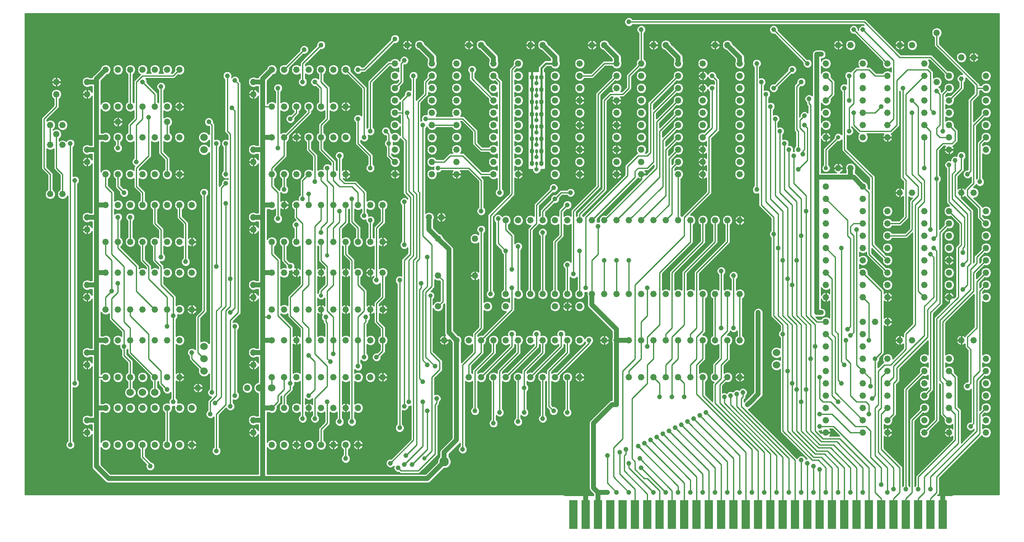
<source format=gbl>
G75*
G70*
%OFA0B0*%
%FSLAX24Y24*%
%IPPOS*%
%LPD*%
%AMOC8*
5,1,8,0,0,1.08239X$1,22.5*
%
%ADD10C,0.0520*%
%ADD11R,0.0650X0.2350*%
%ADD12C,0.0600*%
%ADD13C,0.2500*%
%ADD14C,0.0400*%
%ADD15C,0.0396*%
%ADD16C,0.0100*%
%ADD17C,0.0160*%
%ADD18C,0.0320*%
%ADD19C,0.0760*%
%ADD20C,0.0357*%
%ADD21C,0.0240*%
D10*
X007180Y007600D03*
X008180Y007600D03*
X009180Y007600D03*
X010180Y007600D03*
X011180Y007600D03*
X012180Y007600D03*
X013180Y007600D03*
X014180Y007600D03*
X019180Y008600D03*
X020680Y007600D03*
X021680Y007600D03*
X022680Y007600D03*
X023680Y007600D03*
X024680Y007600D03*
X025680Y007600D03*
X026680Y007600D03*
X027680Y007600D03*
X027680Y010600D03*
X026680Y010600D03*
X025680Y010600D03*
X024680Y010600D03*
X023680Y010600D03*
X022680Y010600D03*
X021680Y010600D03*
X020680Y010600D03*
X019180Y009600D03*
X018680Y012225D03*
X020680Y013100D03*
X021680Y013100D03*
X022680Y013100D03*
X023680Y013100D03*
X024680Y013100D03*
X025680Y013100D03*
X026680Y013100D03*
X027680Y013100D03*
X028680Y013100D03*
X029680Y013100D03*
X029680Y016100D03*
X028680Y016100D03*
X027680Y016100D03*
X026680Y016100D03*
X025680Y016100D03*
X024680Y016100D03*
X023680Y016100D03*
X022680Y016100D03*
X021680Y016100D03*
X020680Y016100D03*
X019180Y015100D03*
X019180Y014100D03*
X014680Y012225D03*
X013180Y013100D03*
X012180Y013100D03*
X011180Y013100D03*
X010180Y013100D03*
X009180Y013100D03*
X008180Y013100D03*
X007180Y013100D03*
X005680Y014100D03*
X005680Y015100D03*
X007180Y016100D03*
X008180Y016100D03*
X009180Y016100D03*
X010180Y016100D03*
X011180Y016100D03*
X012180Y016100D03*
X013180Y016100D03*
X013180Y018600D03*
X012180Y018600D03*
X011180Y018600D03*
X010180Y018600D03*
X009180Y018600D03*
X008180Y018600D03*
X007180Y018600D03*
X005680Y019600D03*
X005680Y020600D03*
X007180Y021600D03*
X008180Y021600D03*
X009180Y021600D03*
X010180Y021600D03*
X011180Y021600D03*
X012180Y021600D03*
X013180Y021600D03*
X014180Y021600D03*
X014180Y024100D03*
X013180Y024100D03*
X012180Y024100D03*
X011180Y024100D03*
X010180Y024100D03*
X009180Y024100D03*
X008180Y024100D03*
X007180Y024100D03*
X005680Y025100D03*
X005680Y026100D03*
X007180Y027100D03*
X008180Y027100D03*
X009180Y027100D03*
X010180Y027100D03*
X011180Y027100D03*
X012180Y027100D03*
X013180Y027100D03*
X014180Y027100D03*
X013180Y029600D03*
X012180Y029600D03*
X011180Y029600D03*
X010180Y029600D03*
X009180Y029600D03*
X008180Y029600D03*
X007180Y029600D03*
X005680Y030600D03*
X005680Y031600D03*
X007180Y032600D03*
X008180Y032600D03*
X009180Y032600D03*
X010180Y032600D03*
X011180Y032600D03*
X012180Y032600D03*
X013180Y032600D03*
X012180Y033850D03*
X012180Y035100D03*
X013180Y035100D03*
X011180Y035100D03*
X010180Y035100D03*
X009180Y035100D03*
X008180Y035100D03*
X007180Y035100D03*
X005680Y036100D03*
X005680Y037100D03*
X007180Y038100D03*
X008180Y038100D03*
X009180Y038100D03*
X010180Y038100D03*
X011180Y038100D03*
X012180Y038100D03*
X013180Y038100D03*
X019180Y037100D03*
X019180Y036100D03*
X020680Y035100D03*
X021680Y035100D03*
X022680Y035100D03*
X023680Y035100D03*
X024680Y035100D03*
X025680Y035100D03*
X026680Y035100D03*
X030680Y034600D03*
X030680Y033600D03*
X030680Y032600D03*
X030680Y031600D03*
X030680Y030600D03*
X030680Y029600D03*
X033680Y029600D03*
X033680Y030600D03*
X033680Y031600D03*
X033680Y032600D03*
X033680Y033600D03*
X033680Y034600D03*
X033680Y035600D03*
X033680Y036600D03*
X033680Y037600D03*
X033680Y038600D03*
X032680Y040100D03*
X031680Y040100D03*
X030680Y038600D03*
X030680Y037600D03*
X030680Y036600D03*
X030680Y035600D03*
X026680Y038100D03*
X025680Y038100D03*
X024680Y038100D03*
X023680Y038100D03*
X022680Y038100D03*
X021680Y038100D03*
X020680Y038100D03*
X020680Y032600D03*
X021680Y032600D03*
X022680Y032600D03*
X023680Y032600D03*
X024680Y032600D03*
X025680Y032600D03*
X026680Y032600D03*
X026680Y029600D03*
X025680Y029600D03*
X024680Y029600D03*
X023680Y029600D03*
X022680Y029600D03*
X021680Y029600D03*
X020680Y029600D03*
X019180Y030600D03*
X019180Y031600D03*
X020680Y027100D03*
X021680Y027100D03*
X022680Y027100D03*
X023680Y027100D03*
X024680Y027100D03*
X025680Y027100D03*
X026680Y027100D03*
X027680Y027100D03*
X028680Y027100D03*
X029680Y027100D03*
X033430Y026100D03*
X034430Y026100D03*
X034180Y024350D03*
X037180Y024350D03*
X039680Y025850D03*
X040680Y025850D03*
X041680Y025850D03*
X042680Y025850D03*
X043680Y025850D03*
X044680Y025850D03*
X045680Y025850D03*
X046680Y025850D03*
X047680Y025850D03*
X048680Y025850D03*
X049680Y025850D03*
X050680Y025850D03*
X051680Y025850D03*
X052680Y025850D03*
X053680Y025850D03*
X054680Y025850D03*
X055680Y025850D03*
X056680Y025850D03*
X057680Y025850D03*
X058680Y025850D03*
X065680Y025600D03*
X065680Y026600D03*
X065680Y027600D03*
X065680Y028600D03*
X066680Y030100D03*
X067680Y030100D03*
X068680Y028600D03*
X068680Y027600D03*
X068680Y026600D03*
X068680Y025600D03*
X070680Y025600D03*
X070680Y026600D03*
X071680Y028100D03*
X072680Y028100D03*
X073680Y026600D03*
X073680Y025600D03*
X073680Y024600D03*
X073680Y023600D03*
X073680Y022600D03*
X073680Y021600D03*
X073680Y020600D03*
X073680Y019600D03*
X075680Y019600D03*
X075680Y020600D03*
X075680Y021600D03*
X075680Y022600D03*
X075680Y023600D03*
X075680Y024600D03*
X075680Y025600D03*
X075680Y026600D03*
X076680Y028100D03*
X077680Y028100D03*
X078680Y026600D03*
X078680Y025600D03*
X078680Y024600D03*
X078680Y023600D03*
X078680Y022600D03*
X078680Y021600D03*
X078680Y020600D03*
X078680Y019600D03*
X077680Y016100D03*
X076680Y016100D03*
X075680Y014600D03*
X075680Y013600D03*
X075680Y012600D03*
X075680Y011600D03*
X075680Y010600D03*
X075680Y009600D03*
X075680Y008600D03*
X073680Y008600D03*
X073680Y009600D03*
X073680Y010600D03*
X073680Y011600D03*
X073680Y012600D03*
X073680Y013600D03*
X073680Y014600D03*
X072680Y016100D03*
X071680Y016100D03*
X070680Y017600D03*
X069680Y017600D03*
X068680Y017600D03*
X068680Y016600D03*
X068680Y015600D03*
X068680Y014600D03*
X068680Y013600D03*
X068680Y012600D03*
X070680Y012600D03*
X070680Y013600D03*
X070680Y014600D03*
X065680Y014600D03*
X065680Y013600D03*
X065680Y012600D03*
X065680Y011600D03*
X065680Y010600D03*
X065680Y009600D03*
X065680Y008600D03*
X068680Y008600D03*
X070680Y008600D03*
X070680Y009600D03*
X070680Y010600D03*
X070680Y011600D03*
X068680Y011600D03*
X068680Y010600D03*
X068680Y009600D03*
X078680Y009600D03*
X078680Y010600D03*
X078680Y011600D03*
X078680Y012600D03*
X078680Y013600D03*
X078680Y014600D03*
X070680Y019600D03*
X070680Y020600D03*
X070680Y021600D03*
X068680Y021600D03*
X068680Y020600D03*
X068680Y019600D03*
X065680Y019600D03*
X065680Y020600D03*
X065680Y021600D03*
X065680Y022600D03*
X065680Y023600D03*
X065680Y024600D03*
X068680Y024600D03*
X068680Y023600D03*
X068680Y022600D03*
X070680Y022600D03*
X070680Y023600D03*
X070680Y024600D03*
X058680Y019850D03*
X057680Y019850D03*
X056680Y019850D03*
X055680Y019850D03*
X054680Y019850D03*
X053680Y019850D03*
X052680Y019850D03*
X051680Y019850D03*
X050680Y019850D03*
X049680Y019850D03*
X048680Y019850D03*
X047680Y019850D03*
X046680Y019850D03*
X045680Y019850D03*
X044680Y019850D03*
X043680Y019850D03*
X042680Y019850D03*
X041680Y019850D03*
X040680Y019850D03*
X039680Y019850D03*
X039680Y018850D03*
X038180Y018850D03*
X034180Y018850D03*
X034180Y021350D03*
X037180Y021350D03*
X043680Y018850D03*
X044680Y018850D03*
X045680Y018850D03*
X045680Y016100D03*
X044680Y016100D03*
X043680Y016100D03*
X042680Y016100D03*
X041680Y016100D03*
X040680Y016100D03*
X039680Y016100D03*
X038680Y016100D03*
X037680Y016100D03*
X036680Y016100D03*
X035680Y016100D03*
X034680Y016100D03*
X036680Y013100D03*
X037680Y013100D03*
X038680Y013100D03*
X039680Y013100D03*
X040680Y013100D03*
X041680Y013100D03*
X042680Y013100D03*
X043680Y013100D03*
X044680Y013100D03*
X045680Y013100D03*
X049680Y013100D03*
X050680Y013100D03*
X051680Y013100D03*
X052680Y013100D03*
X053680Y013100D03*
X054680Y013100D03*
X055680Y013100D03*
X056680Y013100D03*
X057680Y013100D03*
X058680Y013100D03*
X058680Y016100D03*
X057680Y016100D03*
X056680Y016100D03*
X055680Y016100D03*
X054680Y016100D03*
X053680Y016100D03*
X052680Y016100D03*
X051680Y016100D03*
X050680Y016100D03*
X049680Y016100D03*
X048680Y016100D03*
X047680Y016100D03*
X065680Y015600D03*
X065680Y016600D03*
X065680Y017600D03*
X078680Y008600D03*
X058680Y029600D03*
X058680Y030600D03*
X058680Y031600D03*
X058680Y032600D03*
X058680Y033600D03*
X058680Y034600D03*
X058680Y035600D03*
X058680Y036600D03*
X058680Y037600D03*
X058680Y038600D03*
X057680Y040100D03*
X056680Y040100D03*
X055680Y038600D03*
X055680Y037600D03*
X055680Y036600D03*
X055680Y035600D03*
X055680Y034600D03*
X055680Y033600D03*
X055680Y032600D03*
X055680Y031600D03*
X055680Y030600D03*
X055680Y029600D03*
X053680Y029600D03*
X053680Y030600D03*
X053680Y031600D03*
X053680Y032600D03*
X053680Y033600D03*
X053680Y034600D03*
X053680Y035600D03*
X053680Y036600D03*
X053680Y037600D03*
X053680Y038600D03*
X052680Y040100D03*
X051680Y040100D03*
X050680Y038600D03*
X050680Y037600D03*
X050680Y036600D03*
X050680Y035600D03*
X050680Y034600D03*
X050680Y033600D03*
X050680Y032600D03*
X050680Y031600D03*
X050680Y030600D03*
X050680Y029600D03*
X048680Y029600D03*
X048680Y030600D03*
X048680Y031600D03*
X048680Y032600D03*
X048680Y033600D03*
X048680Y034600D03*
X048680Y035600D03*
X048680Y036600D03*
X048680Y037600D03*
X048680Y038600D03*
X047680Y040100D03*
X046680Y040100D03*
X045680Y038600D03*
X043680Y038600D03*
X043680Y037600D03*
X043680Y036600D03*
X043680Y035600D03*
X045680Y035600D03*
X045680Y036600D03*
X045680Y037600D03*
X042680Y040100D03*
X041680Y040100D03*
X040680Y038600D03*
X038680Y038600D03*
X038680Y037600D03*
X038680Y036600D03*
X038680Y035600D03*
X040680Y035600D03*
X040680Y036600D03*
X040680Y037600D03*
X037680Y040100D03*
X036680Y040100D03*
X035680Y038600D03*
X035680Y037600D03*
X035680Y036600D03*
X035680Y035600D03*
X035680Y034600D03*
X035680Y033600D03*
X035680Y032600D03*
X035680Y031600D03*
X035680Y030600D03*
X035680Y029600D03*
X038680Y029600D03*
X038680Y030600D03*
X040680Y030600D03*
X040680Y029600D03*
X043680Y029600D03*
X043680Y030600D03*
X045680Y030600D03*
X045680Y029600D03*
X045680Y031600D03*
X045680Y032600D03*
X045680Y033600D03*
X045680Y034600D03*
X043680Y034600D03*
X043680Y033600D03*
X043680Y032600D03*
X043680Y031600D03*
X040680Y031600D03*
X040680Y032600D03*
X040680Y033600D03*
X040680Y034600D03*
X038680Y034600D03*
X038680Y033600D03*
X038680Y032600D03*
X038680Y031600D03*
X029680Y024100D03*
X028680Y024100D03*
X027680Y024100D03*
X026680Y024100D03*
X025680Y024100D03*
X024680Y024100D03*
X023680Y024100D03*
X022680Y024100D03*
X021680Y024100D03*
X020680Y024100D03*
X019180Y025100D03*
X019180Y026100D03*
X020680Y021600D03*
X021680Y021600D03*
X022680Y021600D03*
X023680Y021600D03*
X024680Y021600D03*
X025680Y021600D03*
X026680Y021600D03*
X027680Y021600D03*
X028680Y021600D03*
X029680Y021600D03*
X029680Y018600D03*
X028680Y018600D03*
X027680Y018600D03*
X026680Y018600D03*
X025680Y018600D03*
X024680Y018600D03*
X023680Y018600D03*
X022680Y018600D03*
X021680Y018600D03*
X020680Y018600D03*
X019180Y019600D03*
X019180Y020600D03*
X014180Y018600D03*
X014180Y010600D03*
X013180Y010600D03*
X012180Y010600D03*
X011180Y010600D03*
X010180Y010600D03*
X009180Y010600D03*
X008180Y010600D03*
X007180Y010600D03*
X005680Y009600D03*
X005680Y008600D03*
X003680Y027975D03*
X002680Y027975D03*
X002680Y031975D03*
X003680Y031975D03*
X003180Y032850D03*
X002680Y033600D03*
X003680Y033600D03*
X003180Y036100D03*
X003180Y037100D03*
X008180Y033850D03*
X065680Y033600D03*
X065680Y032600D03*
X065680Y034600D03*
X065680Y035600D03*
X065680Y036600D03*
X065680Y037600D03*
X065680Y038600D03*
X066680Y040100D03*
X067680Y040100D03*
X068680Y038600D03*
X070680Y038600D03*
X070680Y037600D03*
X070680Y036600D03*
X070680Y035600D03*
X068680Y035600D03*
X068680Y036600D03*
X068680Y037600D03*
X071680Y040100D03*
X072680Y040100D03*
X074680Y041100D03*
X076680Y039100D03*
X077680Y039100D03*
X078680Y037600D03*
X078680Y036600D03*
X078680Y035600D03*
X078680Y034600D03*
X078680Y033600D03*
X078680Y032600D03*
X078680Y031600D03*
X075680Y031600D03*
X075680Y032600D03*
X075680Y033600D03*
X075680Y034600D03*
X075680Y035600D03*
X075680Y036600D03*
X075680Y037600D03*
X074680Y037100D03*
X073680Y036600D03*
X073680Y035600D03*
X073680Y034600D03*
X073680Y033600D03*
X073680Y032600D03*
X070680Y032600D03*
X070680Y033600D03*
X070680Y034600D03*
X068680Y034600D03*
X068680Y033600D03*
X068680Y032600D03*
X073680Y037600D03*
X073680Y038600D03*
D11*
X073180Y001915D03*
X074180Y001915D03*
X075180Y001915D03*
X072180Y001915D03*
X071180Y001915D03*
X070180Y001915D03*
X069180Y001915D03*
X068180Y001915D03*
X067180Y001915D03*
X066180Y001915D03*
X065180Y001915D03*
X064180Y001915D03*
X063180Y001915D03*
X062180Y001915D03*
X061180Y001915D03*
X060180Y001915D03*
X059180Y001915D03*
X058180Y001915D03*
X057180Y001915D03*
X056180Y001915D03*
X055180Y001915D03*
X054180Y001915D03*
X053180Y001915D03*
X052180Y001915D03*
X051180Y001915D03*
X050180Y001915D03*
X049180Y001915D03*
X048180Y001915D03*
X047180Y001915D03*
X046180Y001915D03*
X045180Y001915D03*
D12*
X061680Y014100D03*
X061680Y015100D03*
X020680Y012225D03*
X019680Y012225D03*
X015180Y013600D03*
X015180Y014600D03*
X015180Y015600D03*
X011180Y011850D03*
X010180Y011850D03*
X009180Y011850D03*
X015180Y031600D03*
X015180Y032600D03*
D13*
X002180Y041100D03*
X002180Y005100D03*
X078180Y005100D03*
X078180Y041100D03*
D14*
X065305Y039350D02*
X064930Y039350D01*
X064930Y029350D01*
X067680Y029350D01*
X067680Y030100D01*
X067680Y029350D02*
X067930Y029350D01*
X068680Y028600D01*
X064930Y029350D02*
X064930Y018350D01*
X065305Y018350D01*
X060180Y018350D02*
X060180Y017975D01*
X060180Y011725D01*
X059555Y011100D01*
X059305Y010850D01*
X049680Y016100D02*
X048680Y016100D01*
X048680Y010850D01*
X048305Y010850D01*
X046805Y009350D01*
X046805Y004100D01*
X047180Y003725D01*
X047555Y003725D01*
X047930Y003725D01*
X047180Y003725D02*
X047180Y001915D01*
X046180Y001915D02*
X046180Y003725D01*
X045680Y003725D01*
X035680Y007975D02*
X034680Y006975D01*
X034680Y006225D01*
X033305Y004850D01*
X019930Y004850D01*
X019930Y009600D01*
X019180Y009600D01*
X019930Y009600D02*
X019930Y010600D01*
X020680Y010600D01*
X019930Y010600D02*
X019930Y012100D01*
X019805Y012225D01*
X019680Y012225D01*
X019930Y012100D02*
X019930Y015100D01*
X019180Y015100D01*
X019930Y015100D02*
X019930Y016100D01*
X020680Y016100D01*
X019930Y016100D02*
X019930Y017975D01*
X019930Y020600D01*
X019180Y020600D01*
X019930Y020600D02*
X019930Y021600D01*
X020680Y021600D01*
X019930Y021600D02*
X019930Y026100D01*
X019180Y026100D01*
X019930Y026100D02*
X019930Y027100D01*
X020680Y027100D01*
X019930Y027100D02*
X019930Y031600D01*
X019180Y031600D01*
X019930Y031600D02*
X019930Y032600D01*
X020680Y032600D01*
X019930Y032600D02*
X019930Y035100D01*
X019930Y037100D01*
X019180Y037100D01*
X019930Y037100D02*
X019930Y037350D01*
X020680Y038100D01*
X032680Y040100D02*
X033680Y039100D01*
X033680Y038600D01*
X037680Y040100D02*
X038680Y039100D01*
X038680Y038600D01*
X042680Y040100D02*
X043680Y039100D01*
X043680Y038600D01*
X047680Y040100D02*
X048680Y039100D01*
X048680Y038600D01*
X052680Y040100D02*
X053680Y039100D01*
X053680Y038600D01*
X057680Y040100D02*
X058680Y039100D01*
X058680Y038600D01*
X033430Y026100D02*
X033430Y025100D01*
X034180Y024350D01*
X035055Y023475D01*
X035055Y016725D01*
X035680Y016100D01*
X035680Y010475D01*
X035680Y007975D01*
X035680Y010475D02*
X035680Y010850D01*
X046680Y018975D02*
X048680Y016975D01*
X048680Y016100D01*
X046680Y018975D02*
X046680Y019850D01*
X019930Y004850D02*
X007430Y004850D01*
X006430Y005850D01*
X006430Y009600D01*
X005680Y009600D01*
X006430Y009600D02*
X006430Y010600D01*
X007180Y010600D01*
X006430Y010600D02*
X006430Y013100D01*
X006430Y015100D01*
X005680Y015100D01*
X006430Y015100D02*
X006430Y016100D01*
X007180Y016100D01*
X006430Y016100D02*
X006430Y020600D01*
X005680Y020600D01*
X006430Y020600D02*
X006430Y021600D01*
X006430Y026100D01*
X005680Y026100D01*
X006430Y026100D02*
X006430Y027100D01*
X007180Y027100D01*
X006430Y027100D02*
X006430Y031600D01*
X005680Y031600D01*
X006430Y031600D02*
X006430Y032600D01*
X006430Y037100D01*
X005680Y037100D01*
X006430Y037100D02*
X006430Y037350D01*
X007180Y038100D01*
X007180Y032600D02*
X006430Y032600D01*
X006430Y021600D02*
X007180Y021600D01*
X075180Y004100D02*
X075180Y001915D01*
D15*
X074180Y003975D03*
X073180Y003975D03*
X072180Y003975D03*
X071180Y003975D03*
X070680Y003725D03*
X070180Y004350D03*
X068680Y003725D03*
X067680Y003725D03*
X066680Y003725D03*
X065680Y003725D03*
X064680Y003725D03*
X063680Y003725D03*
X062680Y003725D03*
X061680Y003725D03*
X060680Y003725D03*
X059680Y003725D03*
X058680Y003725D03*
X057680Y003725D03*
X056680Y003725D03*
X055680Y003725D03*
X054680Y003725D03*
X053680Y003725D03*
X052680Y003725D03*
X051680Y003725D03*
X049680Y003725D03*
X048680Y003725D03*
X047930Y003725D03*
X047555Y003725D03*
X047180Y003725D03*
X046180Y003725D03*
X045930Y004100D03*
X045680Y003725D03*
X041180Y004100D03*
X036180Y004100D03*
X032055Y005975D03*
X031430Y005975D03*
X030930Y005725D03*
X030305Y006100D03*
X031555Y006725D03*
X029430Y008225D03*
X031055Y008975D03*
X033305Y010350D03*
X032930Y011100D03*
X031805Y011100D03*
X031430Y010725D03*
X034055Y011350D03*
X034680Y011100D03*
X035680Y010850D03*
X035680Y010475D03*
X037180Y010350D03*
X038680Y009350D03*
X039180Y010225D03*
X040680Y009475D03*
X041180Y010225D03*
X042680Y009725D03*
X043555Y010350D03*
X044680Y010225D03*
X046680Y011600D03*
X048305Y010850D03*
X048680Y010850D03*
X052180Y011475D03*
X053180Y011475D03*
X054180Y011475D03*
X055430Y009975D03*
X054930Y009725D03*
X054430Y009475D03*
X053930Y009225D03*
X053430Y008975D03*
X052930Y008725D03*
X052430Y008475D03*
X051930Y008225D03*
X051430Y007975D03*
X050930Y007725D03*
X050430Y007475D03*
X049430Y007225D03*
X048930Y006975D03*
X047930Y006725D03*
X046180Y006475D03*
X049680Y006100D03*
X050555Y006475D03*
X050680Y005725D03*
X055930Y010225D03*
X057430Y011475D03*
X057930Y011600D03*
X058430Y011725D03*
X058930Y011850D03*
X059555Y011100D03*
X059305Y010850D03*
X061180Y010600D03*
X063680Y011100D03*
X063305Y012100D03*
X064055Y012100D03*
X062930Y012600D03*
X062555Y013600D03*
X064430Y014600D03*
X064805Y015600D03*
X067305Y016100D03*
X067680Y016475D03*
X067430Y016975D03*
X069180Y016100D03*
X069680Y014600D03*
X067180Y014100D03*
X065180Y013100D03*
X066930Y012600D03*
X069305Y012350D03*
X069430Y011350D03*
X069180Y010100D03*
X066680Y011100D03*
X065180Y010100D03*
X065180Y009100D03*
X063680Y006350D03*
X064180Y006100D03*
X064680Y005850D03*
X065180Y005600D03*
X075180Y004725D03*
X075555Y005100D03*
X076930Y008600D03*
X077430Y009100D03*
X079430Y009100D03*
X077180Y012350D03*
X079430Y014100D03*
X072930Y014600D03*
X065305Y018350D03*
X064930Y018350D03*
X062180Y016600D03*
X060180Y017975D03*
X060180Y018350D03*
X059555Y019600D03*
X059555Y019975D03*
X058180Y021350D03*
X057180Y021725D03*
X056555Y020600D03*
X051180Y020350D03*
X049680Y022600D03*
X048680Y022600D03*
X047680Y022600D03*
X045680Y023350D03*
X044680Y022225D03*
X045180Y021475D03*
X044180Y021100D03*
X046180Y020350D03*
X040180Y020350D03*
X040180Y021850D03*
X039680Y023350D03*
X040680Y023725D03*
X042680Y024850D03*
X043680Y026600D03*
X044680Y027100D03*
X043680Y027600D03*
X044930Y028100D03*
X043555Y028475D03*
X041180Y026600D03*
X039055Y025975D03*
X037680Y026600D03*
X039180Y028100D03*
X039680Y029600D03*
X036805Y031475D03*
X034180Y030100D03*
X030180Y032100D03*
X029930Y033100D03*
X028680Y033100D03*
X028180Y032600D03*
X027680Y034100D03*
X031680Y034600D03*
X033180Y034100D03*
X032930Y033600D03*
X036805Y035350D03*
X038055Y034100D03*
X031805Y036100D03*
X032180Y037600D03*
X031555Y038100D03*
X031430Y038850D03*
X030680Y040600D03*
X028180Y040850D03*
X024680Y040100D03*
X023305Y039725D03*
X022180Y039850D03*
X017680Y037225D03*
X017055Y037600D03*
X021180Y036600D03*
X023180Y037100D03*
X024180Y037100D03*
X027680Y038100D03*
X034180Y042350D03*
X040180Y042350D03*
X045180Y042350D03*
X049680Y041975D03*
X050180Y042350D03*
X050680Y041350D03*
X055180Y042350D03*
X059305Y040350D03*
X059305Y039975D03*
X060055Y038600D03*
X060430Y037100D03*
X061430Y036600D03*
X060805Y036100D03*
X061180Y035100D03*
X061555Y034100D03*
X061930Y033100D03*
X062305Y032100D03*
X062680Y031600D03*
X063430Y031600D03*
X063805Y031225D03*
X063055Y031100D03*
X063430Y029975D03*
X060055Y028350D03*
X057430Y029350D03*
X057055Y029350D03*
X064055Y026600D03*
X061430Y024725D03*
X061805Y023600D03*
X062180Y022600D03*
X063305Y022600D03*
X062555Y021100D03*
X062930Y020600D03*
X066930Y023600D03*
X068180Y025100D03*
X071680Y024100D03*
X074180Y023100D03*
X074430Y023600D03*
X074430Y024350D03*
X074180Y025100D03*
X071680Y026600D03*
X074680Y029225D03*
X073680Y030100D03*
X075680Y030350D03*
X076180Y030725D03*
X076680Y031100D03*
X077180Y029600D03*
X078180Y028975D03*
X079430Y029100D03*
X075180Y033100D03*
X074430Y034600D03*
X072680Y034600D03*
X072680Y035600D03*
X071930Y036600D03*
X070180Y035100D03*
X067930Y034600D03*
X067555Y035600D03*
X067180Y036600D03*
X067555Y037600D03*
X065305Y039350D03*
X064930Y039350D03*
X064180Y038600D03*
X062930Y038100D03*
X063680Y037100D03*
X064305Y035725D03*
X063930Y034350D03*
X063930Y033600D03*
X067555Y033100D03*
X074680Y036350D03*
X076680Y037350D03*
X079430Y034100D03*
X068680Y041350D03*
X067930Y041350D03*
X070180Y042350D03*
X065180Y042350D03*
X061430Y041350D03*
X060180Y042350D03*
X056430Y037600D03*
X056430Y036600D03*
X036930Y038100D03*
X026180Y031100D03*
X025180Y030100D03*
X024180Y028975D03*
X023680Y027975D03*
X023180Y027600D03*
X021680Y028350D03*
X019180Y029350D03*
X016930Y029600D03*
X016930Y028850D03*
X015180Y028100D03*
X016930Y027225D03*
X021180Y025975D03*
X021180Y025350D03*
X022680Y025475D03*
X024680Y024850D03*
X026180Y026600D03*
X027180Y027600D03*
X028180Y026225D03*
X028680Y025850D03*
X031430Y027350D03*
X028680Y030100D03*
X022180Y034100D03*
X021180Y031725D03*
X016930Y032100D03*
X016180Y032100D03*
X015555Y033850D03*
X017430Y034975D03*
X011680Y036725D03*
X010180Y037100D03*
X006180Y038850D03*
X010180Y039850D03*
X015180Y039850D03*
X010680Y034225D03*
X008180Y031725D03*
X009680Y030600D03*
X008680Y028100D03*
X008180Y026100D03*
X009180Y026100D03*
X004680Y029100D03*
X004305Y032100D03*
X003680Y024600D03*
X008180Y020725D03*
X007680Y020100D03*
X003680Y020100D03*
X003680Y015600D03*
X008680Y015600D03*
X012180Y017225D03*
X012680Y018100D03*
X017305Y018350D03*
X017680Y017225D03*
X020430Y017975D03*
X025055Y017975D03*
X028305Y017975D03*
X030680Y016725D03*
X030430Y015725D03*
X029180Y014725D03*
X028180Y014725D03*
X027680Y013975D03*
X025680Y014975D03*
X025430Y014350D03*
X023680Y014850D03*
X022180Y012600D03*
X023680Y011600D03*
X025180Y011100D03*
X024180Y009725D03*
X023180Y009725D03*
X026180Y009475D03*
X027180Y009475D03*
X026680Y006475D03*
X027680Y005475D03*
X026180Y004100D03*
X021180Y004100D03*
X018680Y005725D03*
X016180Y007100D03*
X016180Y004100D03*
X010680Y004100D03*
X010805Y005850D03*
X004180Y006600D03*
X004305Y007600D03*
X003680Y011100D03*
X004680Y012600D03*
X012180Y012100D03*
X012680Y011100D03*
X015680Y010100D03*
X016055Y010975D03*
X015805Y011850D03*
X017305Y010725D03*
X017680Y011600D03*
X018055Y012475D03*
X014180Y015100D03*
X017305Y021100D03*
X019180Y021475D03*
X016180Y022100D03*
X013680Y022475D03*
X011680Y022850D03*
X022180Y022100D03*
X029180Y020975D03*
X031055Y020975D03*
X032805Y020725D03*
X034180Y020600D03*
X033305Y022850D03*
X031430Y023850D03*
X037680Y025100D03*
X038430Y019850D03*
X036180Y017600D03*
X040180Y016600D03*
X042180Y016600D03*
X044180Y016600D03*
X046430Y016100D03*
X051180Y015600D03*
X056430Y015100D03*
X057180Y017100D03*
X058180Y017100D03*
X063680Y024600D03*
X076805Y023225D03*
X076805Y022225D03*
X079430Y024100D03*
X076805Y020225D03*
X079430Y019100D03*
X047180Y025350D03*
X033930Y013975D03*
X033305Y014100D03*
X032930Y012725D03*
X034555Y008100D03*
X036180Y007225D03*
X036555Y007975D03*
X031180Y004100D03*
X041180Y012225D03*
D16*
X000630Y003550D02*
X000630Y042650D01*
X079730Y042650D01*
X079730Y003550D01*
X076020Y003550D01*
X075855Y003481D01*
X075849Y003475D01*
X074741Y003475D01*
X074771Y003505D01*
X074900Y003634D01*
X074900Y004884D01*
X078271Y008255D01*
X078344Y008328D01*
X078436Y008235D01*
X078594Y008170D01*
X078766Y008170D01*
X078924Y008235D01*
X079045Y008356D01*
X079110Y008514D01*
X079110Y008686D01*
X079045Y008844D01*
X078924Y008965D01*
X078766Y009030D01*
X078594Y009030D01*
X078436Y008965D01*
X078400Y008928D01*
X078400Y009272D01*
X078436Y009235D01*
X078594Y009170D01*
X078766Y009170D01*
X078924Y009235D01*
X079045Y009356D01*
X079110Y009514D01*
X079110Y009686D01*
X079045Y009844D01*
X078924Y009965D01*
X078766Y010030D01*
X078594Y010030D01*
X078436Y009965D01*
X078400Y009928D01*
X078400Y010009D01*
X078571Y010180D01*
X078594Y010170D01*
X078766Y010170D01*
X078924Y010235D01*
X079045Y010356D01*
X079110Y010514D01*
X079110Y010686D01*
X079045Y010844D01*
X078924Y010965D01*
X078766Y011030D01*
X078594Y011030D01*
X078436Y010965D01*
X078315Y010844D01*
X078250Y010686D01*
X078250Y010514D01*
X078260Y010491D01*
X078150Y010381D01*
X078150Y012759D01*
X078571Y013180D01*
X078594Y013170D01*
X078766Y013170D01*
X078924Y013235D01*
X079045Y013356D01*
X079110Y013514D01*
X079110Y013686D01*
X079045Y013844D01*
X078924Y013965D01*
X078766Y014030D01*
X078594Y014030D01*
X078436Y013965D01*
X078400Y013928D01*
X078400Y014272D01*
X078436Y014235D01*
X078594Y014170D01*
X078766Y014170D01*
X078924Y014235D01*
X079045Y014356D01*
X079110Y014514D01*
X079110Y014686D01*
X079045Y014844D01*
X078924Y014965D01*
X078766Y015030D01*
X078594Y015030D01*
X078436Y014965D01*
X078400Y014928D01*
X078400Y019272D01*
X078436Y019235D01*
X078594Y019170D01*
X078766Y019170D01*
X078924Y019235D01*
X079045Y019356D01*
X079110Y019514D01*
X079110Y019686D01*
X079045Y019844D01*
X078924Y019965D01*
X078766Y020030D01*
X078594Y020030D01*
X078436Y019965D01*
X078400Y019928D01*
X078400Y020009D01*
X078571Y020180D01*
X078594Y020170D01*
X078766Y020170D01*
X078924Y020235D01*
X079045Y020356D01*
X079110Y020514D01*
X079110Y020686D01*
X079045Y020844D01*
X078924Y020965D01*
X078766Y021030D01*
X078594Y021030D01*
X078436Y020965D01*
X078315Y020844D01*
X078250Y020686D01*
X078250Y020514D01*
X078260Y020491D01*
X078150Y020381D01*
X078150Y020759D01*
X078571Y021180D01*
X078594Y021170D01*
X078766Y021170D01*
X078924Y021235D01*
X079045Y021356D01*
X079110Y021514D01*
X079110Y021686D01*
X079045Y021844D01*
X078924Y021965D01*
X078766Y022030D01*
X078594Y022030D01*
X078436Y021965D01*
X078315Y021844D01*
X078250Y021686D01*
X078250Y021514D01*
X078260Y021491D01*
X077900Y021131D01*
X077900Y021509D01*
X078571Y022180D01*
X078594Y022170D01*
X078766Y022170D01*
X078924Y022235D01*
X079045Y022356D01*
X079110Y022514D01*
X079110Y022686D01*
X079045Y022844D01*
X078924Y022965D01*
X078766Y023030D01*
X078594Y023030D01*
X078436Y022965D01*
X078315Y022844D01*
X078250Y022686D01*
X078250Y022514D01*
X078260Y022491D01*
X078150Y022381D01*
X078150Y022759D01*
X078571Y023180D01*
X078594Y023170D01*
X078766Y023170D01*
X078924Y023235D01*
X079045Y023356D01*
X079110Y023514D01*
X079110Y023686D01*
X079045Y023844D01*
X078924Y023965D01*
X078766Y024030D01*
X078594Y024030D01*
X078436Y023965D01*
X078315Y023844D01*
X078250Y023686D01*
X078250Y023514D01*
X078260Y023491D01*
X077839Y023070D01*
X077710Y022941D01*
X077710Y022441D01*
X077650Y022381D01*
X077650Y026691D01*
X076650Y027691D01*
X076650Y028070D01*
X076710Y028070D01*
X076710Y027690D01*
X076712Y027690D01*
X076776Y027700D01*
X076837Y027720D01*
X076895Y027749D01*
X076947Y027787D01*
X076960Y027800D01*
X076960Y027759D01*
X077089Y027630D01*
X077960Y026759D01*
X077960Y026009D01*
X078089Y025880D01*
X078260Y025709D01*
X078250Y025686D01*
X078250Y025514D01*
X078315Y025356D01*
X078436Y025235D01*
X078594Y025170D01*
X078766Y025170D01*
X078924Y025235D01*
X079045Y025356D01*
X079110Y025514D01*
X079110Y025686D01*
X079045Y025844D01*
X078924Y025965D01*
X078766Y026030D01*
X078594Y026030D01*
X078571Y026020D01*
X078400Y026191D01*
X078400Y026272D01*
X078436Y026235D01*
X078594Y026170D01*
X078766Y026170D01*
X078924Y026235D01*
X079045Y026356D01*
X079110Y026514D01*
X079110Y026686D01*
X079045Y026844D01*
X078924Y026965D01*
X078766Y027030D01*
X078594Y027030D01*
X078436Y026965D01*
X078400Y026928D01*
X078400Y026941D01*
X077671Y027670D01*
X077766Y027670D01*
X077924Y027735D01*
X078045Y027856D01*
X078110Y028014D01*
X078110Y028186D01*
X078045Y028344D01*
X077924Y028465D01*
X077766Y028530D01*
X077671Y028530D01*
X077771Y028630D01*
X077888Y028747D01*
X077971Y028663D01*
X078107Y028607D01*
X078253Y028607D01*
X078389Y028663D01*
X078492Y028766D01*
X078548Y028902D01*
X078548Y029048D01*
X078492Y029184D01*
X078400Y029276D01*
X078400Y031272D01*
X078436Y031235D01*
X078594Y031170D01*
X078766Y031170D01*
X078924Y031235D01*
X079045Y031356D01*
X079110Y031514D01*
X079110Y031686D01*
X079045Y031844D01*
X078924Y031965D01*
X078766Y032030D01*
X078594Y032030D01*
X078436Y031965D01*
X078400Y031928D01*
X078400Y032009D01*
X078571Y032180D01*
X078594Y032170D01*
X078766Y032170D01*
X078924Y032235D01*
X079045Y032356D01*
X079110Y032514D01*
X079110Y032686D01*
X079045Y032844D01*
X078924Y032965D01*
X078766Y033030D01*
X078594Y033030D01*
X078436Y032965D01*
X078315Y032844D01*
X078250Y032686D01*
X078250Y032514D01*
X078260Y032491D01*
X078089Y032320D01*
X077960Y032191D01*
X077960Y029276D01*
X077900Y029216D01*
X077900Y033509D01*
X078571Y034180D01*
X078594Y034170D01*
X078766Y034170D01*
X078924Y034235D01*
X079045Y034356D01*
X079110Y034514D01*
X079110Y034686D01*
X079045Y034844D01*
X078924Y034965D01*
X078766Y035030D01*
X078594Y035030D01*
X078436Y034965D01*
X078315Y034844D01*
X078250Y034686D01*
X078250Y034514D01*
X078260Y034491D01*
X077650Y033881D01*
X077650Y035509D01*
X078021Y035880D01*
X078150Y036009D01*
X078150Y036380D01*
X078306Y036380D01*
X078315Y036356D01*
X078436Y036235D01*
X078594Y036170D01*
X078766Y036170D01*
X078924Y036235D01*
X079045Y036356D01*
X079110Y036514D01*
X079110Y036686D01*
X079045Y036844D01*
X078924Y036965D01*
X078766Y037030D01*
X078594Y037030D01*
X078436Y036965D01*
X078315Y036844D01*
X078306Y036820D01*
X078150Y036820D01*
X078150Y036941D01*
X078021Y037070D01*
X074900Y040191D01*
X074900Y040726D01*
X074924Y040735D01*
X075045Y040856D01*
X075110Y041014D01*
X075110Y041186D01*
X075045Y041344D01*
X074924Y041465D01*
X074766Y041530D01*
X074594Y041530D01*
X074436Y041465D01*
X074315Y041344D01*
X074250Y041186D01*
X074250Y041014D01*
X074315Y040856D01*
X074436Y040735D01*
X074460Y040726D01*
X074460Y040009D01*
X074589Y039880D01*
X076751Y037718D01*
X076607Y037718D01*
X076471Y037662D01*
X076368Y037559D01*
X076312Y037423D01*
X076312Y037277D01*
X076368Y037141D01*
X076460Y037049D01*
X076460Y036691D01*
X075789Y036020D01*
X075766Y036030D01*
X075594Y036030D01*
X075436Y035965D01*
X075400Y035928D01*
X075400Y036009D01*
X075571Y036180D01*
X075594Y036170D01*
X075766Y036170D01*
X075924Y036235D01*
X076045Y036356D01*
X076110Y036514D01*
X076110Y036686D01*
X076045Y036844D01*
X075924Y036965D01*
X075766Y037030D01*
X075594Y037030D01*
X075436Y036965D01*
X075315Y036844D01*
X075250Y036686D01*
X075250Y036514D01*
X075260Y036491D01*
X075055Y036286D01*
X075048Y036293D01*
X075048Y036423D01*
X074992Y036559D01*
X074889Y036662D01*
X074817Y036692D01*
X074924Y036735D01*
X075045Y036856D01*
X075110Y037014D01*
X075110Y037186D01*
X075045Y037344D01*
X074924Y037465D01*
X074766Y037530D01*
X074594Y037530D01*
X074436Y037465D01*
X074400Y037428D01*
X074400Y037941D01*
X074150Y038191D01*
X074021Y038320D01*
X074008Y038320D01*
X074045Y038356D01*
X074110Y038514D01*
X074110Y038686D01*
X074045Y038844D01*
X074008Y038880D01*
X074089Y038880D01*
X075260Y037709D01*
X075250Y037686D01*
X075250Y037514D01*
X075315Y037356D01*
X075436Y037235D01*
X075594Y037170D01*
X075766Y037170D01*
X075924Y037235D01*
X076045Y037356D01*
X076110Y037514D01*
X076110Y037686D01*
X076045Y037844D01*
X075924Y037965D01*
X075766Y038030D01*
X075594Y038030D01*
X075571Y038020D01*
X074400Y039191D01*
X074271Y039320D01*
X071771Y039320D01*
X069025Y042066D01*
X068896Y042195D01*
X049981Y042195D01*
X049889Y042287D01*
X049753Y042343D01*
X049607Y042343D01*
X049471Y042287D01*
X049368Y042184D01*
X049312Y042048D01*
X049312Y041902D01*
X049368Y041766D01*
X049471Y041663D01*
X049607Y041607D01*
X049753Y041607D01*
X049889Y041663D01*
X049981Y041755D01*
X068714Y041755D01*
X068751Y041718D01*
X068607Y041718D01*
X068471Y041662D01*
X068368Y041559D01*
X068312Y041423D01*
X068312Y041279D01*
X068298Y041293D01*
X068298Y041423D01*
X068242Y041559D01*
X068139Y041662D01*
X068003Y041718D01*
X067857Y041718D01*
X067721Y041662D01*
X067618Y041559D01*
X067562Y041423D01*
X067562Y041277D01*
X067618Y041141D01*
X067721Y041038D01*
X067857Y040982D01*
X067987Y040982D01*
X070260Y038709D01*
X070250Y038686D01*
X070250Y038514D01*
X070315Y038356D01*
X070436Y038235D01*
X070594Y038170D01*
X070766Y038170D01*
X070924Y038235D01*
X070960Y038272D01*
X070960Y037928D01*
X070924Y037965D01*
X070766Y038030D01*
X070594Y038030D01*
X070436Y037965D01*
X070315Y037844D01*
X070306Y037820D01*
X069771Y037820D01*
X069400Y038191D01*
X069271Y038320D01*
X069008Y038320D01*
X069045Y038356D01*
X069110Y038514D01*
X069110Y038686D01*
X069045Y038844D01*
X068924Y038965D01*
X068766Y039030D01*
X068594Y039030D01*
X068436Y038965D01*
X068315Y038844D01*
X068250Y038686D01*
X068250Y038514D01*
X068315Y038356D01*
X068352Y038320D01*
X068089Y038320D01*
X067839Y038070D01*
X067710Y037941D01*
X067710Y037934D01*
X067628Y037968D01*
X067482Y037968D01*
X067346Y037912D01*
X067243Y037809D01*
X067187Y037673D01*
X067187Y037527D01*
X067243Y037391D01*
X067335Y037299D01*
X067335Y036934D01*
X067253Y036968D01*
X067107Y036968D01*
X066971Y036912D01*
X066868Y036809D01*
X066812Y036673D01*
X066812Y036527D01*
X066868Y036391D01*
X066960Y036299D01*
X066960Y032813D01*
X066877Y032895D01*
X066749Y032948D01*
X066611Y032948D01*
X066483Y032895D01*
X066385Y032797D01*
X066332Y032669D01*
X066332Y032563D01*
X065589Y031820D01*
X065460Y031691D01*
X065460Y030373D01*
X065385Y030297D01*
X065332Y030169D01*
X065332Y030031D01*
X065385Y029903D01*
X065483Y029805D01*
X065611Y029752D01*
X065749Y029752D01*
X065877Y029805D01*
X065975Y029903D01*
X066028Y030031D01*
X066028Y030169D01*
X065975Y030297D01*
X065900Y030373D01*
X065900Y031509D01*
X066643Y032252D01*
X066749Y032252D01*
X066877Y032305D01*
X066960Y032387D01*
X066960Y031509D01*
X069210Y029259D01*
X069210Y028381D01*
X069100Y028491D01*
X069110Y028514D01*
X069110Y028686D01*
X069045Y028844D01*
X068924Y028965D01*
X068779Y029025D01*
X068140Y029664D01*
X068050Y029701D01*
X068050Y029870D01*
X068110Y030014D01*
X068110Y030186D01*
X068045Y030344D01*
X067924Y030465D01*
X067766Y030530D01*
X067594Y030530D01*
X067436Y030465D01*
X067315Y030344D01*
X067250Y030186D01*
X067250Y030014D01*
X067310Y029870D01*
X067310Y029720D01*
X066837Y029720D01*
X066837Y029720D01*
X066895Y029749D01*
X066947Y029787D01*
X066993Y029833D01*
X067031Y029885D01*
X067060Y029943D01*
X067080Y030004D01*
X067090Y030068D01*
X067090Y030070D01*
X066710Y030070D01*
X066710Y030130D01*
X066650Y030130D01*
X066650Y030510D01*
X066648Y030510D01*
X066584Y030500D01*
X066523Y030480D01*
X066465Y030451D01*
X066413Y030413D01*
X066367Y030367D01*
X066329Y030315D01*
X066300Y030257D01*
X066280Y030196D01*
X066270Y030132D01*
X066270Y030130D01*
X066650Y030130D01*
X066650Y030070D01*
X066270Y030070D01*
X066270Y030068D01*
X066280Y030004D01*
X066300Y029943D01*
X066329Y029885D01*
X066367Y029833D01*
X066413Y029787D01*
X066465Y029749D01*
X066523Y029720D01*
X065300Y029720D01*
X065300Y032443D01*
X065300Y032443D01*
X065329Y032385D01*
X065367Y032333D01*
X065413Y032287D01*
X065465Y032249D01*
X065523Y032220D01*
X065584Y032200D01*
X065648Y032190D01*
X065650Y032190D01*
X065650Y032570D01*
X065710Y032570D01*
X065710Y032630D01*
X065650Y032630D01*
X065650Y033010D01*
X065648Y033010D01*
X065584Y033000D01*
X065523Y032980D01*
X065465Y032951D01*
X065413Y032913D01*
X065367Y032867D01*
X065329Y032815D01*
X065300Y032757D01*
X065300Y033394D01*
X065315Y033356D01*
X065436Y033235D01*
X065594Y033170D01*
X065766Y033170D01*
X065924Y033235D01*
X066045Y033356D01*
X066110Y033514D01*
X066110Y033686D01*
X066045Y033844D01*
X065924Y033965D01*
X065766Y034030D01*
X065594Y034030D01*
X065436Y033965D01*
X065315Y033844D01*
X065300Y033806D01*
X065300Y034394D01*
X065315Y034356D01*
X065436Y034235D01*
X065594Y034170D01*
X065766Y034170D01*
X065924Y034235D01*
X066045Y034356D01*
X066110Y034514D01*
X066110Y034686D01*
X066045Y034844D01*
X065924Y034965D01*
X065766Y035030D01*
X065594Y035030D01*
X065436Y034965D01*
X065315Y034844D01*
X065300Y034806D01*
X065300Y035394D01*
X065315Y035356D01*
X065436Y035235D01*
X065594Y035170D01*
X065766Y035170D01*
X065924Y035235D01*
X066045Y035356D01*
X066110Y035514D01*
X066110Y035686D01*
X066100Y035709D01*
X066400Y036009D01*
X066400Y037191D01*
X066271Y037320D01*
X066100Y037491D01*
X066110Y037514D01*
X066110Y037686D01*
X066045Y037844D01*
X065924Y037965D01*
X065766Y038030D01*
X065594Y038030D01*
X065436Y037965D01*
X065315Y037844D01*
X065300Y037806D01*
X065300Y038394D01*
X065315Y038356D01*
X065436Y038235D01*
X065594Y038170D01*
X065766Y038170D01*
X065924Y038235D01*
X066045Y038356D01*
X066110Y038514D01*
X066110Y038686D01*
X066045Y038844D01*
X065924Y038965D01*
X065766Y039030D01*
X065594Y039030D01*
X065436Y038965D01*
X065315Y038844D01*
X065300Y038806D01*
X065300Y038980D01*
X065379Y038980D01*
X065515Y039036D01*
X065619Y039140D01*
X065675Y039276D01*
X065675Y039424D01*
X065619Y039560D01*
X065515Y039664D01*
X065379Y039720D01*
X064856Y039720D01*
X064720Y039664D01*
X064616Y039560D01*
X064560Y039424D01*
X064560Y035991D01*
X064514Y036037D01*
X064378Y036093D01*
X064232Y036093D01*
X064096Y036037D01*
X063993Y035934D01*
X063937Y035798D01*
X063937Y035652D01*
X063993Y035516D01*
X064085Y035424D01*
X064085Y035259D01*
X064210Y035134D01*
X064210Y034591D01*
X064139Y034662D01*
X064003Y034718D01*
X063857Y034718D01*
X063721Y034662D01*
X063618Y034559D01*
X063562Y034423D01*
X063525Y034423D01*
X063562Y034423D02*
X063562Y034293D01*
X063525Y034256D01*
X063525Y036634D01*
X063623Y036732D01*
X063753Y036732D01*
X063889Y036788D01*
X063992Y036891D01*
X064048Y037027D01*
X064048Y037173D01*
X063992Y037309D01*
X063889Y037412D01*
X063753Y037468D01*
X063607Y037468D01*
X063471Y037412D01*
X063368Y037309D01*
X063312Y037173D01*
X063312Y037043D01*
X063214Y036945D01*
X063085Y036816D01*
X063085Y033134D01*
X063210Y033009D01*
X063210Y031901D01*
X063118Y031809D01*
X063062Y031673D01*
X063062Y031527D01*
X063086Y031468D01*
X063024Y031468D01*
X063048Y031527D01*
X063048Y031673D01*
X062992Y031809D01*
X062889Y031912D01*
X062753Y031968D01*
X062649Y031968D01*
X062673Y032027D01*
X062673Y032173D01*
X062617Y032309D01*
X062514Y032412D01*
X062378Y032468D01*
X062232Y032468D01*
X062150Y032434D01*
X062150Y032799D01*
X062242Y032891D01*
X062298Y033027D01*
X062298Y033173D01*
X062242Y033309D01*
X062139Y033412D01*
X062003Y033468D01*
X061857Y033468D01*
X061775Y033434D01*
X061775Y033799D01*
X061867Y033891D01*
X061923Y034027D01*
X061923Y034173D01*
X061867Y034309D01*
X061764Y034412D01*
X061628Y034468D01*
X061482Y034468D01*
X061400Y034434D01*
X061400Y034799D01*
X061492Y034891D01*
X061548Y035027D01*
X061548Y035173D01*
X061492Y035309D01*
X061389Y035412D01*
X061253Y035468D01*
X061107Y035468D01*
X061025Y035434D01*
X061025Y035799D01*
X061117Y035891D01*
X061173Y036027D01*
X061173Y036173D01*
X061117Y036309D01*
X061014Y036412D01*
X060878Y036468D01*
X060732Y036468D01*
X060650Y036434D01*
X060650Y036799D01*
X060742Y036891D01*
X060798Y037027D01*
X060798Y037173D01*
X060742Y037309D01*
X060639Y037412D01*
X060503Y037468D01*
X060357Y037468D01*
X060275Y037434D01*
X060275Y038299D01*
X060367Y038391D01*
X060423Y038527D01*
X060423Y038673D01*
X060367Y038809D01*
X060264Y038912D01*
X060128Y038968D01*
X059982Y038968D01*
X059846Y038912D01*
X059743Y038809D01*
X059687Y038673D01*
X059687Y038527D01*
X059743Y038391D01*
X059835Y038299D01*
X059835Y028651D01*
X059743Y028559D01*
X059687Y028423D01*
X059687Y028277D01*
X059743Y028141D01*
X059846Y028038D01*
X059982Y027982D01*
X060128Y027982D01*
X060210Y028016D01*
X060210Y027009D01*
X060339Y026880D01*
X061210Y026009D01*
X061210Y025026D01*
X061118Y024934D01*
X061062Y024798D01*
X061062Y024652D01*
X061118Y024516D01*
X061210Y024424D01*
X061210Y018009D01*
X061339Y017880D01*
X061960Y017259D01*
X061960Y016901D01*
X061868Y016809D01*
X061812Y016673D01*
X061812Y016527D01*
X061868Y016391D01*
X061960Y016299D01*
X060550Y016299D01*
X060550Y016201D02*
X061960Y016201D01*
X061960Y016299D02*
X061960Y015485D01*
X061946Y015498D01*
X061773Y015570D01*
X061587Y015570D01*
X061414Y015498D01*
X061282Y015366D01*
X061210Y015193D01*
X061210Y015007D01*
X061282Y014834D01*
X061414Y014702D01*
X061587Y014630D01*
X061773Y014630D01*
X061946Y014702D01*
X061960Y014715D01*
X061960Y014485D01*
X061946Y014498D01*
X061773Y014570D01*
X061587Y014570D01*
X061414Y014498D01*
X061282Y014366D01*
X061210Y014193D01*
X061210Y014007D01*
X061282Y013834D01*
X061414Y013702D01*
X061587Y013630D01*
X061773Y013630D01*
X061946Y013702D01*
X061960Y013715D01*
X061960Y008634D01*
X062089Y008505D01*
X064126Y006468D01*
X064107Y006468D01*
X064041Y006441D01*
X063992Y006559D01*
X063889Y006662D01*
X063753Y006718D01*
X063607Y006718D01*
X063471Y006662D01*
X063368Y006559D01*
X063343Y006498D01*
X059361Y010480D01*
X059379Y010480D01*
X059515Y010536D01*
X059869Y010890D01*
X059869Y010890D01*
X060390Y011411D01*
X060494Y011515D01*
X060550Y011651D01*
X060550Y018424D01*
X060494Y018560D01*
X060390Y018664D01*
X060254Y018720D01*
X060106Y018720D01*
X059970Y018664D01*
X059866Y018560D01*
X059810Y018424D01*
X059810Y011878D01*
X059345Y011414D01*
X059025Y011093D01*
X059025Y011259D01*
X059150Y011384D01*
X059150Y011549D01*
X059242Y011641D01*
X059298Y011777D01*
X059298Y011923D01*
X059242Y012059D01*
X059139Y012162D01*
X059810Y012162D01*
X059810Y012064D02*
X059237Y012064D01*
X059281Y011965D02*
X059810Y011965D01*
X059798Y011867D02*
X059298Y011867D01*
X059294Y011768D02*
X059700Y011768D01*
X059601Y011670D02*
X059254Y011670D01*
X059172Y011571D02*
X059503Y011571D01*
X059404Y011473D02*
X059150Y011473D01*
X059140Y011374D02*
X059306Y011374D01*
X059345Y011414D02*
X059345Y011414D01*
X059207Y011276D02*
X059042Y011276D01*
X059025Y011177D02*
X059109Y011177D01*
X058930Y011475D02*
X058930Y011850D01*
X058613Y012047D02*
X058503Y012093D01*
X058357Y012093D01*
X058221Y012037D01*
X058118Y011934D01*
X058113Y011922D01*
X058003Y011968D01*
X057857Y011968D01*
X057721Y011912D01*
X057618Y011809D01*
X057613Y011797D01*
X057503Y011843D01*
X057357Y011843D01*
X057275Y011809D01*
X057275Y012384D01*
X057571Y012680D01*
X057594Y012670D01*
X057766Y012670D01*
X057924Y012735D01*
X058045Y012856D01*
X058110Y013014D01*
X058110Y013186D01*
X058045Y013344D01*
X057924Y013465D01*
X057766Y013530D01*
X057594Y013530D01*
X057436Y013465D01*
X057400Y013428D01*
X057400Y014009D01*
X057900Y014509D01*
X057900Y015726D01*
X057924Y015735D01*
X058045Y015856D01*
X058110Y016014D01*
X058110Y016186D01*
X058045Y016344D01*
X057924Y016465D01*
X057766Y016530D01*
X057671Y016530D01*
X057900Y016759D01*
X057900Y016859D01*
X057971Y016788D01*
X058107Y016732D01*
X058253Y016732D01*
X058389Y016788D01*
X058460Y016859D01*
X058460Y016474D01*
X058436Y016465D01*
X058315Y016344D01*
X058250Y016186D01*
X058250Y016014D01*
X058315Y015856D01*
X058436Y015735D01*
X058594Y015670D01*
X058766Y015670D01*
X058924Y015735D01*
X059045Y015856D01*
X059110Y016014D01*
X059110Y016186D01*
X059045Y016344D01*
X058924Y016465D01*
X058900Y016474D01*
X058900Y019476D01*
X058924Y019485D01*
X059045Y019606D01*
X059110Y019764D01*
X059110Y019936D01*
X059045Y020094D01*
X058924Y020215D01*
X058766Y020280D01*
X058594Y020280D01*
X058436Y020215D01*
X058400Y020178D01*
X058400Y021049D01*
X058492Y021141D01*
X058548Y021277D01*
X058548Y021423D01*
X058492Y021559D01*
X058389Y021662D01*
X058253Y021718D01*
X058107Y021718D01*
X057971Y021662D01*
X057868Y021559D01*
X057812Y021423D01*
X057812Y021277D01*
X057868Y021141D01*
X057960Y021049D01*
X057960Y020178D01*
X057924Y020215D01*
X057766Y020280D01*
X057594Y020280D01*
X057436Y020215D01*
X057400Y020178D01*
X057400Y021424D01*
X057492Y021516D01*
X057548Y021652D01*
X057548Y021798D01*
X057492Y021934D01*
X057389Y022037D01*
X057253Y022093D01*
X057107Y022093D01*
X056971Y022037D01*
X056868Y021934D01*
X056812Y021798D01*
X056812Y021652D01*
X056868Y021516D01*
X056960Y021424D01*
X056960Y020178D01*
X056924Y020215D01*
X056766Y020280D01*
X056594Y020280D01*
X056436Y020215D01*
X056315Y020094D01*
X056250Y019936D01*
X056250Y019764D01*
X056315Y019606D01*
X056436Y019485D01*
X056460Y019476D01*
X056460Y016474D01*
X056436Y016465D01*
X056315Y016344D01*
X056250Y016186D01*
X056250Y016014D01*
X056315Y015856D01*
X056436Y015735D01*
X056594Y015670D01*
X056766Y015670D01*
X056924Y015735D01*
X056960Y015772D01*
X056960Y014691D01*
X056589Y014320D01*
X056460Y014191D01*
X056460Y013474D01*
X056436Y013465D01*
X056315Y013344D01*
X056250Y013186D01*
X056250Y013014D01*
X056315Y012856D01*
X056436Y012735D01*
X056573Y012679D01*
X056460Y012566D01*
X056460Y011131D01*
X055900Y011691D01*
X055900Y012726D01*
X055924Y012735D01*
X056045Y012856D01*
X056110Y013014D01*
X056110Y013186D01*
X056045Y013344D01*
X055924Y013465D01*
X055766Y013530D01*
X055594Y013530D01*
X055436Y013465D01*
X055400Y013428D01*
X055400Y014009D01*
X055771Y014380D01*
X055900Y014509D01*
X055900Y015726D01*
X055924Y015735D01*
X056045Y015856D01*
X056110Y016014D01*
X056110Y016186D01*
X056045Y016344D01*
X055924Y016465D01*
X055766Y016530D01*
X055671Y016530D01*
X055900Y016759D01*
X055900Y019476D01*
X055924Y019485D01*
X056045Y019606D01*
X056110Y019764D01*
X056110Y019936D01*
X056045Y020094D01*
X055924Y020215D01*
X055766Y020280D01*
X055594Y020280D01*
X055436Y020215D01*
X055400Y020178D01*
X055400Y021509D01*
X057900Y024009D01*
X057900Y025476D01*
X057924Y025485D01*
X058045Y025606D01*
X058110Y025764D01*
X058110Y025936D01*
X058045Y026094D01*
X057924Y026215D01*
X057766Y026280D01*
X057594Y026280D01*
X057436Y026215D01*
X057315Y026094D01*
X057250Y025936D01*
X057250Y025764D01*
X057315Y025606D01*
X057436Y025485D01*
X057460Y025476D01*
X057460Y024191D01*
X055089Y021820D01*
X054960Y021691D01*
X054960Y020178D01*
X054924Y020215D01*
X054766Y020280D01*
X054594Y020280D01*
X054436Y020215D01*
X054400Y020178D01*
X054400Y021509D01*
X056900Y024009D01*
X056900Y025476D01*
X056924Y025485D01*
X057045Y025606D01*
X057110Y025764D01*
X057110Y025936D01*
X057045Y026094D01*
X056924Y026215D01*
X056766Y026280D01*
X056594Y026280D01*
X056436Y026215D01*
X056315Y026094D01*
X056250Y025936D01*
X056250Y025764D01*
X056315Y025606D01*
X056436Y025485D01*
X056460Y025476D01*
X056460Y024191D01*
X054089Y021820D01*
X053960Y021691D01*
X053960Y020178D01*
X053924Y020215D01*
X053766Y020280D01*
X053594Y020280D01*
X053436Y020215D01*
X053400Y020178D01*
X053400Y021509D01*
X055900Y024009D01*
X055900Y025476D01*
X055924Y025485D01*
X056045Y025606D01*
X056110Y025764D01*
X056110Y025936D01*
X056045Y026094D01*
X055924Y026215D01*
X055766Y026280D01*
X055594Y026280D01*
X055436Y026215D01*
X055315Y026094D01*
X055250Y025936D01*
X055250Y025764D01*
X055315Y025606D01*
X055436Y025485D01*
X055460Y025476D01*
X055460Y024191D01*
X053089Y021820D01*
X052960Y021691D01*
X052960Y020178D01*
X052924Y020215D01*
X052766Y020280D01*
X052594Y020280D01*
X052436Y020215D01*
X052400Y020178D01*
X052400Y021509D01*
X054771Y023880D01*
X054900Y024009D01*
X054900Y025476D01*
X054924Y025485D01*
X055045Y025606D01*
X055110Y025764D01*
X055110Y025936D01*
X055045Y026094D01*
X054924Y026215D01*
X054766Y026280D01*
X054671Y026280D01*
X056400Y028009D01*
X056400Y032509D01*
X057025Y033134D01*
X057025Y037316D01*
X056798Y037543D01*
X056798Y037673D01*
X056742Y037809D01*
X056639Y037912D01*
X056503Y037968D01*
X056357Y037968D01*
X056221Y037912D01*
X056118Y037809D01*
X056076Y037708D01*
X056060Y037757D01*
X056031Y037815D01*
X055993Y037867D01*
X055947Y037913D01*
X055895Y037951D01*
X055837Y037980D01*
X055776Y038000D01*
X055712Y038010D01*
X055710Y038010D01*
X055710Y037630D01*
X055650Y037630D01*
X055650Y038010D01*
X055648Y038010D01*
X055584Y038000D01*
X055523Y037980D01*
X055465Y037951D01*
X055413Y037913D01*
X055367Y037867D01*
X055329Y037815D01*
X055300Y037757D01*
X055280Y037696D01*
X055270Y037632D01*
X055270Y037630D01*
X055650Y037630D01*
X055650Y037570D01*
X055710Y037570D01*
X055710Y037190D01*
X055712Y037190D01*
X055776Y037200D01*
X055837Y037220D01*
X055895Y037249D01*
X055947Y037287D01*
X055993Y037333D01*
X056031Y037385D01*
X056060Y037443D01*
X056076Y037492D01*
X056118Y037391D01*
X056221Y037288D01*
X056357Y037232D01*
X056487Y037232D01*
X056585Y037134D01*
X056585Y036934D01*
X056503Y036968D01*
X056357Y036968D01*
X056221Y036912D01*
X056118Y036809D01*
X056076Y036708D01*
X056060Y036757D01*
X056031Y036815D01*
X055993Y036867D01*
X055947Y036913D01*
X055895Y036951D01*
X055837Y036980D01*
X055776Y037000D01*
X055712Y037010D01*
X055710Y037010D01*
X055710Y036630D01*
X055650Y036630D01*
X055650Y037010D01*
X055648Y037010D01*
X055584Y037000D01*
X055523Y036980D01*
X055465Y036951D01*
X055413Y036913D01*
X055367Y036867D01*
X055329Y036815D01*
X055300Y036757D01*
X055280Y036696D01*
X055270Y036632D01*
X055270Y036630D01*
X055650Y036630D01*
X055650Y036570D01*
X055710Y036570D01*
X055710Y036190D01*
X055712Y036190D01*
X055776Y036200D01*
X055837Y036220D01*
X055895Y036249D01*
X055947Y036287D01*
X055993Y036333D01*
X056031Y036385D01*
X056060Y036443D01*
X056076Y036492D01*
X056118Y036391D01*
X056210Y036299D01*
X056210Y033441D01*
X055789Y033020D01*
X055766Y033030D01*
X055594Y033030D01*
X055436Y032965D01*
X055315Y032844D01*
X055250Y032686D01*
X055250Y032514D01*
X055315Y032356D01*
X055436Y032235D01*
X055594Y032170D01*
X055766Y032170D01*
X055924Y032235D01*
X055960Y032272D01*
X055960Y031900D01*
X055947Y031913D01*
X055895Y031951D01*
X055837Y031980D01*
X055776Y032000D01*
X055712Y032010D01*
X055710Y032010D01*
X055710Y031630D01*
X055650Y031630D01*
X055650Y032010D01*
X055648Y032010D01*
X055584Y032000D01*
X055523Y031980D01*
X055465Y031951D01*
X055413Y031913D01*
X055367Y031867D01*
X055329Y031815D01*
X055300Y031757D01*
X055280Y031696D01*
X055270Y031632D01*
X055270Y031630D01*
X055650Y031630D01*
X055650Y031570D01*
X055710Y031570D01*
X055710Y031190D01*
X055712Y031190D01*
X055776Y031200D01*
X055837Y031220D01*
X055895Y031249D01*
X055947Y031287D01*
X055960Y031300D01*
X055960Y030900D01*
X055947Y030913D01*
X055895Y030951D01*
X055837Y030980D01*
X055776Y031000D01*
X055712Y031010D01*
X055710Y031010D01*
X055710Y030630D01*
X055650Y030630D01*
X055650Y031010D01*
X055648Y031010D01*
X055584Y031000D01*
X055523Y030980D01*
X055465Y030951D01*
X055413Y030913D01*
X055367Y030867D01*
X055329Y030815D01*
X055300Y030757D01*
X055280Y030696D01*
X055270Y030632D01*
X055270Y030630D01*
X055650Y030630D01*
X055650Y030570D01*
X055710Y030570D01*
X055710Y030190D01*
X055712Y030190D01*
X055776Y030200D01*
X055837Y030220D01*
X055895Y030249D01*
X055947Y030287D01*
X055960Y030300D01*
X055960Y029900D01*
X055947Y029913D01*
X055895Y029951D01*
X055837Y029980D01*
X055776Y030000D01*
X055712Y030010D01*
X055710Y030010D01*
X055710Y029630D01*
X055650Y029630D01*
X055650Y030010D01*
X055648Y030010D01*
X055584Y030000D01*
X055523Y029980D01*
X055465Y029951D01*
X055413Y029913D01*
X055367Y029867D01*
X055329Y029815D01*
X055300Y029757D01*
X055280Y029696D01*
X055270Y029632D01*
X055270Y029630D01*
X055650Y029630D01*
X055650Y029570D01*
X055710Y029570D01*
X055710Y029190D01*
X055712Y029190D01*
X055776Y029200D01*
X055837Y029220D01*
X055895Y029249D01*
X055947Y029287D01*
X055960Y029300D01*
X055960Y028191D01*
X054089Y026320D01*
X053960Y026191D01*
X053960Y026178D01*
X053924Y026215D01*
X053900Y026224D01*
X053900Y029226D01*
X053924Y029235D01*
X054045Y029356D01*
X054110Y029514D01*
X054110Y029686D01*
X054045Y029844D01*
X053924Y029965D01*
X053766Y030030D01*
X053594Y030030D01*
X053436Y029965D01*
X053400Y029928D01*
X053400Y030009D01*
X053571Y030180D01*
X053594Y030170D01*
X053766Y030170D01*
X053924Y030235D01*
X054045Y030356D01*
X054110Y030514D01*
X054110Y030686D01*
X054045Y030844D01*
X053924Y030965D01*
X053766Y031030D01*
X053594Y031030D01*
X053436Y030965D01*
X053315Y030844D01*
X053250Y030686D01*
X053250Y030514D01*
X053260Y030491D01*
X053150Y030381D01*
X053150Y030759D01*
X053571Y031180D01*
X053594Y031170D01*
X053766Y031170D01*
X053924Y031235D01*
X054045Y031356D01*
X054110Y031514D01*
X054110Y031686D01*
X054045Y031844D01*
X053924Y031965D01*
X053766Y032030D01*
X053594Y032030D01*
X053436Y031965D01*
X053315Y031844D01*
X053250Y031686D01*
X053250Y031514D01*
X053260Y031491D01*
X052900Y031131D01*
X052900Y031509D01*
X053571Y032180D01*
X053594Y032170D01*
X053766Y032170D01*
X053924Y032235D01*
X054045Y032356D01*
X054110Y032514D01*
X054110Y032686D01*
X054045Y032844D01*
X053924Y032965D01*
X053766Y033030D01*
X053594Y033030D01*
X053436Y032965D01*
X053315Y032844D01*
X053250Y032686D01*
X053250Y032514D01*
X053260Y032491D01*
X052650Y031881D01*
X052650Y032259D01*
X053571Y033180D01*
X053594Y033170D01*
X053766Y033170D01*
X053924Y033235D01*
X054045Y033356D01*
X054110Y033514D01*
X054110Y033686D01*
X054045Y033844D01*
X053924Y033965D01*
X053766Y034030D01*
X053594Y034030D01*
X053436Y033965D01*
X053315Y033844D01*
X053250Y033686D01*
X053250Y033514D01*
X053260Y033491D01*
X052400Y032631D01*
X052400Y033009D01*
X053571Y034180D01*
X053594Y034170D01*
X053766Y034170D01*
X053924Y034235D01*
X054045Y034356D01*
X054110Y034514D01*
X054110Y034686D01*
X054045Y034844D01*
X053924Y034965D01*
X053766Y035030D01*
X053594Y035030D01*
X053436Y034965D01*
X053315Y034844D01*
X053250Y034686D01*
X053250Y034514D01*
X053260Y034491D01*
X052150Y033381D01*
X052150Y033759D01*
X053571Y035180D01*
X053594Y035170D01*
X053766Y035170D01*
X053924Y035235D01*
X054045Y035356D01*
X054110Y035514D01*
X054110Y035686D01*
X054045Y035844D01*
X053924Y035965D01*
X053766Y036030D01*
X053594Y036030D01*
X053436Y035965D01*
X053315Y035844D01*
X053250Y035686D01*
X053250Y035514D01*
X053260Y035491D01*
X051900Y034131D01*
X051900Y034509D01*
X053571Y036180D01*
X053594Y036170D01*
X053766Y036170D01*
X053924Y036235D01*
X054045Y036356D01*
X054110Y036514D01*
X054110Y036686D01*
X054045Y036844D01*
X053924Y036965D01*
X053766Y037030D01*
X053594Y037030D01*
X053436Y036965D01*
X053315Y036844D01*
X053250Y036686D01*
X053250Y036514D01*
X053260Y036491D01*
X051650Y034881D01*
X051650Y035259D01*
X053571Y037180D01*
X053594Y037170D01*
X053766Y037170D01*
X053924Y037235D01*
X054045Y037356D01*
X054110Y037514D01*
X054110Y037686D01*
X054045Y037844D01*
X053924Y037965D01*
X053766Y038030D01*
X053594Y038030D01*
X053436Y037965D01*
X053315Y037844D01*
X053250Y037686D01*
X053250Y037514D01*
X053260Y037491D01*
X051339Y035570D01*
X051210Y035441D01*
X051210Y031441D01*
X051089Y031320D01*
X051008Y031320D01*
X051045Y031356D01*
X051110Y031514D01*
X051110Y031686D01*
X051045Y031844D01*
X050924Y031965D01*
X050766Y032030D01*
X050594Y032030D01*
X050436Y031965D01*
X050315Y031844D01*
X050250Y031686D01*
X050250Y031514D01*
X050315Y031356D01*
X050352Y031320D01*
X050339Y031320D01*
X049464Y030445D01*
X049335Y030316D01*
X049335Y029566D01*
X046089Y026320D01*
X045960Y026191D01*
X045960Y026178D01*
X045924Y026215D01*
X045900Y026224D01*
X045900Y026259D01*
X047771Y028130D01*
X047900Y028259D01*
X047900Y035509D01*
X048271Y035880D01*
X048380Y035880D01*
X048367Y035867D01*
X048329Y035815D01*
X048300Y035757D01*
X048280Y035696D01*
X048270Y035632D01*
X048270Y035630D01*
X048650Y035630D01*
X048650Y035570D01*
X048710Y035570D01*
X048710Y035630D01*
X049090Y035630D01*
X049090Y035632D01*
X049080Y035696D01*
X049060Y035757D01*
X049031Y035815D01*
X048993Y035867D01*
X048980Y035880D01*
X049271Y035880D01*
X049771Y036380D01*
X049900Y036509D01*
X049900Y037509D01*
X050571Y038180D01*
X050594Y038170D01*
X050766Y038170D01*
X050924Y038235D01*
X051045Y038356D01*
X051110Y038514D01*
X051110Y038686D01*
X051045Y038844D01*
X050924Y038965D01*
X050900Y038974D01*
X050900Y041049D01*
X050992Y041141D01*
X051048Y041277D01*
X051048Y041423D01*
X050992Y041559D01*
X050889Y041662D01*
X050753Y041718D01*
X050607Y041718D01*
X050471Y041662D01*
X050368Y041559D01*
X050312Y041423D01*
X050312Y041277D01*
X050368Y041141D01*
X050460Y041049D01*
X050460Y038974D01*
X050436Y038965D01*
X050315Y038844D01*
X050250Y038686D01*
X050250Y038514D01*
X050260Y038491D01*
X049460Y037691D01*
X049460Y036691D01*
X049089Y036320D01*
X049008Y036320D01*
X049045Y036356D01*
X049110Y036514D01*
X049110Y036686D01*
X049045Y036844D01*
X048924Y036965D01*
X048766Y037030D01*
X048594Y037030D01*
X048436Y036965D01*
X048315Y036844D01*
X048250Y036686D01*
X048250Y036514D01*
X048315Y036356D01*
X048352Y036320D01*
X048089Y036320D01*
X047960Y036191D01*
X047460Y035691D01*
X047460Y028441D01*
X045460Y026441D01*
X045460Y026224D01*
X045436Y026215D01*
X045400Y026178D01*
X045400Y026509D01*
X047271Y028380D01*
X047400Y028509D01*
X047400Y036009D01*
X048571Y037180D01*
X048594Y037170D01*
X048766Y037170D01*
X048924Y037235D01*
X049045Y037356D01*
X049110Y037514D01*
X049110Y037686D01*
X049045Y037844D01*
X048924Y037965D01*
X048766Y038030D01*
X048594Y038030D01*
X048436Y037965D01*
X048315Y037844D01*
X048250Y037686D01*
X048250Y037514D01*
X048260Y037491D01*
X046960Y036191D01*
X046960Y028691D01*
X044960Y026691D01*
X044960Y026178D01*
X044924Y026215D01*
X044766Y026280D01*
X044594Y026280D01*
X044436Y026215D01*
X044400Y026178D01*
X044400Y026509D01*
X044623Y026732D01*
X044753Y026732D01*
X044889Y026788D01*
X044992Y026891D01*
X045048Y027027D01*
X045048Y027173D01*
X044992Y027309D01*
X044889Y027412D01*
X044753Y027468D01*
X044607Y027468D01*
X044471Y027412D01*
X044368Y027309D01*
X044312Y027173D01*
X044312Y027043D01*
X043960Y026691D01*
X043960Y026178D01*
X043924Y026215D01*
X043766Y026280D01*
X043594Y026280D01*
X043436Y026215D01*
X043315Y026094D01*
X043250Y025936D01*
X043250Y025764D01*
X043315Y025606D01*
X043436Y025485D01*
X043594Y025420D01*
X043766Y025420D01*
X043924Y025485D01*
X043960Y025522D01*
X043960Y024691D01*
X043460Y024191D01*
X043460Y020224D01*
X043436Y020215D01*
X043315Y020094D01*
X043250Y019936D01*
X043250Y019764D01*
X043315Y019606D01*
X043436Y019485D01*
X043594Y019420D01*
X043766Y019420D01*
X043924Y019485D01*
X044045Y019606D01*
X044110Y019764D01*
X044110Y019936D01*
X044045Y020094D01*
X043924Y020215D01*
X043900Y020224D01*
X043900Y024009D01*
X044271Y024380D01*
X044400Y024509D01*
X044400Y025522D01*
X044436Y025485D01*
X044594Y025420D01*
X044766Y025420D01*
X044924Y025485D01*
X044960Y025522D01*
X044960Y022466D01*
X044889Y022537D01*
X044753Y022593D01*
X044607Y022593D01*
X044471Y022537D01*
X044368Y022434D01*
X044312Y022298D01*
X044312Y022152D01*
X044368Y022016D01*
X044460Y021924D01*
X044460Y020224D01*
X044436Y020215D01*
X044315Y020094D01*
X044250Y019936D01*
X044250Y019764D01*
X044315Y019606D01*
X044436Y019485D01*
X044594Y019420D01*
X044766Y019420D01*
X044924Y019485D01*
X045045Y019606D01*
X045110Y019764D01*
X045110Y019936D01*
X045045Y020094D01*
X044924Y020215D01*
X044900Y020224D01*
X044900Y021234D01*
X044971Y021163D01*
X045107Y021107D01*
X045253Y021107D01*
X045389Y021163D01*
X045460Y021234D01*
X045460Y020224D01*
X045436Y020215D01*
X045315Y020094D01*
X045250Y019936D01*
X045250Y019764D01*
X045315Y019606D01*
X045436Y019485D01*
X045594Y019420D01*
X045766Y019420D01*
X045924Y019485D01*
X046045Y019606D01*
X046110Y019764D01*
X046110Y019936D01*
X046087Y019990D01*
X046107Y019982D01*
X046253Y019982D01*
X046273Y019990D01*
X046250Y019936D01*
X046250Y019764D01*
X046310Y019620D01*
X046310Y018901D01*
X046366Y018765D01*
X048310Y016822D01*
X048310Y016330D01*
X048250Y016186D01*
X048250Y016014D01*
X048310Y015870D01*
X048310Y011220D01*
X048231Y011220D01*
X048095Y011164D01*
X046595Y009664D01*
X046491Y009560D01*
X046435Y009424D01*
X046435Y004026D01*
X046491Y003890D01*
X046810Y003572D01*
X046810Y003475D01*
X044511Y003475D01*
X044505Y003481D01*
X044340Y003550D01*
X000630Y003550D01*
X000630Y003593D02*
X046789Y003593D01*
X046810Y003494D02*
X044475Y003494D01*
X046452Y003987D02*
X000630Y003987D01*
X000630Y004085D02*
X046435Y004085D01*
X046435Y004184D02*
X000630Y004184D01*
X000630Y004282D02*
X046435Y004282D01*
X046435Y004381D02*
X000630Y004381D01*
X000630Y004479D02*
X046435Y004479D01*
X046435Y004578D02*
X033556Y004578D01*
X033515Y004536D02*
X034653Y005675D01*
X034789Y005675D01*
X034992Y005759D01*
X035146Y005913D01*
X035230Y006116D01*
X035230Y006334D01*
X035146Y006537D01*
X035050Y006633D01*
X035050Y006822D01*
X035960Y007732D01*
X035960Y007526D01*
X035868Y007434D01*
X035662Y007434D01*
X035564Y007336D02*
X035827Y007336D01*
X035812Y007298D02*
X035812Y007152D01*
X035868Y007016D01*
X035971Y006913D01*
X036107Y006857D01*
X036253Y006857D01*
X036389Y006913D01*
X036492Y007016D01*
X036548Y007152D01*
X036548Y007298D01*
X036492Y007434D01*
X046435Y007434D01*
X046435Y007336D02*
X036533Y007336D01*
X036548Y007237D02*
X046435Y007237D01*
X046435Y007139D02*
X036543Y007139D01*
X036502Y007040D02*
X046435Y007040D01*
X046435Y006942D02*
X036417Y006942D01*
X036180Y007225D02*
X036180Y014100D01*
X037180Y015100D01*
X037180Y016600D01*
X037680Y017100D01*
X037680Y025100D01*
X037940Y025361D02*
X038210Y025361D01*
X038210Y025263D02*
X038011Y025263D01*
X037992Y025309D02*
X037889Y025412D01*
X037753Y025468D01*
X037607Y025468D01*
X037471Y025412D01*
X037368Y025309D01*
X037312Y025173D01*
X037312Y025027D01*
X037368Y024891D01*
X037460Y024799D01*
X037460Y024678D01*
X037424Y024715D01*
X037266Y024780D01*
X037094Y024780D01*
X036936Y024715D01*
X036815Y024594D01*
X036750Y024436D01*
X036750Y024264D01*
X036815Y024106D01*
X036936Y023985D01*
X037094Y023920D01*
X037266Y023920D01*
X037424Y023985D01*
X037460Y024022D01*
X037460Y021650D01*
X037447Y021663D01*
X037395Y021701D01*
X037337Y021730D01*
X037276Y021750D01*
X037212Y021760D01*
X037210Y021760D01*
X037210Y021380D01*
X037150Y021380D01*
X037150Y021760D01*
X037148Y021760D01*
X037084Y021750D01*
X037023Y021730D01*
X036965Y021701D01*
X036913Y021663D01*
X036867Y021617D01*
X036829Y021565D01*
X036800Y021507D01*
X036780Y021446D01*
X036770Y021382D01*
X036770Y021380D01*
X037150Y021380D01*
X037150Y021320D01*
X037210Y021320D01*
X037210Y020940D01*
X037212Y020940D01*
X037276Y020950D01*
X037337Y020970D01*
X037395Y020999D01*
X037447Y021037D01*
X037460Y021050D01*
X037460Y017191D01*
X037089Y016820D01*
X036960Y016691D01*
X036960Y016428D01*
X036924Y016465D01*
X036766Y016530D01*
X036594Y016530D01*
X036436Y016465D01*
X036315Y016344D01*
X036250Y016186D01*
X036250Y016014D01*
X036315Y015856D01*
X036436Y015735D01*
X036594Y015670D01*
X036766Y015670D01*
X036924Y015735D01*
X036960Y015772D01*
X036960Y015191D01*
X036089Y014320D01*
X036050Y014281D01*
X036050Y015870D01*
X036110Y016014D01*
X036110Y016186D01*
X036045Y016344D01*
X035924Y016465D01*
X035779Y016525D01*
X035425Y016878D01*
X035425Y023549D01*
X035369Y023685D01*
X035265Y023789D01*
X034605Y024449D01*
X034545Y024594D01*
X034424Y024715D01*
X034279Y024775D01*
X033800Y025253D01*
X033800Y025870D01*
X033860Y026014D01*
X033860Y026186D01*
X033795Y026344D01*
X033674Y026465D01*
X033516Y026530D01*
X033344Y026530D01*
X033186Y026465D01*
X033150Y026428D01*
X033150Y033299D01*
X033242Y033391D01*
X033272Y033463D01*
X033315Y033356D01*
X033436Y033235D01*
X033594Y033170D01*
X033766Y033170D01*
X033924Y033235D01*
X034045Y033356D01*
X034054Y033380D01*
X035306Y033380D01*
X035315Y033356D01*
X035436Y033235D01*
X035594Y033170D01*
X035766Y033170D01*
X035924Y033235D01*
X036045Y033356D01*
X036110Y033514D01*
X036110Y033686D01*
X036045Y033844D01*
X036008Y033880D01*
X036089Y033880D01*
X036960Y033009D01*
X036960Y032009D01*
X037089Y031880D01*
X037589Y031380D01*
X038306Y031380D01*
X038315Y031356D01*
X038436Y031235D01*
X038594Y031170D01*
X038766Y031170D01*
X038924Y031235D01*
X038960Y031272D01*
X038960Y030928D01*
X038924Y030965D01*
X038766Y031030D01*
X038594Y031030D01*
X038436Y030965D01*
X038315Y030844D01*
X038250Y030686D01*
X038250Y030514D01*
X038315Y030356D01*
X038436Y030235D01*
X038594Y030170D01*
X038766Y030170D01*
X038924Y030235D01*
X038960Y030272D01*
X038960Y029928D01*
X038924Y029965D01*
X038766Y030030D01*
X038594Y030030D01*
X038436Y029965D01*
X038315Y029844D01*
X038306Y029820D01*
X037771Y029820D01*
X036400Y031191D01*
X036271Y031320D01*
X036008Y031320D01*
X036045Y031356D01*
X036110Y031514D01*
X036110Y031686D01*
X036045Y031844D01*
X035924Y031965D01*
X035766Y032030D01*
X035594Y032030D01*
X035436Y031965D01*
X035315Y031844D01*
X035250Y031686D01*
X035250Y031514D01*
X035315Y031356D01*
X035352Y031320D01*
X035089Y031320D01*
X034589Y030820D01*
X034054Y030820D01*
X034045Y030844D01*
X033924Y030965D01*
X033766Y031030D01*
X033594Y031030D01*
X033436Y030965D01*
X033315Y030844D01*
X033250Y030686D01*
X033250Y030514D01*
X033315Y030356D01*
X033436Y030235D01*
X033594Y030170D01*
X033766Y030170D01*
X033820Y030193D01*
X033812Y030173D01*
X033812Y030027D01*
X033820Y030007D01*
X033766Y030030D01*
X033594Y030030D01*
X033436Y029965D01*
X033315Y029844D01*
X033250Y029686D01*
X033250Y029514D01*
X033315Y029356D01*
X033436Y029235D01*
X033594Y029170D01*
X033766Y029170D01*
X033924Y029235D01*
X034045Y029356D01*
X034110Y029514D01*
X034110Y029686D01*
X034087Y029740D01*
X034107Y029732D01*
X034253Y029732D01*
X034389Y029788D01*
X034481Y029880D01*
X035380Y029880D01*
X035367Y029867D01*
X035329Y029815D01*
X035300Y029757D01*
X035280Y029696D01*
X035270Y029632D01*
X035270Y029630D01*
X035650Y029630D01*
X035650Y029570D01*
X035710Y029570D01*
X035710Y029630D01*
X036090Y029630D01*
X036090Y029632D01*
X036080Y029696D01*
X036060Y029757D01*
X036031Y029815D01*
X035993Y029867D01*
X035980Y029880D01*
X036589Y029880D01*
X037460Y029009D01*
X037460Y026901D01*
X037368Y026809D01*
X037312Y026673D01*
X037312Y026527D01*
X037368Y026391D01*
X037471Y026288D01*
X037607Y026232D01*
X037753Y026232D01*
X037889Y026288D01*
X037992Y026391D01*
X038048Y026527D01*
X038048Y026673D01*
X037992Y026809D01*
X037900Y026901D01*
X037900Y029191D01*
X037771Y029320D01*
X037711Y029380D01*
X038306Y029380D01*
X038315Y029356D01*
X038436Y029235D01*
X038594Y029170D01*
X038766Y029170D01*
X038924Y029235D01*
X038960Y029272D01*
X038960Y028401D01*
X038868Y028309D01*
X038812Y028173D01*
X038812Y028027D01*
X038868Y027891D01*
X038971Y027788D01*
X039107Y027732D01*
X039253Y027732D01*
X039389Y027788D01*
X039492Y027891D01*
X039548Y028027D01*
X039548Y028173D01*
X039492Y028309D01*
X039400Y028401D01*
X039400Y037191D01*
X039100Y037491D01*
X039110Y037514D01*
X039110Y037686D01*
X039045Y037844D01*
X038924Y037965D01*
X038766Y038030D01*
X038594Y038030D01*
X038436Y037965D01*
X038315Y037844D01*
X038250Y037686D01*
X038250Y037514D01*
X038315Y037356D01*
X038436Y037235D01*
X038594Y037170D01*
X038766Y037170D01*
X038789Y037180D01*
X038960Y037009D01*
X038960Y036928D01*
X038924Y036965D01*
X038766Y037030D01*
X038594Y037030D01*
X038436Y036965D01*
X038315Y036844D01*
X038250Y036686D01*
X038250Y036514D01*
X038315Y036356D01*
X038436Y036235D01*
X038594Y036170D01*
X038766Y036170D01*
X038924Y036235D01*
X038960Y036272D01*
X038960Y035928D01*
X038924Y035965D01*
X038766Y036030D01*
X038594Y036030D01*
X038571Y036020D01*
X037150Y037441D01*
X037150Y037799D01*
X037242Y037891D01*
X037298Y038027D01*
X037298Y038173D01*
X037242Y038309D01*
X037139Y038412D01*
X037003Y038468D01*
X036857Y038468D01*
X036721Y038412D01*
X036618Y038309D01*
X036562Y038173D01*
X036562Y038027D01*
X036618Y037891D01*
X036710Y037799D01*
X036710Y037259D01*
X036839Y037130D01*
X038260Y035709D01*
X038250Y035686D01*
X038250Y035514D01*
X038315Y035356D01*
X038436Y035235D01*
X038594Y035170D01*
X038766Y035170D01*
X038924Y035235D01*
X038960Y035272D01*
X038960Y034928D01*
X038924Y034965D01*
X038766Y035030D01*
X038594Y035030D01*
X038436Y034965D01*
X038315Y034844D01*
X038250Y034686D01*
X038250Y034514D01*
X038315Y034356D01*
X038436Y034235D01*
X038594Y034170D01*
X038766Y034170D01*
X038924Y034235D01*
X038960Y034272D01*
X038960Y033928D01*
X038924Y033965D01*
X038766Y034030D01*
X038594Y034030D01*
X038436Y033965D01*
X038315Y033844D01*
X038250Y033686D01*
X038250Y033514D01*
X038315Y033356D01*
X038436Y033235D01*
X038594Y033170D01*
X038766Y033170D01*
X038924Y033235D01*
X038960Y033272D01*
X038960Y032928D01*
X038924Y032965D01*
X038766Y033030D01*
X038594Y033030D01*
X038436Y032965D01*
X038315Y032844D01*
X038250Y032686D01*
X038250Y032514D01*
X038315Y032356D01*
X038436Y032235D01*
X038594Y032170D01*
X038766Y032170D01*
X038924Y032235D01*
X038960Y032272D01*
X038960Y031928D01*
X038924Y031965D01*
X038766Y032030D01*
X038594Y032030D01*
X038436Y031965D01*
X038315Y031844D01*
X038306Y031820D01*
X037771Y031820D01*
X037400Y032191D01*
X037400Y033191D01*
X036400Y034191D01*
X036271Y034320D01*
X036008Y034320D01*
X036045Y034356D01*
X036110Y034514D01*
X036110Y034686D01*
X036045Y034844D01*
X035924Y034965D01*
X035766Y035030D01*
X035594Y035030D01*
X035436Y034965D01*
X035315Y034844D01*
X035250Y034686D01*
X035250Y034514D01*
X035315Y034356D01*
X035352Y034320D01*
X034008Y034320D01*
X034045Y034356D01*
X034110Y034514D01*
X034110Y034686D01*
X034045Y034844D01*
X033924Y034965D01*
X033766Y035030D01*
X033594Y035030D01*
X033436Y034965D01*
X033315Y034844D01*
X033250Y034686D01*
X033250Y034514D01*
X033273Y034460D01*
X033253Y034468D01*
X033107Y034468D01*
X032971Y034412D01*
X032868Y034309D01*
X032812Y034173D01*
X032812Y034027D01*
X032839Y033961D01*
X032775Y033934D01*
X032775Y035384D01*
X033271Y035880D01*
X033400Y036009D01*
X033400Y036272D01*
X033436Y036235D01*
X033594Y036170D01*
X033766Y036170D01*
X033924Y036235D01*
X034045Y036356D01*
X034110Y036514D01*
X034110Y036686D01*
X034045Y036844D01*
X033924Y036965D01*
X033766Y037030D01*
X033594Y037030D01*
X033436Y036965D01*
X033400Y036928D01*
X033400Y037009D01*
X033571Y037180D01*
X033594Y037170D01*
X033766Y037170D01*
X033924Y037235D01*
X034045Y037356D01*
X034110Y037514D01*
X034110Y037686D01*
X034045Y037844D01*
X033924Y037965D01*
X033766Y038030D01*
X033594Y038030D01*
X033436Y037965D01*
X033315Y037844D01*
X033250Y037686D01*
X033250Y037514D01*
X033260Y037491D01*
X032960Y037191D01*
X032960Y036191D01*
X032400Y035631D01*
X032400Y037299D01*
X032492Y037391D01*
X032548Y037527D01*
X032548Y037673D01*
X032492Y037809D01*
X032389Y037912D01*
X032253Y037968D01*
X032107Y037968D01*
X031971Y037912D01*
X031868Y037809D01*
X031812Y037673D01*
X031812Y037527D01*
X031868Y037391D01*
X031960Y037299D01*
X031960Y036434D01*
X031878Y036468D01*
X031732Y036468D01*
X031596Y036412D01*
X031493Y036309D01*
X031437Y036173D01*
X031437Y036043D01*
X031214Y035820D01*
X031101Y035707D01*
X031045Y035844D01*
X030924Y035965D01*
X030766Y036030D01*
X030594Y036030D01*
X030436Y035965D01*
X030315Y035844D01*
X030250Y035686D01*
X030250Y035514D01*
X030315Y035356D01*
X030436Y035235D01*
X030594Y035170D01*
X030766Y035170D01*
X030924Y035235D01*
X031045Y035356D01*
X031085Y035454D01*
X031085Y034820D01*
X031054Y034820D01*
X031045Y034844D01*
X030924Y034965D01*
X030766Y035030D01*
X030594Y035030D01*
X030436Y034965D01*
X030315Y034844D01*
X030250Y034686D01*
X030250Y034514D01*
X030315Y034356D01*
X030436Y034235D01*
X030594Y034170D01*
X030766Y034170D01*
X030924Y034235D01*
X031045Y034356D01*
X031054Y034380D01*
X031085Y034380D01*
X031085Y033746D01*
X031045Y033844D01*
X030924Y033965D01*
X030766Y034030D01*
X030594Y034030D01*
X030436Y033965D01*
X030315Y033844D01*
X030250Y033686D01*
X030250Y033514D01*
X030315Y033356D01*
X030436Y033235D01*
X030594Y033170D01*
X030766Y033170D01*
X030924Y033235D01*
X031045Y033356D01*
X031085Y033454D01*
X031085Y032746D01*
X031045Y032844D01*
X030924Y032965D01*
X030766Y033030D01*
X030594Y033030D01*
X030436Y032965D01*
X030400Y032928D01*
X030400Y032941D01*
X030298Y033043D01*
X030298Y033173D01*
X030242Y033309D01*
X030139Y033412D01*
X030003Y033468D01*
X029857Y033468D01*
X029721Y033412D01*
X029618Y033309D01*
X029562Y033173D01*
X029562Y033027D01*
X029618Y032891D01*
X029721Y032788D01*
X029857Y032732D01*
X029960Y032732D01*
X029960Y032401D01*
X029868Y032309D01*
X029812Y032173D01*
X029812Y032027D01*
X029868Y031891D01*
X029960Y031799D01*
X029960Y031009D01*
X030260Y030709D01*
X030250Y030686D01*
X030250Y030514D01*
X030315Y030356D01*
X030436Y030235D01*
X030594Y030170D01*
X030766Y030170D01*
X030924Y030235D01*
X031045Y030356D01*
X031110Y030514D01*
X031110Y030686D01*
X031045Y030844D01*
X030924Y030965D01*
X030766Y031030D01*
X030594Y031030D01*
X030571Y031020D01*
X030400Y031191D01*
X030400Y031272D01*
X030436Y031235D01*
X030594Y031170D01*
X030766Y031170D01*
X030924Y031235D01*
X031045Y031356D01*
X031110Y031514D01*
X031110Y031686D01*
X031045Y031844D01*
X030924Y031965D01*
X030766Y032030D01*
X030594Y032030D01*
X030540Y032007D01*
X030548Y032027D01*
X030548Y032173D01*
X030540Y032193D01*
X030594Y032170D01*
X030766Y032170D01*
X030924Y032235D01*
X031045Y032356D01*
X031101Y032493D01*
X031214Y032380D01*
X031335Y032259D01*
X031335Y028009D01*
X031464Y027880D01*
X031710Y027634D01*
X031710Y027591D01*
X031639Y027662D01*
X031503Y027718D01*
X031357Y027718D01*
X031221Y027662D01*
X031118Y027559D01*
X031062Y027423D01*
X031062Y027277D01*
X031118Y027141D01*
X031210Y027049D01*
X031210Y024151D01*
X031118Y024059D01*
X031062Y023923D01*
X031062Y023777D01*
X031118Y023641D01*
X031221Y023538D01*
X031357Y023482D01*
X031503Y023482D01*
X031639Y023538D01*
X031710Y023609D01*
X031710Y023191D01*
X031210Y022691D01*
X031210Y021309D01*
X031128Y021343D01*
X030982Y021343D01*
X030846Y021287D01*
X030743Y021184D01*
X030687Y021048D01*
X030687Y020902D01*
X030743Y020766D01*
X030835Y020674D01*
X030835Y009276D01*
X030743Y009184D01*
X030687Y009048D01*
X030687Y008902D01*
X030743Y008766D01*
X030846Y008663D01*
X030982Y008607D01*
X031128Y008607D01*
X031264Y008663D01*
X031367Y008766D01*
X031423Y008902D01*
X031423Y009048D01*
X031367Y009184D01*
X031275Y009276D01*
X031275Y010391D01*
X031357Y010357D01*
X031503Y010357D01*
X031639Y010413D01*
X031742Y010516D01*
X031798Y010652D01*
X031798Y010732D01*
X031878Y010732D01*
X031960Y010766D01*
X031960Y008066D01*
X030362Y006468D01*
X030232Y006468D01*
X030096Y006412D01*
X029993Y006309D01*
X029937Y006173D01*
X029937Y006027D01*
X029993Y005891D01*
X030096Y005788D01*
X030232Y005732D01*
X030378Y005732D01*
X030514Y005788D01*
X030589Y005863D01*
X030562Y005798D01*
X030562Y005652D01*
X030618Y005516D01*
X030721Y005413D01*
X030857Y005357D01*
X030987Y005357D01*
X031089Y005255D01*
X032646Y005255D01*
X032775Y005384D01*
X034150Y006759D01*
X034150Y010759D01*
X034275Y010884D01*
X034275Y011049D01*
X034367Y011141D01*
X034423Y011277D01*
X034423Y011423D01*
X034367Y011559D01*
X034264Y011662D01*
X034128Y011718D01*
X033982Y011718D01*
X033900Y011684D01*
X033900Y013009D01*
X034525Y013634D01*
X034525Y014441D01*
X033775Y015191D01*
X033775Y018704D01*
X033815Y018606D01*
X033936Y018485D01*
X034094Y018420D01*
X034266Y018420D01*
X034424Y018485D01*
X034545Y018606D01*
X034610Y018764D01*
X034610Y018936D01*
X034600Y018959D01*
X034646Y019005D01*
X034685Y019044D01*
X034685Y016651D01*
X034741Y016515D01*
X034753Y016504D01*
X034712Y016510D01*
X034710Y016510D01*
X034710Y016130D01*
X035090Y016130D01*
X035090Y016132D01*
X035084Y016173D01*
X035255Y016001D01*
X035310Y015870D01*
X035310Y008128D01*
X034366Y007185D01*
X034310Y007049D01*
X034310Y006633D01*
X034214Y006537D01*
X034130Y006334D01*
X034130Y006198D01*
X033152Y005220D01*
X020300Y005220D01*
X020300Y007394D01*
X020315Y007356D01*
X020436Y007235D01*
X020594Y007170D01*
X020766Y007170D01*
X020924Y007235D01*
X021045Y007356D01*
X021110Y007514D01*
X021110Y007686D01*
X021045Y007844D01*
X020924Y007965D01*
X020766Y008030D01*
X020594Y008030D01*
X020436Y007965D01*
X020315Y007844D01*
X020300Y007806D01*
X020300Y010230D01*
X020450Y010230D01*
X020594Y010170D01*
X020766Y010170D01*
X020924Y010235D01*
X021045Y010356D01*
X021110Y010514D01*
X021110Y010686D01*
X021100Y010709D01*
X021271Y010880D01*
X021400Y011009D01*
X021400Y011509D01*
X021460Y011569D01*
X021460Y010974D01*
X021436Y010965D01*
X021315Y010844D01*
X021250Y010686D01*
X021250Y010514D01*
X021315Y010356D01*
X021436Y010235D01*
X021594Y010170D01*
X021766Y010170D01*
X021924Y010235D01*
X022045Y010356D01*
X022110Y010514D01*
X022110Y010686D01*
X022045Y010844D01*
X021924Y010965D01*
X021900Y010974D01*
X021900Y011509D01*
X022400Y012009D01*
X022400Y012299D01*
X022492Y012391D01*
X022548Y012527D01*
X022548Y012673D01*
X022540Y012693D01*
X022594Y012670D01*
X022766Y012670D01*
X022924Y012735D01*
X022960Y012772D01*
X022960Y010928D01*
X022924Y010965D01*
X022766Y011030D01*
X022594Y011030D01*
X022436Y010965D01*
X022315Y010844D01*
X022250Y010686D01*
X022250Y010514D01*
X022315Y010356D01*
X022436Y010235D01*
X022594Y010170D01*
X022766Y010170D01*
X022924Y010235D01*
X022960Y010272D01*
X022960Y010026D01*
X022868Y009934D01*
X022812Y009798D01*
X020300Y009798D01*
X020300Y009700D02*
X022812Y009700D01*
X022812Y009652D02*
X022868Y009516D01*
X022971Y009413D01*
X023107Y009357D01*
X023253Y009357D01*
X023389Y009413D01*
X023492Y009516D01*
X023548Y009652D01*
X023548Y009798D01*
X023812Y009798D01*
X023812Y009652D01*
X023868Y009516D01*
X023971Y009413D01*
X024107Y009357D01*
X024253Y009357D01*
X024389Y009413D01*
X024492Y009516D01*
X024548Y009652D01*
X024548Y009798D01*
X024960Y009798D01*
X024960Y009700D02*
X024548Y009700D01*
X024548Y009798D02*
X024492Y009934D01*
X024400Y010026D01*
X024400Y010272D01*
X024436Y010235D01*
X024594Y010170D01*
X024766Y010170D01*
X024924Y010235D01*
X024960Y010272D01*
X024960Y009441D01*
X024589Y009070D01*
X024460Y008941D01*
X024460Y007974D01*
X024436Y007965D01*
X024315Y007844D01*
X024250Y007686D01*
X024250Y007514D01*
X024315Y007356D01*
X024436Y007235D01*
X024594Y007170D01*
X024766Y007170D01*
X024924Y007235D01*
X025045Y007356D01*
X025110Y007514D01*
X025110Y007686D01*
X025045Y007844D01*
X024924Y007965D01*
X024900Y007974D01*
X024900Y008759D01*
X025400Y009259D01*
X025400Y010272D01*
X025436Y010235D01*
X025594Y010170D01*
X025766Y010170D01*
X025924Y010235D01*
X025960Y010272D01*
X025960Y009776D01*
X025868Y009684D01*
X025812Y009548D01*
X025812Y009402D01*
X025868Y009266D01*
X025971Y009163D01*
X026107Y009107D01*
X026253Y009107D01*
X026389Y009163D01*
X026492Y009266D01*
X026548Y009402D01*
X026548Y009548D01*
X026492Y009684D01*
X026400Y009776D01*
X026400Y010300D01*
X026413Y010287D01*
X026465Y010249D01*
X026523Y010220D01*
X026584Y010200D01*
X026648Y010190D01*
X026650Y010190D01*
X026650Y010570D01*
X026710Y010570D01*
X026710Y010190D01*
X026712Y010190D01*
X026776Y010200D01*
X026837Y010220D01*
X026895Y010249D01*
X026947Y010287D01*
X026960Y010300D01*
X026960Y009776D01*
X026868Y009684D01*
X026812Y009548D01*
X026812Y009402D01*
X026868Y009266D01*
X026971Y009163D01*
X027107Y009107D01*
X027253Y009107D01*
X027389Y009163D01*
X027492Y009266D01*
X027548Y009402D01*
X027548Y009548D01*
X027492Y009684D01*
X027400Y009776D01*
X027400Y010272D01*
X027436Y010235D01*
X027594Y010170D01*
X027766Y010170D01*
X027924Y010235D01*
X028045Y010356D01*
X028110Y010514D01*
X028110Y010686D01*
X028045Y010844D01*
X027924Y010965D01*
X027766Y011030D01*
X027594Y011030D01*
X027436Y010965D01*
X027400Y010928D01*
X027400Y012772D01*
X027436Y012735D01*
X027594Y012670D01*
X027766Y012670D01*
X027924Y012735D01*
X028045Y012856D01*
X028110Y013014D01*
X028110Y013186D01*
X028045Y013344D01*
X027924Y013465D01*
X027766Y013530D01*
X027594Y013530D01*
X027436Y013465D01*
X027400Y013428D01*
X027400Y013734D01*
X027471Y013663D01*
X027607Y013607D01*
X027753Y013607D01*
X027889Y013663D01*
X027992Y013766D01*
X028048Y013902D01*
X028048Y014048D01*
X027992Y014184D01*
X027900Y014276D01*
X027900Y014484D01*
X027971Y014413D01*
X028107Y014357D01*
X028253Y014357D01*
X028389Y014413D01*
X028492Y014516D01*
X028548Y014652D01*
X028548Y014798D01*
X028492Y014934D01*
X028400Y015026D01*
X028400Y015772D01*
X028436Y015735D01*
X028594Y015670D01*
X028766Y015670D01*
X028924Y015735D01*
X029045Y015856D01*
X029110Y016014D01*
X029110Y016186D01*
X029045Y016344D01*
X028924Y016465D01*
X028766Y016530D01*
X028594Y016530D01*
X028436Y016465D01*
X028400Y016428D01*
X028400Y017384D01*
X028525Y017509D01*
X028525Y017674D01*
X028617Y017766D01*
X028673Y017902D01*
X028673Y018048D01*
X028617Y018184D01*
X028604Y018197D01*
X028648Y018190D01*
X028650Y018190D01*
X028650Y018570D01*
X028710Y018570D01*
X028710Y018190D01*
X028712Y018190D01*
X028776Y018200D01*
X028837Y018220D01*
X028895Y018249D01*
X028947Y018287D01*
X028960Y018300D01*
X028960Y017509D01*
X029460Y017009D01*
X029460Y016474D01*
X029436Y016465D01*
X029315Y016344D01*
X029250Y016186D01*
X029250Y016014D01*
X029315Y015856D01*
X029436Y015735D01*
X029460Y015726D01*
X029460Y015316D01*
X029237Y015093D01*
X029107Y015093D01*
X028971Y015037D01*
X028868Y014934D01*
X028812Y014798D01*
X028812Y014652D01*
X028868Y014516D01*
X028971Y014413D01*
X029107Y014357D01*
X029253Y014357D01*
X029389Y014413D01*
X029492Y014516D01*
X029548Y014652D01*
X029548Y014782D01*
X029771Y015005D01*
X029900Y015134D01*
X029900Y015726D01*
X029924Y015735D01*
X030045Y015856D01*
X030110Y016014D01*
X030110Y016186D01*
X030045Y016344D01*
X029924Y016465D01*
X029900Y016474D01*
X029900Y017191D01*
X029771Y017320D01*
X029400Y017691D01*
X029400Y018300D01*
X029413Y018287D01*
X029465Y018249D01*
X029523Y018220D01*
X029584Y018200D01*
X029648Y018190D01*
X029650Y018190D01*
X029650Y018570D01*
X029710Y018570D01*
X029710Y018630D01*
X029650Y018630D01*
X029650Y019010D01*
X029648Y019010D01*
X029584Y019000D01*
X029523Y018980D01*
X029465Y018951D01*
X029413Y018913D01*
X029400Y018900D01*
X029400Y019009D01*
X029771Y019380D01*
X029900Y019509D01*
X029900Y021226D01*
X029924Y021235D01*
X030045Y021356D01*
X030110Y021514D01*
X030110Y021686D01*
X030045Y021844D01*
X029924Y021965D01*
X029766Y022030D01*
X029594Y022030D01*
X029436Y021965D01*
X029400Y021928D01*
X029400Y023800D01*
X029413Y023787D01*
X029465Y023749D01*
X029523Y023720D01*
X029584Y023700D01*
X029648Y023690D01*
X029650Y023690D01*
X029650Y024070D01*
X029710Y024070D01*
X029710Y024130D01*
X029650Y024130D01*
X029650Y024510D01*
X029648Y024510D01*
X029584Y024500D01*
X029523Y024480D01*
X029465Y024451D01*
X029413Y024413D01*
X029400Y024400D01*
X029400Y025134D01*
X029771Y025505D01*
X029900Y025634D01*
X029900Y026726D01*
X029924Y026735D01*
X030045Y026856D01*
X030110Y027014D01*
X030110Y027186D01*
X030045Y027344D01*
X029924Y027465D01*
X029766Y027530D01*
X029594Y027530D01*
X029436Y027465D01*
X029315Y027344D01*
X029250Y027186D01*
X029250Y027014D01*
X029315Y026856D01*
X029436Y026735D01*
X029460Y026726D01*
X029460Y025816D01*
X028960Y025316D01*
X028960Y024428D01*
X028924Y024465D01*
X028900Y024474D01*
X028900Y025549D01*
X028992Y025641D01*
X029048Y025777D01*
X029048Y025923D01*
X028992Y026059D01*
X028889Y026162D01*
X028753Y026218D01*
X028607Y026218D01*
X028548Y026194D01*
X028548Y026298D01*
X028492Y026434D01*
X028400Y026526D01*
X028400Y026772D01*
X028436Y026735D01*
X028594Y026670D01*
X028766Y026670D01*
X028924Y026735D01*
X029045Y026856D01*
X029110Y027014D01*
X029110Y027186D01*
X029045Y027344D01*
X028924Y027465D01*
X028766Y027530D01*
X028594Y027530D01*
X028436Y027465D01*
X028400Y027428D01*
X028400Y028191D01*
X028271Y028320D01*
X027521Y029070D01*
X026646Y029070D01*
X026469Y029248D01*
X026523Y029220D01*
X026584Y029200D01*
X026648Y029190D01*
X026650Y029190D01*
X026650Y029570D01*
X026710Y029570D01*
X026710Y029630D01*
X026650Y029630D01*
X026650Y030010D01*
X026648Y030010D01*
X026584Y030000D01*
X026523Y029980D01*
X026465Y029951D01*
X026413Y029913D01*
X026400Y029900D01*
X026400Y030799D01*
X026492Y030891D01*
X026548Y031027D01*
X026548Y031173D01*
X026492Y031309D01*
X026389Y031412D01*
X026253Y031468D01*
X026107Y031468D01*
X025971Y031412D01*
X025868Y031309D01*
X025812Y031173D01*
X025812Y031027D01*
X025868Y030891D01*
X025960Y030799D01*
X025960Y029928D01*
X025924Y029965D01*
X025900Y029974D01*
X025900Y030691D01*
X024900Y031691D01*
X024900Y032226D01*
X024924Y032235D01*
X025045Y032356D01*
X025110Y032514D01*
X025110Y032686D01*
X025045Y032844D01*
X024924Y032965D01*
X024900Y032974D01*
X024900Y033509D01*
X025271Y033880D01*
X025400Y034009D01*
X025400Y034772D01*
X025436Y034735D01*
X025594Y034670D01*
X025766Y034670D01*
X025924Y034735D01*
X026045Y034856D01*
X026110Y035014D01*
X026278Y035014D01*
X026280Y035004D02*
X026300Y034943D01*
X026329Y034885D01*
X026367Y034833D01*
X026413Y034787D01*
X026465Y034749D01*
X026523Y034720D01*
X026584Y034700D01*
X026648Y034690D01*
X026650Y034690D01*
X026650Y035070D01*
X026270Y035070D01*
X026270Y035068D01*
X026280Y035004D01*
X026314Y034916D02*
X026069Y034916D01*
X026110Y035014D02*
X026110Y035186D01*
X026045Y035344D01*
X025924Y035465D01*
X025766Y035530D01*
X025594Y035530D01*
X025436Y035465D01*
X025400Y035428D01*
X025400Y036691D01*
X024900Y037191D01*
X024900Y037726D01*
X024924Y037735D01*
X025045Y037856D01*
X025110Y038014D01*
X025110Y038186D01*
X025045Y038344D01*
X024924Y038465D01*
X024766Y038530D01*
X024594Y038530D01*
X024436Y038465D01*
X024315Y038344D01*
X024250Y038186D01*
X024250Y038014D01*
X024315Y037856D01*
X024436Y037735D01*
X024460Y037726D01*
X024460Y037341D01*
X024389Y037412D01*
X024253Y037468D01*
X024107Y037468D01*
X023971Y037412D01*
X023868Y037309D01*
X023812Y037173D01*
X023812Y037027D01*
X023868Y036891D01*
X023971Y036788D01*
X024107Y036732D01*
X024237Y036732D01*
X024460Y036509D01*
X024460Y035474D01*
X024436Y035465D01*
X024315Y035344D01*
X024250Y035186D01*
X024250Y035014D01*
X024110Y035014D01*
X024110Y035186D01*
X024045Y035344D01*
X023924Y035465D01*
X023766Y035530D01*
X023594Y035530D01*
X023436Y035465D01*
X023315Y035344D01*
X023250Y035186D01*
X023250Y035014D01*
X023110Y035014D01*
X023045Y034856D01*
X022924Y034735D01*
X022900Y034726D01*
X022900Y034509D01*
X022548Y034157D01*
X022548Y034027D01*
X022492Y033891D01*
X022389Y033788D01*
X022253Y033732D01*
X022107Y033732D01*
X021971Y033788D01*
X021868Y033891D01*
X021812Y034027D01*
X021812Y034173D01*
X021868Y034309D01*
X021971Y034412D01*
X022107Y034468D01*
X022237Y034468D01*
X022460Y034691D01*
X022460Y034726D01*
X022436Y034735D01*
X022315Y034856D01*
X022250Y035014D01*
X022110Y035014D01*
X022110Y035186D01*
X022045Y035344D01*
X021924Y035465D01*
X021766Y035530D01*
X021594Y035530D01*
X021436Y035465D01*
X021400Y035428D01*
X021400Y036299D01*
X021492Y036391D01*
X021548Y036527D01*
X021548Y036673D01*
X021492Y036809D01*
X021389Y036912D01*
X021253Y036968D01*
X021107Y036968D01*
X020971Y036912D01*
X020868Y036809D01*
X020812Y036673D01*
X020812Y036527D01*
X020868Y036391D01*
X020960Y036299D01*
X020960Y035428D01*
X020924Y035465D01*
X020766Y035530D01*
X020594Y035530D01*
X020436Y035465D01*
X020315Y035344D01*
X020306Y035320D01*
X020300Y035320D01*
X020300Y037197D01*
X020779Y037675D01*
X020924Y037735D01*
X021045Y037856D01*
X021110Y038014D01*
X021110Y038186D01*
X021045Y038344D01*
X020924Y038465D01*
X020766Y038530D01*
X020594Y038530D01*
X020436Y038465D01*
X020315Y038344D01*
X020255Y038199D01*
X019616Y037560D01*
X019579Y037470D01*
X019410Y037470D01*
X019266Y037530D01*
X019094Y037530D01*
X018936Y037465D01*
X018815Y037344D01*
X018750Y037186D01*
X018750Y037014D01*
X018815Y036856D01*
X018936Y036735D01*
X019094Y036670D01*
X019266Y036670D01*
X019410Y036730D01*
X019560Y036730D01*
X019560Y036257D01*
X019560Y036257D01*
X019531Y036315D01*
X019493Y036367D01*
X019447Y036413D01*
X019395Y036451D01*
X019337Y036480D01*
X019276Y036500D01*
X019212Y036510D01*
X019210Y036510D01*
X019210Y036130D01*
X019150Y036130D01*
X019150Y036510D01*
X019148Y036510D01*
X019084Y036500D01*
X019023Y036480D01*
X018965Y036451D01*
X018913Y036413D01*
X018867Y036367D01*
X018829Y036315D01*
X018800Y036257D01*
X018780Y036196D01*
X018770Y036132D01*
X018770Y036130D01*
X019150Y036130D01*
X019150Y036070D01*
X019210Y036070D01*
X019210Y035690D01*
X019212Y035690D01*
X019276Y035700D01*
X019337Y035720D01*
X019395Y035749D01*
X019447Y035787D01*
X019493Y035833D01*
X019531Y035885D01*
X019560Y035943D01*
X019560Y031970D01*
X019410Y031970D01*
X019266Y032030D01*
X019094Y032030D01*
X018936Y031965D01*
X018815Y031844D01*
X018750Y031686D01*
X018750Y031514D01*
X018815Y031356D01*
X018936Y031235D01*
X019094Y031170D01*
X019266Y031170D01*
X019410Y031230D01*
X019560Y031230D01*
X019560Y030757D01*
X019560Y030757D01*
X019531Y030815D01*
X019493Y030867D01*
X019447Y030913D01*
X019395Y030951D01*
X019337Y030980D01*
X019276Y031000D01*
X019212Y031010D01*
X019210Y031010D01*
X019210Y030630D01*
X019150Y030630D01*
X019150Y031010D01*
X019148Y031010D01*
X019084Y031000D01*
X019023Y030980D01*
X018965Y030951D01*
X018913Y030913D01*
X018867Y030867D01*
X018829Y030815D01*
X018800Y030757D01*
X018780Y030696D01*
X018770Y030632D01*
X018770Y030630D01*
X019150Y030630D01*
X019150Y030570D01*
X019210Y030570D01*
X019210Y030190D01*
X019212Y030190D01*
X019276Y030200D01*
X019337Y030220D01*
X019395Y030249D01*
X019447Y030287D01*
X019493Y030333D01*
X019531Y030385D01*
X019560Y030443D01*
X019560Y026470D01*
X019410Y026470D01*
X019266Y026530D01*
X019094Y026530D01*
X018936Y026465D01*
X018815Y026344D01*
X018750Y026186D01*
X018750Y026014D01*
X018815Y025856D01*
X018936Y025735D01*
X019094Y025670D01*
X019266Y025670D01*
X019410Y025730D01*
X019560Y025730D01*
X019560Y025257D01*
X019560Y025257D01*
X019531Y025315D01*
X019493Y025367D01*
X019447Y025413D01*
X019395Y025451D01*
X019337Y025480D01*
X019276Y025500D01*
X019212Y025510D01*
X019210Y025510D01*
X019210Y025130D01*
X019150Y025130D01*
X019150Y025510D01*
X019148Y025510D01*
X019084Y025500D01*
X019023Y025480D01*
X018965Y025451D01*
X018913Y025413D01*
X018867Y025367D01*
X018829Y025315D01*
X018800Y025257D01*
X018780Y025196D01*
X018770Y025132D01*
X018770Y025130D01*
X019150Y025130D01*
X019150Y025070D01*
X019210Y025070D01*
X019210Y024690D01*
X019212Y024690D01*
X019276Y024700D01*
X019337Y024720D01*
X019395Y024749D01*
X019447Y024787D01*
X019493Y024833D01*
X019531Y024885D01*
X019560Y024943D01*
X019560Y020970D01*
X019410Y020970D01*
X019266Y021030D01*
X019094Y021030D01*
X018936Y020965D01*
X018815Y020844D01*
X018750Y020686D01*
X018750Y020514D01*
X018815Y020356D01*
X018936Y020235D01*
X019094Y020170D01*
X019266Y020170D01*
X019410Y020230D01*
X019560Y020230D01*
X019560Y019757D01*
X019560Y019757D01*
X019531Y019815D01*
X019493Y019867D01*
X019447Y019913D01*
X019395Y019951D01*
X019337Y019980D01*
X019276Y020000D01*
X019212Y020010D01*
X019210Y020010D01*
X019210Y019630D01*
X019150Y019630D01*
X019150Y020010D01*
X019148Y020010D01*
X019084Y020000D01*
X019023Y019980D01*
X018965Y019951D01*
X018913Y019913D01*
X018867Y019867D01*
X018829Y019815D01*
X018800Y019757D01*
X018780Y019696D01*
X018770Y019632D01*
X018770Y019630D01*
X019150Y019630D01*
X019150Y019570D01*
X019210Y019570D01*
X019210Y019190D01*
X019212Y019190D01*
X019276Y019200D01*
X019337Y019220D01*
X019395Y019249D01*
X019447Y019287D01*
X019493Y019333D01*
X019531Y019385D01*
X019560Y019443D01*
X019560Y015470D01*
X019410Y015470D01*
X019266Y015530D01*
X019094Y015530D01*
X018936Y015465D01*
X018815Y015344D01*
X018750Y015186D01*
X018750Y015014D01*
X018815Y014856D01*
X018936Y014735D01*
X019094Y014670D01*
X019266Y014670D01*
X019410Y014730D01*
X019560Y014730D01*
X019560Y014257D01*
X019560Y014257D01*
X019531Y014315D01*
X019493Y014367D01*
X019447Y014413D01*
X019395Y014451D01*
X019337Y014480D01*
X019276Y014500D01*
X019212Y014510D01*
X019210Y014510D01*
X019210Y014130D01*
X019150Y014130D01*
X019150Y014510D01*
X019148Y014510D01*
X019084Y014500D01*
X019023Y014480D01*
X018965Y014451D01*
X018913Y014413D01*
X018867Y014367D01*
X018829Y014315D01*
X018800Y014257D01*
X018780Y014196D01*
X018770Y014132D01*
X017900Y014132D01*
X017900Y014034D02*
X018775Y014034D01*
X018780Y014004D02*
X018800Y013943D01*
X018829Y013885D01*
X018867Y013833D01*
X018913Y013787D01*
X018965Y013749D01*
X019023Y013720D01*
X019084Y013700D01*
X019148Y013690D01*
X019150Y013690D01*
X019150Y014070D01*
X019210Y014070D01*
X019210Y013690D01*
X019212Y013690D01*
X019276Y013700D01*
X019337Y013720D01*
X019395Y013749D01*
X019447Y013787D01*
X019493Y013833D01*
X019531Y013885D01*
X019560Y013943D01*
X019560Y012684D01*
X019414Y012623D01*
X019282Y012491D01*
X019210Y012318D01*
X019210Y012132D01*
X019282Y011959D01*
X019414Y011827D01*
X019560Y011766D01*
X019560Y009970D01*
X019410Y009970D01*
X019266Y010030D01*
X019094Y010030D01*
X018936Y009965D01*
X018815Y009844D01*
X018750Y009686D01*
X018750Y009514D01*
X018815Y009356D01*
X018936Y009235D01*
X019094Y009170D01*
X019266Y009170D01*
X019410Y009230D01*
X019560Y009230D01*
X019560Y008757D01*
X019560Y008757D01*
X019531Y008815D01*
X019493Y008867D01*
X019447Y008913D01*
X019395Y008951D01*
X019337Y008980D01*
X019276Y009000D01*
X019212Y009010D01*
X019210Y009010D01*
X019210Y008630D01*
X019150Y008630D01*
X019150Y009010D01*
X019148Y009010D01*
X019084Y009000D01*
X019023Y008980D01*
X018965Y008951D01*
X018913Y008913D01*
X018867Y008867D01*
X018829Y008815D01*
X018800Y008757D01*
X018780Y008696D01*
X018770Y008632D01*
X018770Y008630D01*
X019150Y008630D01*
X019150Y008570D01*
X019210Y008570D01*
X019210Y008190D01*
X019212Y008190D01*
X019276Y008200D01*
X019337Y008220D01*
X019395Y008249D01*
X019447Y008287D01*
X019493Y008333D01*
X019531Y008385D01*
X019560Y008443D01*
X019560Y005220D01*
X007583Y005220D01*
X006800Y006003D01*
X006800Y007394D01*
X006815Y007356D01*
X006936Y007235D01*
X007094Y007170D01*
X007266Y007170D01*
X007424Y007235D01*
X007545Y007356D01*
X007610Y007514D01*
X007610Y007686D01*
X007545Y007844D01*
X007424Y007965D01*
X007266Y008030D01*
X007094Y008030D01*
X006936Y007965D01*
X006815Y007844D01*
X006800Y007806D01*
X006800Y010230D01*
X006950Y010230D01*
X007094Y010170D01*
X007266Y010170D01*
X007424Y010235D01*
X007545Y010356D01*
X007610Y010514D01*
X007610Y010686D01*
X007545Y010844D01*
X007424Y010965D01*
X007266Y011030D01*
X007094Y011030D01*
X006950Y010970D01*
X006800Y010970D01*
X006800Y012880D01*
X006806Y012880D01*
X006815Y012856D01*
X006936Y012735D01*
X007094Y012670D01*
X007266Y012670D01*
X007424Y012735D01*
X007545Y012856D01*
X007610Y013014D01*
X007610Y013186D01*
X007545Y013344D01*
X007424Y013465D01*
X007266Y013530D01*
X007094Y013530D01*
X006936Y013465D01*
X006815Y013344D01*
X006806Y013320D01*
X006800Y013320D01*
X006800Y015730D01*
X006950Y015730D01*
X007094Y015670D01*
X007266Y015670D01*
X007424Y015735D01*
X007545Y015856D01*
X007610Y016014D01*
X007610Y016186D01*
X007545Y016344D01*
X007424Y016465D01*
X007266Y016530D01*
X007094Y016530D01*
X006950Y016470D01*
X006800Y016470D01*
X006800Y018394D01*
X006815Y018356D01*
X006936Y018235D01*
X007094Y018170D01*
X007266Y018170D01*
X007424Y018235D01*
X007460Y018272D01*
X007460Y017759D01*
X008460Y016759D01*
X008460Y016428D01*
X008424Y016465D01*
X008266Y016530D01*
X008094Y016530D01*
X007936Y016465D01*
X007815Y016344D01*
X007750Y016186D01*
X007750Y016014D01*
X007815Y015856D01*
X007936Y015735D01*
X008094Y015670D01*
X008266Y015670D01*
X008320Y015693D01*
X008312Y015673D01*
X008312Y015527D01*
X008368Y015391D01*
X008460Y015299D01*
X008460Y014759D01*
X008589Y014630D01*
X008960Y014259D01*
X008960Y013474D01*
X008936Y013465D01*
X008815Y013344D01*
X008750Y013186D01*
X008750Y013014D01*
X008815Y012856D01*
X008936Y012735D01*
X008960Y012726D01*
X008960Y012268D01*
X008914Y012248D01*
X008782Y012116D01*
X008710Y011943D01*
X008710Y011757D01*
X008782Y011584D01*
X008914Y011452D01*
X009087Y011380D01*
X009273Y011380D01*
X009446Y011452D01*
X009578Y011584D01*
X009650Y011757D01*
X009650Y011943D01*
X009578Y012116D01*
X009446Y012248D01*
X009400Y012268D01*
X009400Y012726D01*
X009424Y012735D01*
X009545Y012856D01*
X009610Y013014D01*
X009610Y013186D01*
X009545Y013344D01*
X009424Y013465D01*
X009400Y013474D01*
X009400Y014441D01*
X008900Y014941D01*
X008900Y015299D01*
X008960Y015359D01*
X008960Y015009D01*
X010760Y013209D01*
X010750Y013186D01*
X010750Y013014D01*
X010815Y012856D01*
X010936Y012735D01*
X010960Y012726D01*
X010960Y012268D01*
X010914Y012248D01*
X010782Y012116D01*
X010710Y011943D01*
X010710Y011757D01*
X010782Y011584D01*
X010914Y011452D01*
X011087Y011380D01*
X011273Y011380D01*
X011446Y011452D01*
X011578Y011584D01*
X011650Y011757D01*
X011650Y011943D01*
X011578Y012116D01*
X011446Y012248D01*
X011400Y012268D01*
X011400Y012726D01*
X011424Y012735D01*
X011460Y012772D01*
X011460Y012509D01*
X011812Y012157D01*
X011812Y012027D01*
X011868Y011891D01*
X011971Y011788D01*
X012107Y011732D01*
X012253Y011732D01*
X012389Y011788D01*
X012460Y011859D01*
X012460Y011401D01*
X012368Y011309D01*
X012312Y011173D01*
X012312Y011027D01*
X012320Y011007D01*
X012266Y011030D01*
X012094Y011030D01*
X011936Y010965D01*
X011815Y010844D01*
X011750Y010686D01*
X011750Y010514D01*
X011815Y010356D01*
X011936Y010235D01*
X011960Y010226D01*
X011960Y007974D01*
X011936Y007965D01*
X011815Y007844D01*
X011750Y007686D01*
X011750Y007514D01*
X011815Y007356D01*
X011936Y007235D01*
X012094Y007170D01*
X012266Y007170D01*
X012424Y007235D01*
X012545Y007356D01*
X012610Y007514D01*
X012610Y007686D01*
X012545Y007844D01*
X012424Y007965D01*
X012400Y007974D01*
X012400Y010226D01*
X012424Y010235D01*
X012545Y010356D01*
X012610Y010514D01*
X012610Y010686D01*
X012587Y010740D01*
X012607Y010732D01*
X012753Y010732D01*
X012773Y010740D01*
X012750Y010686D01*
X012750Y010514D01*
X012815Y010356D01*
X012936Y010235D01*
X013094Y010170D01*
X013266Y010170D01*
X013424Y010235D01*
X013545Y010356D01*
X013610Y010514D01*
X013610Y010686D01*
X013545Y010844D01*
X013424Y010965D01*
X013266Y011030D01*
X013094Y011030D01*
X013040Y011007D01*
X013048Y011027D01*
X013048Y011173D01*
X012992Y011309D01*
X012900Y011401D01*
X012900Y012800D01*
X012913Y012787D01*
X012965Y012749D01*
X013023Y012720D01*
X013084Y012700D01*
X013148Y012690D01*
X013150Y012690D01*
X013150Y013070D01*
X013210Y013070D01*
X013210Y013130D01*
X013150Y013130D01*
X013150Y013510D01*
X013148Y013510D01*
X013084Y013500D01*
X013023Y013480D01*
X012965Y013451D01*
X012913Y013413D01*
X012900Y013400D01*
X012900Y015772D01*
X012936Y015735D01*
X013094Y015670D01*
X013266Y015670D01*
X013424Y015735D01*
X013545Y015856D01*
X013610Y016014D01*
X013610Y016186D01*
X013545Y016344D01*
X013424Y016465D01*
X013266Y016530D01*
X013094Y016530D01*
X012936Y016465D01*
X012900Y016428D01*
X012900Y017799D01*
X012992Y017891D01*
X013048Y018027D01*
X013048Y018173D01*
X013040Y018193D01*
X013094Y018170D01*
X013266Y018170D01*
X013424Y018235D01*
X013545Y018356D01*
X013610Y018514D01*
X013610Y018686D01*
X013545Y018844D01*
X013424Y018965D01*
X013266Y019030D01*
X013094Y019030D01*
X012936Y018965D01*
X012900Y018928D01*
X012900Y019691D01*
X012771Y019820D01*
X011900Y020691D01*
X011900Y021272D01*
X011936Y021235D01*
X012094Y021170D01*
X012266Y021170D01*
X012424Y021235D01*
X012545Y021356D01*
X012610Y021514D01*
X012610Y021686D01*
X012545Y021844D01*
X012424Y021965D01*
X012266Y022030D01*
X012094Y022030D01*
X011936Y021965D01*
X011900Y021928D01*
X011900Y022191D01*
X011771Y022320D01*
X011609Y022482D01*
X011753Y022482D01*
X011889Y022538D01*
X011992Y022641D01*
X012048Y022777D01*
X012048Y022923D01*
X011992Y023059D01*
X011900Y023151D01*
X011900Y023772D01*
X011936Y023735D01*
X012094Y023670D01*
X012266Y023670D01*
X012424Y023735D01*
X012545Y023856D01*
X012610Y024014D01*
X012610Y024186D01*
X012545Y024344D01*
X012424Y024465D01*
X012266Y024530D01*
X012094Y024530D01*
X011936Y024465D01*
X011900Y024428D01*
X011900Y025191D01*
X011400Y025691D01*
X011400Y026726D01*
X011424Y026735D01*
X011545Y026856D01*
X011610Y027014D01*
X011610Y027186D01*
X011545Y027344D01*
X011424Y027465D01*
X011266Y027530D01*
X011094Y027530D01*
X010936Y027465D01*
X010815Y027344D01*
X010750Y027186D01*
X010750Y027014D01*
X010815Y026856D01*
X010936Y026735D01*
X010960Y026726D01*
X010960Y025509D01*
X011089Y025380D01*
X011460Y025009D01*
X011460Y024428D01*
X011424Y024465D01*
X011266Y024530D01*
X011094Y024530D01*
X010936Y024465D01*
X010815Y024344D01*
X010750Y024186D01*
X010750Y024014D01*
X010815Y023856D01*
X010936Y023735D01*
X010960Y023726D01*
X010960Y022509D01*
X011460Y022009D01*
X011460Y021928D01*
X011424Y021965D01*
X011266Y022030D01*
X011094Y022030D01*
X010936Y021965D01*
X010900Y021928D01*
X010900Y022191D01*
X010400Y022691D01*
X010400Y023726D01*
X010424Y023735D01*
X010545Y023856D01*
X010610Y024014D01*
X010610Y024186D01*
X010545Y024344D01*
X010424Y024465D01*
X010266Y024530D01*
X010094Y024530D01*
X009936Y024465D01*
X009815Y024344D01*
X009750Y024186D01*
X009750Y024014D01*
X009815Y023856D01*
X009936Y023735D01*
X009960Y023726D01*
X009960Y022509D01*
X010089Y022380D01*
X010460Y022009D01*
X010460Y021928D01*
X010424Y021965D01*
X010266Y022030D01*
X010094Y022030D01*
X009936Y021965D01*
X009900Y021928D01*
X009900Y022191D01*
X009771Y022320D01*
X008400Y023691D01*
X008400Y023726D01*
X008424Y023735D01*
X008545Y023856D01*
X008610Y024014D01*
X008610Y024186D01*
X008545Y024344D01*
X008424Y024465D01*
X008400Y024474D01*
X008400Y025799D01*
X008492Y025891D01*
X008548Y026027D01*
X008548Y026173D01*
X008492Y026309D01*
X008389Y026412D01*
X008253Y026468D01*
X008107Y026468D01*
X007971Y026412D01*
X007900Y026341D01*
X007900Y026772D01*
X007936Y026735D01*
X008094Y026670D01*
X008266Y026670D01*
X008424Y026735D01*
X008545Y026856D01*
X008610Y027014D01*
X008610Y027186D01*
X008545Y027344D01*
X008424Y027465D01*
X008266Y027530D01*
X008094Y027530D01*
X007936Y027465D01*
X007900Y027428D01*
X007900Y028191D01*
X007400Y028691D01*
X007400Y029226D01*
X007424Y029235D01*
X007545Y029356D01*
X007610Y029514D01*
X007610Y029686D01*
X007545Y029844D01*
X007424Y029965D01*
X007266Y030030D01*
X007094Y030030D01*
X006936Y029965D01*
X006815Y029844D01*
X006800Y029806D01*
X006800Y032230D01*
X006950Y032230D01*
X007094Y032170D01*
X007266Y032170D01*
X007424Y032235D01*
X007545Y032356D01*
X007610Y032514D01*
X007610Y032686D01*
X007545Y032844D01*
X007424Y032965D01*
X007266Y033030D01*
X007094Y033030D01*
X006950Y032970D01*
X006800Y032970D01*
X006800Y034894D01*
X006815Y034856D01*
X006936Y034735D01*
X007094Y034670D01*
X007266Y034670D01*
X007424Y034735D01*
X007545Y034856D01*
X007610Y035014D01*
X007750Y035014D01*
X007815Y034856D01*
X007936Y034735D01*
X008094Y034670D01*
X008266Y034670D01*
X008424Y034735D01*
X008545Y034856D01*
X008610Y035014D01*
X008750Y035014D01*
X008815Y034856D01*
X008936Y034735D01*
X009094Y034670D01*
X009266Y034670D01*
X009424Y034735D01*
X009460Y034772D01*
X009460Y034191D01*
X008960Y033691D01*
X008960Y032974D01*
X008936Y032965D01*
X008815Y032844D01*
X008750Y032686D01*
X008750Y032514D01*
X008815Y032356D01*
X008936Y032235D01*
X009094Y032170D01*
X009266Y032170D01*
X009424Y032235D01*
X009460Y032272D01*
X009460Y030901D01*
X009368Y030809D01*
X009312Y030673D01*
X009312Y030527D01*
X009368Y030391D01*
X009471Y030288D01*
X009532Y030263D01*
X009460Y030191D01*
X009460Y029928D01*
X009424Y029965D01*
X009266Y030030D01*
X009094Y030030D01*
X008936Y029965D01*
X008815Y029844D01*
X008750Y029686D01*
X008750Y029514D01*
X008815Y029356D01*
X008936Y029235D01*
X009094Y029170D01*
X009266Y029170D01*
X009424Y029235D01*
X009460Y029272D01*
X009460Y028509D01*
X009589Y028380D01*
X009960Y028009D01*
X009960Y027474D01*
X009936Y027465D01*
X009815Y027344D01*
X009750Y027186D01*
X009750Y027014D01*
X009815Y026856D01*
X009936Y026735D01*
X010094Y026670D01*
X010266Y026670D01*
X010424Y026735D01*
X010545Y026856D01*
X010610Y027014D01*
X010610Y027186D01*
X010545Y027344D01*
X010424Y027465D01*
X010400Y027474D01*
X010400Y028191D01*
X009900Y028691D01*
X009900Y029272D01*
X009936Y029235D01*
X010094Y029170D01*
X010266Y029170D01*
X010424Y029235D01*
X010545Y029356D01*
X010610Y029514D01*
X010610Y029686D01*
X010545Y029844D01*
X010424Y029965D01*
X010266Y030030D01*
X010094Y030030D01*
X009936Y029965D01*
X009900Y029928D01*
X009900Y030009D01*
X010771Y030880D01*
X010900Y031009D01*
X010900Y032272D01*
X010936Y032235D01*
X011094Y032170D01*
X011266Y032170D01*
X011424Y032235D01*
X011460Y032272D01*
X011460Y031259D01*
X011960Y030759D01*
X011960Y029974D01*
X011936Y029965D01*
X011815Y029844D01*
X011750Y029686D01*
X011750Y029514D01*
X011815Y029356D01*
X011936Y029235D01*
X012094Y029170D01*
X012266Y029170D01*
X012424Y029235D01*
X012545Y029356D01*
X012610Y029514D01*
X012610Y029686D01*
X012545Y029844D01*
X012424Y029965D01*
X012400Y029974D01*
X012400Y030941D01*
X012271Y031070D01*
X011900Y031441D01*
X011900Y032272D01*
X011936Y032235D01*
X012094Y032170D01*
X012266Y032170D01*
X012424Y032235D01*
X012545Y032356D01*
X012610Y032514D01*
X012610Y032686D01*
X012545Y032844D01*
X012424Y032965D01*
X012400Y032974D01*
X012400Y033476D01*
X012424Y033485D01*
X012545Y033606D01*
X012610Y033764D01*
X012610Y033936D01*
X012545Y034094D01*
X012424Y034215D01*
X012266Y034280D01*
X012094Y034280D01*
X011936Y034215D01*
X011900Y034178D01*
X011900Y034772D01*
X011936Y034735D01*
X012094Y034670D01*
X012266Y034670D01*
X012424Y034735D01*
X012545Y034856D01*
X012610Y035014D01*
X012778Y035014D01*
X012780Y035004D02*
X012800Y034943D01*
X012829Y034885D01*
X012867Y034833D01*
X012913Y034787D01*
X012965Y034749D01*
X013023Y034720D01*
X013084Y034700D01*
X013148Y034690D01*
X013150Y034690D01*
X013150Y035070D01*
X012770Y035070D01*
X012770Y035068D01*
X012780Y035004D01*
X012814Y034916D02*
X012569Y034916D01*
X012610Y035014D02*
X012610Y035186D01*
X012545Y035344D01*
X012424Y035465D01*
X012266Y035530D01*
X012094Y035530D01*
X011936Y035465D01*
X011900Y035428D01*
X011900Y036424D01*
X011992Y036516D01*
X012048Y036652D01*
X012048Y036798D01*
X011992Y036934D01*
X011889Y037037D01*
X011753Y037093D01*
X011607Y037093D01*
X011471Y037037D01*
X011368Y036934D01*
X011312Y036798D01*
X011312Y036652D01*
X011368Y036516D01*
X011460Y036424D01*
X011460Y035428D01*
X011424Y035465D01*
X011400Y035474D01*
X011400Y036191D01*
X010548Y037043D01*
X010548Y037173D01*
X010492Y037309D01*
X010421Y037380D01*
X012771Y037380D01*
X013071Y037680D01*
X013094Y037670D01*
X013266Y037670D01*
X013424Y037735D01*
X013545Y037856D01*
X013610Y038014D01*
X013610Y038186D01*
X013545Y038344D01*
X013424Y038465D01*
X013266Y038530D01*
X013094Y038530D01*
X012936Y038465D01*
X012815Y038344D01*
X012750Y038186D01*
X012750Y038014D01*
X012760Y037991D01*
X012589Y037820D01*
X012508Y037820D01*
X012545Y037856D01*
X012610Y038014D01*
X012610Y038186D01*
X012545Y038344D01*
X012424Y038465D01*
X012266Y038530D01*
X012094Y038530D01*
X011936Y038465D01*
X011815Y038344D01*
X011750Y038186D01*
X011750Y038014D01*
X011815Y037856D01*
X011852Y037820D01*
X011508Y037820D01*
X011545Y037856D01*
X011610Y038014D01*
X011610Y038186D01*
X011545Y038344D01*
X011424Y038465D01*
X011266Y038530D01*
X011094Y038530D01*
X010936Y038465D01*
X010815Y038344D01*
X010750Y038186D01*
X010750Y038014D01*
X010815Y037856D01*
X010852Y037820D01*
X010508Y037820D01*
X010545Y037856D01*
X010610Y038014D01*
X010610Y038186D01*
X010545Y038344D01*
X010424Y038465D01*
X010266Y038530D01*
X010094Y038530D01*
X009936Y038465D01*
X009815Y038344D01*
X009750Y038186D01*
X009750Y038014D01*
X009815Y037856D01*
X009936Y037735D01*
X009984Y037716D01*
X009960Y037691D01*
X009460Y037191D01*
X009460Y035428D01*
X009424Y035465D01*
X009400Y035474D01*
X009400Y037726D01*
X009424Y037735D01*
X009545Y037856D01*
X009610Y038014D01*
X009610Y038186D01*
X009545Y038344D01*
X009424Y038465D01*
X009266Y038530D01*
X009094Y038530D01*
X008936Y038465D01*
X008815Y038344D01*
X008750Y038186D01*
X008750Y038014D01*
X008815Y037856D01*
X008936Y037735D01*
X008960Y037726D01*
X008960Y035474D01*
X008936Y035465D01*
X008815Y035344D01*
X008750Y035186D01*
X008750Y035014D01*
X008750Y035113D02*
X008610Y035113D01*
X008610Y035186D02*
X008545Y035344D01*
X008424Y035465D01*
X008266Y035530D01*
X008094Y035530D01*
X007936Y035465D01*
X007815Y035344D01*
X007750Y035186D01*
X007750Y035014D01*
X007750Y035113D02*
X007610Y035113D01*
X007610Y035186D02*
X007545Y035344D01*
X007424Y035465D01*
X007266Y035530D01*
X007094Y035530D01*
X006936Y035465D01*
X006815Y035344D01*
X006800Y035306D01*
X006800Y037197D01*
X007279Y037675D01*
X007424Y037735D01*
X007545Y037856D01*
X007610Y038014D01*
X007610Y038186D01*
X007545Y038344D01*
X007424Y038465D01*
X007266Y038530D01*
X007094Y038530D01*
X006936Y038465D01*
X006815Y038344D01*
X006755Y038199D01*
X006220Y037664D01*
X006116Y037560D01*
X006079Y037470D01*
X005910Y037470D01*
X005766Y037530D01*
X005594Y037530D01*
X005436Y037465D01*
X005315Y037344D01*
X005250Y037186D01*
X005250Y037014D01*
X005315Y036856D01*
X005436Y036735D01*
X005594Y036670D01*
X005766Y036670D01*
X005910Y036730D01*
X006060Y036730D01*
X006060Y036257D01*
X006060Y036257D01*
X006031Y036315D01*
X005993Y036367D01*
X005947Y036413D01*
X005895Y036451D01*
X005837Y036480D01*
X005776Y036500D01*
X005712Y036510D01*
X005710Y036510D01*
X005710Y036130D01*
X005650Y036130D01*
X005650Y036510D01*
X005648Y036510D01*
X005584Y036500D01*
X005523Y036480D01*
X005465Y036451D01*
X005413Y036413D01*
X005367Y036367D01*
X005329Y036315D01*
X005300Y036257D01*
X005280Y036196D01*
X005270Y036132D01*
X005270Y036130D01*
X005650Y036130D01*
X005650Y036070D01*
X005710Y036070D01*
X005710Y035690D01*
X005712Y035690D01*
X005776Y035700D01*
X005837Y035720D01*
X005895Y035749D01*
X005947Y035787D01*
X005993Y035833D01*
X006031Y035885D01*
X006060Y035943D01*
X006060Y031970D01*
X005910Y031970D01*
X005766Y032030D01*
X005594Y032030D01*
X005436Y031965D01*
X005315Y031844D01*
X005250Y031686D01*
X005250Y031514D01*
X005315Y031356D01*
X005436Y031235D01*
X005594Y031170D01*
X005766Y031170D01*
X005910Y031230D01*
X006060Y031230D01*
X006060Y030757D01*
X006060Y030757D01*
X006031Y030815D01*
X005993Y030867D01*
X005947Y030913D01*
X005895Y030951D01*
X005837Y030980D01*
X005776Y031000D01*
X005712Y031010D01*
X005710Y031010D01*
X005710Y030630D01*
X005650Y030630D01*
X005650Y031010D01*
X005648Y031010D01*
X005584Y031000D01*
X005523Y030980D01*
X005465Y030951D01*
X005413Y030913D01*
X005367Y030867D01*
X005329Y030815D01*
X005300Y030757D01*
X005280Y030696D01*
X005270Y030632D01*
X005270Y030630D01*
X005650Y030630D01*
X005650Y030570D01*
X005710Y030570D01*
X005710Y030190D01*
X005712Y030190D01*
X005776Y030200D01*
X005837Y030220D01*
X005895Y030249D01*
X005947Y030287D01*
X005993Y030333D01*
X006031Y030385D01*
X006060Y030443D01*
X006060Y026470D01*
X005910Y026470D01*
X005766Y026530D01*
X005594Y026530D01*
X005436Y026465D01*
X005315Y026344D01*
X005250Y026186D01*
X005250Y026014D01*
X005315Y025856D01*
X005436Y025735D01*
X005594Y025670D01*
X005766Y025670D01*
X005910Y025730D01*
X006060Y025730D01*
X006060Y025257D01*
X006060Y025257D01*
X006031Y025315D01*
X005993Y025367D01*
X005947Y025413D01*
X005895Y025451D01*
X005837Y025480D01*
X005776Y025500D01*
X005712Y025510D01*
X005710Y025510D01*
X005710Y025130D01*
X005650Y025130D01*
X005650Y025510D01*
X005648Y025510D01*
X005584Y025500D01*
X005523Y025480D01*
X005465Y025451D01*
X005413Y025413D01*
X005367Y025367D01*
X005329Y025315D01*
X005300Y025257D01*
X005280Y025196D01*
X005270Y025132D01*
X005270Y025130D01*
X005650Y025130D01*
X005650Y025070D01*
X005710Y025070D01*
X005710Y024690D01*
X005712Y024690D01*
X005776Y024700D01*
X005837Y024720D01*
X005895Y024749D01*
X005947Y024787D01*
X005993Y024833D01*
X006031Y024885D01*
X006060Y024943D01*
X006060Y020970D01*
X005910Y020970D01*
X005766Y021030D01*
X005594Y021030D01*
X005436Y020965D01*
X005315Y020844D01*
X005250Y020686D01*
X005250Y020514D01*
X005315Y020356D01*
X005436Y020235D01*
X005594Y020170D01*
X005766Y020170D01*
X005910Y020230D01*
X006060Y020230D01*
X006060Y019757D01*
X006060Y019757D01*
X006031Y019815D01*
X005993Y019867D01*
X005947Y019913D01*
X005895Y019951D01*
X005837Y019980D01*
X005776Y020000D01*
X005712Y020010D01*
X005710Y020010D01*
X005710Y019630D01*
X005650Y019630D01*
X005650Y020010D01*
X005648Y020010D01*
X005584Y020000D01*
X005523Y019980D01*
X005465Y019951D01*
X005413Y019913D01*
X005367Y019867D01*
X005329Y019815D01*
X005300Y019757D01*
X005280Y019696D01*
X005270Y019632D01*
X005270Y019630D01*
X005650Y019630D01*
X005650Y019570D01*
X005710Y019570D01*
X005710Y019190D01*
X005712Y019190D01*
X005776Y019200D01*
X005837Y019220D01*
X005895Y019249D01*
X005947Y019287D01*
X005993Y019333D01*
X006031Y019385D01*
X006060Y019443D01*
X006060Y015470D01*
X005910Y015470D01*
X005766Y015530D01*
X005594Y015530D01*
X005436Y015465D01*
X005315Y015344D01*
X005250Y015186D01*
X005250Y015014D01*
X005315Y014856D01*
X005436Y014735D01*
X005594Y014670D01*
X005766Y014670D01*
X005910Y014730D01*
X006060Y014730D01*
X006060Y014257D01*
X006060Y014257D01*
X006031Y014315D01*
X005993Y014367D01*
X005947Y014413D01*
X005895Y014451D01*
X005837Y014480D01*
X005776Y014500D01*
X005712Y014510D01*
X005710Y014510D01*
X005710Y014130D01*
X005650Y014130D01*
X005650Y014510D01*
X005648Y014510D01*
X005584Y014500D01*
X005523Y014480D01*
X005465Y014451D01*
X005413Y014413D01*
X005367Y014367D01*
X005329Y014315D01*
X005300Y014257D01*
X005280Y014196D01*
X005270Y014132D01*
X004900Y014132D01*
X004900Y014034D02*
X005275Y014034D01*
X005280Y014004D02*
X005300Y013943D01*
X005329Y013885D01*
X005367Y013833D01*
X005413Y013787D01*
X005465Y013749D01*
X005523Y013720D01*
X005584Y013700D01*
X005648Y013690D01*
X005650Y013690D01*
X005650Y014070D01*
X005710Y014070D01*
X005710Y013690D01*
X005712Y013690D01*
X005776Y013700D01*
X005837Y013720D01*
X005895Y013749D01*
X005947Y013787D01*
X005993Y013833D01*
X006031Y013885D01*
X006060Y013943D01*
X006060Y009970D01*
X005910Y009970D01*
X005766Y010030D01*
X005594Y010030D01*
X005436Y009965D01*
X005315Y009844D01*
X005250Y009686D01*
X005250Y009514D01*
X005315Y009356D01*
X005436Y009235D01*
X005594Y009170D01*
X005766Y009170D01*
X005910Y009230D01*
X006060Y009230D01*
X006060Y008757D01*
X006060Y008757D01*
X006031Y008815D01*
X005993Y008867D01*
X005947Y008913D01*
X005895Y008951D01*
X005837Y008980D01*
X005776Y009000D01*
X005712Y009010D01*
X005710Y009010D01*
X005710Y008630D01*
X005650Y008630D01*
X005650Y009010D01*
X005648Y009010D01*
X005584Y009000D01*
X005523Y008980D01*
X005465Y008951D01*
X005413Y008913D01*
X005367Y008867D01*
X005329Y008815D01*
X005300Y008757D01*
X005280Y008696D01*
X005270Y008632D01*
X005270Y008630D01*
X005650Y008630D01*
X005650Y008570D01*
X005710Y008570D01*
X005710Y008190D01*
X005712Y008190D01*
X005776Y008200D01*
X005837Y008220D01*
X005895Y008249D01*
X005947Y008287D01*
X005993Y008333D01*
X006031Y008385D01*
X006060Y008443D01*
X006060Y005776D01*
X006116Y005640D01*
X007116Y004640D01*
X007220Y004536D01*
X007356Y004480D01*
X033379Y004480D01*
X033515Y004536D01*
X033654Y004676D02*
X046435Y004676D01*
X046435Y004775D02*
X033753Y004775D01*
X033851Y004873D02*
X046435Y004873D01*
X046435Y004972D02*
X033950Y004972D01*
X034048Y005070D02*
X046435Y005070D01*
X046435Y005169D02*
X034147Y005169D01*
X034245Y005267D02*
X046435Y005267D01*
X046435Y005366D02*
X034344Y005366D01*
X034442Y005464D02*
X046435Y005464D01*
X046435Y005563D02*
X034541Y005563D01*
X034639Y005661D02*
X046435Y005661D01*
X046435Y005760D02*
X034992Y005760D01*
X035091Y005858D02*
X046435Y005858D01*
X046435Y005957D02*
X035164Y005957D01*
X035205Y006055D02*
X046435Y006055D01*
X046435Y006154D02*
X035230Y006154D01*
X035230Y006252D02*
X046435Y006252D01*
X046435Y006351D02*
X035223Y006351D01*
X035183Y006449D02*
X046435Y006449D01*
X046435Y006548D02*
X035135Y006548D01*
X035050Y006646D02*
X046435Y006646D01*
X046435Y006745D02*
X035050Y006745D01*
X035071Y006843D02*
X046435Y006843D01*
X046435Y007533D02*
X036400Y007533D01*
X036400Y007526D02*
X036400Y012772D01*
X036436Y012735D01*
X036594Y012670D01*
X036766Y012670D01*
X036924Y012735D01*
X036960Y012772D01*
X036960Y010651D01*
X036868Y010559D01*
X036812Y010423D01*
X036812Y010277D01*
X036868Y010141D01*
X036971Y010038D01*
X037107Y009982D01*
X037253Y009982D01*
X037389Y010038D01*
X037492Y010141D01*
X037548Y010277D01*
X037548Y010423D01*
X037492Y010559D01*
X037400Y010651D01*
X037400Y012772D01*
X037436Y012735D01*
X037594Y012670D01*
X037766Y012670D01*
X037924Y012735D01*
X038045Y012856D01*
X038110Y013014D01*
X038110Y013186D01*
X038100Y013209D01*
X040400Y015509D01*
X040400Y015772D01*
X040436Y015735D01*
X040460Y015726D01*
X040460Y015191D01*
X039089Y013820D01*
X038960Y013691D01*
X038960Y013428D01*
X038924Y013465D01*
X038766Y013530D01*
X038594Y013530D01*
X038436Y013465D01*
X038315Y013344D01*
X038250Y013186D01*
X038250Y013014D01*
X038315Y012856D01*
X038436Y012735D01*
X038460Y012726D01*
X038460Y009651D01*
X038368Y009559D01*
X038312Y009423D01*
X038312Y009277D01*
X038368Y009141D01*
X038471Y009038D01*
X038607Y008982D01*
X038753Y008982D01*
X038889Y009038D01*
X038992Y009141D01*
X039048Y009277D01*
X039048Y009423D01*
X038992Y009559D01*
X038900Y009651D01*
X038900Y009984D01*
X038971Y009913D01*
X039107Y009857D01*
X039253Y009857D01*
X039389Y009913D01*
X039492Y010016D01*
X039548Y010152D01*
X039548Y010298D01*
X039492Y010434D01*
X039400Y010526D01*
X039400Y012772D01*
X039436Y012735D01*
X039594Y012670D01*
X039766Y012670D01*
X039924Y012735D01*
X040045Y012856D01*
X040110Y013014D01*
X040110Y013186D01*
X040100Y013209D01*
X042400Y015509D01*
X042400Y015772D01*
X042436Y015735D01*
X042460Y015726D01*
X042460Y015191D01*
X041089Y013820D01*
X040960Y013691D01*
X040960Y013428D01*
X040924Y013465D01*
X040766Y013530D01*
X040594Y013530D01*
X040436Y013465D01*
X040315Y013344D01*
X040250Y013186D01*
X040250Y013014D01*
X040315Y012856D01*
X040436Y012735D01*
X040460Y012726D01*
X040460Y009776D01*
X040368Y009684D01*
X040312Y009548D01*
X040312Y009402D01*
X040368Y009266D01*
X040471Y009163D01*
X040607Y009107D01*
X040753Y009107D01*
X040889Y009163D01*
X040992Y009266D01*
X041048Y009402D01*
X041048Y009548D01*
X040992Y009684D01*
X040900Y009776D01*
X040900Y009984D01*
X040971Y009913D01*
X041107Y009857D01*
X041253Y009857D01*
X041389Y009913D01*
X041492Y010016D01*
X041548Y010152D01*
X041548Y010298D01*
X041492Y010434D01*
X041400Y010526D01*
X041400Y011924D01*
X041492Y012016D01*
X041548Y012152D01*
X041548Y012298D01*
X041492Y012434D01*
X041400Y012526D01*
X041400Y012772D01*
X041436Y012735D01*
X041594Y012670D01*
X041766Y012670D01*
X041924Y012735D01*
X042045Y012856D01*
X042110Y013014D01*
X042110Y013186D01*
X042100Y013209D01*
X044400Y015509D01*
X044400Y015772D01*
X044436Y015735D01*
X044460Y015726D01*
X044460Y015191D01*
X042960Y013691D01*
X042960Y013428D01*
X042924Y013465D01*
X042766Y013530D01*
X042594Y013530D01*
X042436Y013465D01*
X042315Y013344D01*
X042250Y013186D01*
X042250Y013014D01*
X042315Y012856D01*
X042436Y012735D01*
X042460Y012726D01*
X042460Y010026D01*
X042368Y009934D01*
X042312Y009798D01*
X040900Y009798D01*
X040900Y009897D02*
X041011Y009897D01*
X040976Y009700D02*
X042312Y009700D01*
X042312Y009652D02*
X042368Y009516D01*
X042471Y009413D01*
X042607Y009357D01*
X042753Y009357D01*
X042889Y009413D01*
X042992Y009516D01*
X043048Y009652D01*
X043048Y009798D01*
X046730Y009798D01*
X046828Y009897D02*
X044849Y009897D01*
X044889Y009913D02*
X044992Y010016D01*
X045048Y010152D01*
X045048Y010298D01*
X044992Y010434D01*
X044900Y010526D01*
X044900Y012726D01*
X044924Y012735D01*
X045045Y012856D01*
X045110Y013014D01*
X045110Y013186D01*
X045045Y013344D01*
X044924Y013465D01*
X044766Y013530D01*
X044594Y013530D01*
X044436Y013465D01*
X044315Y013344D01*
X044250Y013186D01*
X044250Y013014D01*
X044315Y012856D01*
X044436Y012735D01*
X044460Y012726D01*
X044460Y010526D01*
X044368Y010434D01*
X044312Y010298D01*
X044312Y010152D01*
X044368Y010016D01*
X044471Y009913D01*
X044607Y009857D01*
X044753Y009857D01*
X044889Y009913D01*
X044971Y009995D02*
X046927Y009995D01*
X047025Y010094D02*
X045024Y010094D01*
X045048Y010192D02*
X047124Y010192D01*
X047222Y010291D02*
X045048Y010291D01*
X045011Y010389D02*
X047321Y010389D01*
X047419Y010488D02*
X044938Y010488D01*
X044900Y010586D02*
X047518Y010586D01*
X047616Y010685D02*
X044900Y010685D01*
X044900Y010783D02*
X047715Y010783D01*
X047813Y010882D02*
X044900Y010882D01*
X044900Y010980D02*
X047912Y010980D01*
X048010Y011079D02*
X044900Y011079D01*
X044900Y011177D02*
X048128Y011177D01*
X048310Y011276D02*
X044900Y011276D01*
X044900Y011374D02*
X048310Y011374D01*
X048310Y011473D02*
X044900Y011473D01*
X044900Y011571D02*
X048310Y011571D01*
X048310Y011670D02*
X044900Y011670D01*
X044900Y011768D02*
X048310Y011768D01*
X048310Y011867D02*
X044900Y011867D01*
X044900Y011965D02*
X048310Y011965D01*
X048310Y012064D02*
X044900Y012064D01*
X044900Y012162D02*
X048310Y012162D01*
X048310Y012261D02*
X044900Y012261D01*
X044900Y012359D02*
X048310Y012359D01*
X048310Y012458D02*
X044900Y012458D01*
X044900Y012556D02*
X048310Y012556D01*
X048310Y012655D02*
X044900Y012655D01*
X044941Y012753D02*
X045460Y012753D01*
X045465Y012749D02*
X045523Y012720D01*
X045584Y012700D01*
X045648Y012690D01*
X045650Y012690D01*
X045650Y013070D01*
X045270Y013070D01*
X045270Y013068D01*
X045280Y013004D01*
X045300Y012943D01*
X045329Y012885D01*
X045367Y012833D01*
X045413Y012787D01*
X045465Y012749D01*
X045354Y012852D02*
X045040Y012852D01*
X045083Y012950D02*
X045298Y012950D01*
X045273Y013049D02*
X045110Y013049D01*
X045110Y013147D02*
X045272Y013147D01*
X045270Y013132D02*
X045270Y013130D01*
X045650Y013130D01*
X045650Y013510D01*
X045648Y013510D01*
X045584Y013500D01*
X045523Y013480D01*
X045465Y013451D01*
X045413Y013413D01*
X045367Y013367D01*
X045329Y013315D01*
X045300Y013257D01*
X045280Y013196D01*
X045270Y013132D01*
X045296Y013246D02*
X045085Y013246D01*
X045044Y013344D02*
X045351Y013344D01*
X045454Y013443D02*
X044946Y013443D01*
X044629Y013738D02*
X048310Y013738D01*
X048310Y013640D02*
X044531Y013640D01*
X044432Y013541D02*
X048310Y013541D01*
X048310Y013443D02*
X045906Y013443D01*
X045895Y013451D02*
X045837Y013480D01*
X045776Y013500D01*
X045712Y013510D01*
X045710Y013510D01*
X045710Y013130D01*
X045650Y013130D01*
X045650Y013070D01*
X045710Y013070D01*
X045710Y013130D01*
X046090Y013130D01*
X046090Y013132D01*
X046080Y013196D01*
X046060Y013257D01*
X046031Y013315D01*
X045993Y013367D01*
X045947Y013413D01*
X045895Y013451D01*
X046009Y013344D02*
X048310Y013344D01*
X048310Y013246D02*
X046064Y013246D01*
X046088Y013147D02*
X048310Y013147D01*
X048310Y013049D02*
X046087Y013049D01*
X046090Y013068D02*
X046090Y013070D01*
X045710Y013070D01*
X045710Y012690D01*
X045712Y012690D01*
X045776Y012700D01*
X045837Y012720D01*
X045895Y012749D01*
X045947Y012787D01*
X045993Y012833D01*
X046031Y012885D01*
X046060Y012943D01*
X046080Y013004D01*
X046090Y013068D01*
X046062Y012950D02*
X048310Y012950D01*
X048310Y012852D02*
X046006Y012852D01*
X045900Y012753D02*
X048310Y012753D01*
X049680Y013100D02*
X049680Y013600D01*
X050680Y014600D01*
X050680Y016100D01*
X050680Y017600D01*
X051180Y018100D01*
X051180Y020350D01*
X050180Y020600D02*
X050180Y014600D01*
X049180Y013600D01*
X049180Y008100D01*
X048430Y007350D01*
X048430Y004975D01*
X049680Y003725D01*
X050180Y003975D02*
X048930Y005225D01*
X048930Y006975D01*
X049305Y006725D02*
X049430Y006850D01*
X049430Y007225D01*
X049305Y006725D02*
X049305Y005475D01*
X051180Y003600D01*
X051180Y001915D01*
X050180Y001915D02*
X050180Y003975D01*
X050930Y004850D02*
X050180Y005600D01*
X050180Y006225D01*
X049930Y006475D01*
X049930Y011350D01*
X051180Y012600D01*
X051180Y014100D01*
X051680Y014600D01*
X051680Y016100D01*
X051180Y016350D02*
X051180Y015600D01*
X051180Y016350D02*
X052180Y017350D01*
X052180Y021600D01*
X054680Y024100D01*
X054680Y025850D01*
X054844Y026248D02*
X055516Y026248D01*
X055371Y026149D02*
X054989Y026149D01*
X055062Y026051D02*
X055298Y026051D01*
X055257Y025952D02*
X055103Y025952D01*
X055110Y025854D02*
X055250Y025854D01*
X055254Y025755D02*
X055106Y025755D01*
X055065Y025657D02*
X055295Y025657D01*
X055364Y025558D02*
X054996Y025558D01*
X054900Y025460D02*
X055460Y025460D01*
X055460Y025361D02*
X054900Y025361D01*
X054900Y025263D02*
X055460Y025263D01*
X055460Y025164D02*
X054900Y025164D01*
X054900Y025066D02*
X055460Y025066D01*
X055460Y024967D02*
X054900Y024967D01*
X054900Y024869D02*
X055460Y024869D01*
X055460Y024770D02*
X054900Y024770D01*
X054900Y024672D02*
X055460Y024672D01*
X055460Y024573D02*
X054900Y024573D01*
X054900Y024475D02*
X055460Y024475D01*
X055460Y024376D02*
X054900Y024376D01*
X054900Y024278D02*
X055460Y024278D01*
X055448Y024179D02*
X054900Y024179D01*
X054900Y024081D02*
X055349Y024081D01*
X055251Y023982D02*
X054873Y023982D01*
X054775Y023884D02*
X055152Y023884D01*
X055054Y023785D02*
X054676Y023785D01*
X054578Y023687D02*
X054955Y023687D01*
X054857Y023588D02*
X054479Y023588D01*
X054381Y023490D02*
X054758Y023490D01*
X054660Y023391D02*
X054282Y023391D01*
X054184Y023293D02*
X054561Y023293D01*
X054463Y023194D02*
X054085Y023194D01*
X053987Y023096D02*
X054364Y023096D01*
X054266Y022997D02*
X053888Y022997D01*
X053790Y022899D02*
X054167Y022899D01*
X054069Y022800D02*
X053691Y022800D01*
X053593Y022702D02*
X053970Y022702D01*
X053872Y022603D02*
X053494Y022603D01*
X053396Y022505D02*
X053773Y022505D01*
X053675Y022406D02*
X053297Y022406D01*
X053199Y022308D02*
X053576Y022308D01*
X053478Y022209D02*
X053100Y022209D01*
X053002Y022111D02*
X053379Y022111D01*
X053281Y022012D02*
X052903Y022012D01*
X052805Y021914D02*
X053182Y021914D01*
X053084Y021815D02*
X052706Y021815D01*
X052608Y021717D02*
X052985Y021717D01*
X052960Y021618D02*
X052509Y021618D01*
X052411Y021520D02*
X052960Y021520D01*
X052960Y021421D02*
X052400Y021421D01*
X052400Y021323D02*
X052960Y021323D01*
X052960Y021224D02*
X052400Y021224D01*
X052400Y021126D02*
X052960Y021126D01*
X052960Y021027D02*
X052400Y021027D01*
X052400Y020929D02*
X052960Y020929D01*
X052960Y020830D02*
X052400Y020830D01*
X052400Y020732D02*
X052960Y020732D01*
X052960Y020633D02*
X052400Y020633D01*
X052400Y020535D02*
X052960Y020535D01*
X052960Y020436D02*
X052400Y020436D01*
X052400Y020338D02*
X052960Y020338D01*
X052960Y020239D02*
X052864Y020239D01*
X052496Y020239D02*
X052400Y020239D01*
X053400Y020239D02*
X053496Y020239D01*
X053400Y020338D02*
X053960Y020338D01*
X053960Y020436D02*
X053400Y020436D01*
X053400Y020535D02*
X053960Y020535D01*
X053960Y020633D02*
X053400Y020633D01*
X053400Y020732D02*
X053960Y020732D01*
X053960Y020830D02*
X053400Y020830D01*
X053400Y020929D02*
X053960Y020929D01*
X053960Y021027D02*
X053400Y021027D01*
X053400Y021126D02*
X053960Y021126D01*
X053960Y021224D02*
X053400Y021224D01*
X053400Y021323D02*
X053960Y021323D01*
X053960Y021421D02*
X053400Y021421D01*
X053411Y021520D02*
X053960Y021520D01*
X053960Y021618D02*
X053509Y021618D01*
X053608Y021717D02*
X053985Y021717D01*
X054084Y021815D02*
X053706Y021815D01*
X053805Y021914D02*
X054182Y021914D01*
X054281Y022012D02*
X053903Y022012D01*
X054002Y022111D02*
X054379Y022111D01*
X054478Y022209D02*
X054100Y022209D01*
X054199Y022308D02*
X054576Y022308D01*
X054675Y022406D02*
X054297Y022406D01*
X054396Y022505D02*
X054773Y022505D01*
X054872Y022603D02*
X054494Y022603D01*
X054593Y022702D02*
X054970Y022702D01*
X055069Y022800D02*
X054691Y022800D01*
X054790Y022899D02*
X055167Y022899D01*
X055266Y022997D02*
X054888Y022997D01*
X054987Y023096D02*
X055364Y023096D01*
X055463Y023194D02*
X055085Y023194D01*
X055184Y023293D02*
X055561Y023293D01*
X055660Y023391D02*
X055282Y023391D01*
X055381Y023490D02*
X055758Y023490D01*
X055857Y023588D02*
X055479Y023588D01*
X055578Y023687D02*
X055955Y023687D01*
X056054Y023785D02*
X055676Y023785D01*
X055775Y023884D02*
X056152Y023884D01*
X056251Y023982D02*
X055873Y023982D01*
X055900Y024081D02*
X056349Y024081D01*
X056448Y024179D02*
X055900Y024179D01*
X055900Y024278D02*
X056460Y024278D01*
X056460Y024376D02*
X055900Y024376D01*
X055900Y024475D02*
X056460Y024475D01*
X056460Y024573D02*
X055900Y024573D01*
X055900Y024672D02*
X056460Y024672D01*
X056460Y024770D02*
X055900Y024770D01*
X055900Y024869D02*
X056460Y024869D01*
X056460Y024967D02*
X055900Y024967D01*
X055900Y025066D02*
X056460Y025066D01*
X056460Y025164D02*
X055900Y025164D01*
X055900Y025263D02*
X056460Y025263D01*
X056460Y025361D02*
X055900Y025361D01*
X055900Y025460D02*
X056460Y025460D01*
X056364Y025558D02*
X055996Y025558D01*
X056065Y025657D02*
X056295Y025657D01*
X056254Y025755D02*
X056106Y025755D01*
X056110Y025854D02*
X056250Y025854D01*
X056257Y025952D02*
X056103Y025952D01*
X056062Y026051D02*
X056298Y026051D01*
X056371Y026149D02*
X055989Y026149D01*
X055844Y026248D02*
X056516Y026248D01*
X056844Y026248D02*
X057516Y026248D01*
X057371Y026149D02*
X056989Y026149D01*
X057062Y026051D02*
X057298Y026051D01*
X057257Y025952D02*
X057103Y025952D01*
X057110Y025854D02*
X057250Y025854D01*
X057254Y025755D02*
X057106Y025755D01*
X057065Y025657D02*
X057295Y025657D01*
X057364Y025558D02*
X056996Y025558D01*
X056900Y025460D02*
X057460Y025460D01*
X057460Y025361D02*
X056900Y025361D01*
X056900Y025263D02*
X057460Y025263D01*
X057460Y025164D02*
X056900Y025164D01*
X056900Y025066D02*
X057460Y025066D01*
X057460Y024967D02*
X056900Y024967D01*
X056900Y024869D02*
X057460Y024869D01*
X057460Y024770D02*
X056900Y024770D01*
X056900Y024672D02*
X057460Y024672D01*
X057460Y024573D02*
X056900Y024573D01*
X056900Y024475D02*
X057460Y024475D01*
X057460Y024376D02*
X056900Y024376D01*
X056900Y024278D02*
X057460Y024278D01*
X057448Y024179D02*
X056900Y024179D01*
X056900Y024081D02*
X057349Y024081D01*
X057251Y023982D02*
X056873Y023982D01*
X056775Y023884D02*
X057152Y023884D01*
X057054Y023785D02*
X056676Y023785D01*
X056578Y023687D02*
X056955Y023687D01*
X056857Y023588D02*
X056479Y023588D01*
X056381Y023490D02*
X056758Y023490D01*
X056660Y023391D02*
X056282Y023391D01*
X056184Y023293D02*
X056561Y023293D01*
X056463Y023194D02*
X056085Y023194D01*
X055987Y023096D02*
X056364Y023096D01*
X056266Y022997D02*
X055888Y022997D01*
X055790Y022899D02*
X056167Y022899D01*
X056069Y022800D02*
X055691Y022800D01*
X055593Y022702D02*
X055970Y022702D01*
X055872Y022603D02*
X055494Y022603D01*
X055396Y022505D02*
X055773Y022505D01*
X055675Y022406D02*
X055297Y022406D01*
X055199Y022308D02*
X055576Y022308D01*
X055478Y022209D02*
X055100Y022209D01*
X055002Y022111D02*
X055379Y022111D01*
X055281Y022012D02*
X054903Y022012D01*
X054805Y021914D02*
X055182Y021914D01*
X055084Y021815D02*
X054706Y021815D01*
X054608Y021717D02*
X054985Y021717D01*
X054960Y021618D02*
X054509Y021618D01*
X054411Y021520D02*
X054960Y021520D01*
X054960Y021421D02*
X054400Y021421D01*
X054400Y021323D02*
X054960Y021323D01*
X054960Y021224D02*
X054400Y021224D01*
X054400Y021126D02*
X054960Y021126D01*
X054960Y021027D02*
X054400Y021027D01*
X054400Y020929D02*
X054960Y020929D01*
X054960Y020830D02*
X054400Y020830D01*
X054400Y020732D02*
X054960Y020732D01*
X054960Y020633D02*
X054400Y020633D01*
X054400Y020535D02*
X054960Y020535D01*
X054960Y020436D02*
X054400Y020436D01*
X054400Y020338D02*
X054960Y020338D01*
X054960Y020239D02*
X054864Y020239D01*
X054496Y020239D02*
X054400Y020239D01*
X053960Y020239D02*
X053864Y020239D01*
X055400Y020239D02*
X055496Y020239D01*
X055400Y020338D02*
X056960Y020338D01*
X056960Y020436D02*
X055400Y020436D01*
X055400Y020535D02*
X056960Y020535D01*
X056960Y020633D02*
X055400Y020633D01*
X055400Y020732D02*
X056960Y020732D01*
X056960Y020830D02*
X055400Y020830D01*
X055400Y020929D02*
X056960Y020929D01*
X056960Y021027D02*
X055400Y021027D01*
X055400Y021126D02*
X056960Y021126D01*
X056960Y021224D02*
X055400Y021224D01*
X055400Y021323D02*
X056960Y021323D01*
X056960Y021421D02*
X055400Y021421D01*
X055411Y021520D02*
X056867Y021520D01*
X056826Y021618D02*
X055509Y021618D01*
X055608Y021717D02*
X056812Y021717D01*
X056819Y021815D02*
X055706Y021815D01*
X055805Y021914D02*
X056860Y021914D01*
X056946Y022012D02*
X055903Y022012D01*
X056002Y022111D02*
X061210Y022111D01*
X061210Y022209D02*
X056100Y022209D01*
X056199Y022308D02*
X061210Y022308D01*
X061210Y022406D02*
X056297Y022406D01*
X056396Y022505D02*
X061210Y022505D01*
X061210Y022603D02*
X056494Y022603D01*
X056593Y022702D02*
X061210Y022702D01*
X061210Y022800D02*
X056691Y022800D01*
X056790Y022899D02*
X061210Y022899D01*
X061210Y022997D02*
X056888Y022997D01*
X056987Y023096D02*
X061210Y023096D01*
X061210Y023194D02*
X057085Y023194D01*
X057184Y023293D02*
X061210Y023293D01*
X061210Y023391D02*
X057282Y023391D01*
X057381Y023490D02*
X061210Y023490D01*
X061210Y023588D02*
X057479Y023588D01*
X057578Y023687D02*
X061210Y023687D01*
X061210Y023785D02*
X057676Y023785D01*
X057775Y023884D02*
X061210Y023884D01*
X061210Y023982D02*
X057873Y023982D01*
X057900Y024081D02*
X061210Y024081D01*
X061210Y024179D02*
X057900Y024179D01*
X057900Y024278D02*
X061210Y024278D01*
X061210Y024376D02*
X057900Y024376D01*
X057900Y024475D02*
X061160Y024475D01*
X061094Y024573D02*
X057900Y024573D01*
X057900Y024672D02*
X061062Y024672D01*
X061062Y024770D02*
X057900Y024770D01*
X057900Y024869D02*
X061091Y024869D01*
X061151Y024967D02*
X057900Y024967D01*
X057900Y025066D02*
X061210Y025066D01*
X061210Y025164D02*
X057900Y025164D01*
X057900Y025263D02*
X061210Y025263D01*
X061210Y025361D02*
X057900Y025361D01*
X057900Y025460D02*
X058555Y025460D01*
X058584Y025450D02*
X058648Y025440D01*
X058650Y025440D01*
X058650Y025820D01*
X058270Y025820D01*
X058270Y025818D01*
X058280Y025754D01*
X058300Y025693D01*
X058329Y025635D01*
X058367Y025583D01*
X058413Y025537D01*
X058465Y025499D01*
X058523Y025470D01*
X058584Y025450D01*
X058650Y025460D02*
X058710Y025460D01*
X058710Y025440D02*
X058712Y025440D01*
X058776Y025450D01*
X058837Y025470D01*
X058895Y025499D01*
X058947Y025537D01*
X058993Y025583D01*
X059031Y025635D01*
X059060Y025693D01*
X059080Y025754D01*
X059090Y025818D01*
X059090Y025820D01*
X058710Y025820D01*
X058710Y025880D01*
X058650Y025880D01*
X058650Y026260D01*
X058648Y026260D01*
X058584Y026250D01*
X058523Y026230D01*
X058465Y026201D01*
X058413Y026163D01*
X058367Y026117D01*
X058329Y026065D01*
X058300Y026007D01*
X058280Y025946D01*
X058270Y025882D01*
X058270Y025880D01*
X058650Y025880D01*
X058650Y025820D01*
X058710Y025820D01*
X058710Y025440D01*
X058805Y025460D02*
X061210Y025460D01*
X061210Y025558D02*
X058968Y025558D01*
X059042Y025657D02*
X061210Y025657D01*
X061210Y025755D02*
X059080Y025755D01*
X059090Y025880D02*
X059090Y025882D01*
X059080Y025946D01*
X059060Y026007D01*
X059031Y026065D01*
X058993Y026117D01*
X058947Y026163D01*
X058895Y026201D01*
X058837Y026230D01*
X058776Y026250D01*
X058712Y026260D01*
X058710Y026260D01*
X058710Y025880D01*
X059090Y025880D01*
X059078Y025952D02*
X061210Y025952D01*
X061210Y025854D02*
X058710Y025854D01*
X058650Y025854D02*
X058110Y025854D01*
X058103Y025952D02*
X058282Y025952D01*
X058322Y026051D02*
X058062Y026051D01*
X057989Y026149D02*
X058399Y026149D01*
X058577Y026248D02*
X057844Y026248D01*
X057680Y025850D02*
X057680Y024100D01*
X055180Y021600D01*
X055180Y017100D01*
X054680Y016600D01*
X054680Y016100D01*
X055180Y016350D02*
X055180Y014600D01*
X054680Y014100D01*
X054680Y013100D01*
X054180Y012600D02*
X053680Y013100D01*
X054180Y012600D02*
X054180Y011475D01*
X053180Y011475D02*
X053180Y014100D01*
X053680Y014600D01*
X053680Y016100D01*
X053180Y016350D02*
X053180Y014600D01*
X052680Y014100D01*
X052680Y013100D01*
X052180Y012600D02*
X051680Y013100D01*
X052180Y012600D02*
X052180Y011475D01*
X055180Y011725D02*
X055180Y014100D01*
X055680Y014600D01*
X055680Y016100D01*
X056110Y016102D02*
X056250Y016102D01*
X056255Y016004D02*
X056105Y016004D01*
X056065Y015905D02*
X056295Y015905D01*
X056365Y015807D02*
X055995Y015807D01*
X055900Y015708D02*
X056503Y015708D01*
X056857Y015708D02*
X056960Y015708D01*
X056960Y015610D02*
X055900Y015610D01*
X055900Y015511D02*
X056960Y015511D01*
X056960Y015413D02*
X055900Y015413D01*
X055900Y015314D02*
X056960Y015314D01*
X056960Y015216D02*
X055900Y015216D01*
X055900Y015117D02*
X056960Y015117D01*
X056960Y015019D02*
X055900Y015019D01*
X055900Y014920D02*
X056960Y014920D01*
X056960Y014822D02*
X055900Y014822D01*
X055900Y014723D02*
X056960Y014723D01*
X056893Y014625D02*
X055900Y014625D01*
X055900Y014526D02*
X056795Y014526D01*
X056696Y014428D02*
X055819Y014428D01*
X055720Y014329D02*
X056598Y014329D01*
X056499Y014231D02*
X055622Y014231D01*
X055523Y014132D02*
X056460Y014132D01*
X056460Y014034D02*
X055425Y014034D01*
X055400Y013935D02*
X056460Y013935D01*
X056460Y013837D02*
X055400Y013837D01*
X055400Y013738D02*
X056460Y013738D01*
X056460Y013640D02*
X055400Y013640D01*
X055400Y013541D02*
X056460Y013541D01*
X056414Y013443D02*
X055946Y013443D01*
X056044Y013344D02*
X056316Y013344D01*
X056275Y013246D02*
X056085Y013246D01*
X056110Y013147D02*
X056250Y013147D01*
X056250Y013049D02*
X056110Y013049D01*
X056083Y012950D02*
X056277Y012950D01*
X056320Y012852D02*
X056040Y012852D01*
X055941Y012753D02*
X056419Y012753D01*
X056548Y012655D02*
X055900Y012655D01*
X055900Y012556D02*
X056460Y012556D01*
X056460Y012458D02*
X055900Y012458D01*
X055900Y012359D02*
X056460Y012359D01*
X056460Y012261D02*
X055900Y012261D01*
X055900Y012162D02*
X056460Y012162D01*
X056460Y012064D02*
X055900Y012064D01*
X055900Y011965D02*
X056460Y011965D01*
X056460Y011867D02*
X055900Y011867D01*
X055900Y011768D02*
X056460Y011768D01*
X056460Y011670D02*
X055922Y011670D01*
X056020Y011571D02*
X056460Y011571D01*
X056460Y011473D02*
X056119Y011473D01*
X056217Y011374D02*
X056460Y011374D01*
X056460Y011276D02*
X056316Y011276D01*
X056414Y011177D02*
X056460Y011177D01*
X056680Y010975D02*
X056680Y012475D01*
X057180Y012975D01*
X057180Y014100D01*
X057680Y014600D01*
X057680Y016100D01*
X058110Y016102D02*
X058250Y016102D01*
X058255Y016004D02*
X058105Y016004D01*
X058065Y015905D02*
X058295Y015905D01*
X058365Y015807D02*
X057995Y015807D01*
X057900Y015708D02*
X058503Y015708D01*
X058857Y015708D02*
X059810Y015708D01*
X059810Y015610D02*
X057900Y015610D01*
X057900Y015511D02*
X059810Y015511D01*
X059810Y015413D02*
X057900Y015413D01*
X057900Y015314D02*
X059810Y015314D01*
X059810Y015216D02*
X057900Y015216D01*
X057900Y015117D02*
X059810Y015117D01*
X059810Y015019D02*
X057900Y015019D01*
X057900Y014920D02*
X059810Y014920D01*
X059810Y014822D02*
X057900Y014822D01*
X057900Y014723D02*
X059810Y014723D01*
X059810Y014625D02*
X057900Y014625D01*
X057900Y014526D02*
X059810Y014526D01*
X059810Y014428D02*
X057819Y014428D01*
X057720Y014329D02*
X059810Y014329D01*
X059810Y014231D02*
X057622Y014231D01*
X057523Y014132D02*
X059810Y014132D01*
X059810Y014034D02*
X057425Y014034D01*
X057400Y013935D02*
X059810Y013935D01*
X059810Y013837D02*
X057400Y013837D01*
X057400Y013738D02*
X059810Y013738D01*
X059810Y013640D02*
X057400Y013640D01*
X057400Y013541D02*
X059810Y013541D01*
X059810Y013443D02*
X058906Y013443D01*
X058895Y013451D02*
X058837Y013480D01*
X058776Y013500D01*
X058712Y013510D01*
X058710Y013510D01*
X058710Y013130D01*
X058650Y013130D01*
X058650Y013510D01*
X058648Y013510D01*
X058584Y013500D01*
X058523Y013480D01*
X058465Y013451D01*
X058413Y013413D01*
X058367Y013367D01*
X058329Y013315D01*
X058300Y013257D01*
X058280Y013196D01*
X058270Y013132D01*
X058270Y013130D01*
X058650Y013130D01*
X058650Y013070D01*
X058270Y013070D01*
X058270Y013068D01*
X058280Y013004D01*
X058300Y012943D01*
X058329Y012885D01*
X058367Y012833D01*
X058413Y012787D01*
X058465Y012749D01*
X058523Y012720D01*
X058584Y012700D01*
X058648Y012690D01*
X058650Y012690D01*
X058650Y013070D01*
X058710Y013070D01*
X058710Y013130D01*
X059090Y013130D01*
X059090Y013132D01*
X059080Y013196D01*
X059060Y013257D01*
X059031Y013315D01*
X058993Y013367D01*
X058947Y013413D01*
X058895Y013451D01*
X059009Y013344D02*
X059810Y013344D01*
X059810Y013246D02*
X059064Y013246D01*
X059088Y013147D02*
X059810Y013147D01*
X059810Y013049D02*
X059087Y013049D01*
X059090Y013068D02*
X059090Y013070D01*
X058710Y013070D01*
X058710Y012690D01*
X058712Y012690D01*
X058776Y012700D01*
X058837Y012720D01*
X058895Y012749D01*
X058947Y012787D01*
X058993Y012833D01*
X059031Y012885D01*
X059060Y012943D01*
X059080Y013004D01*
X059090Y013068D01*
X059062Y012950D02*
X059810Y012950D01*
X059810Y012852D02*
X059006Y012852D01*
X058900Y012753D02*
X059810Y012753D01*
X059810Y012655D02*
X057546Y012655D01*
X057447Y012556D02*
X059810Y012556D01*
X059810Y012458D02*
X057349Y012458D01*
X057275Y012359D02*
X059810Y012359D01*
X059810Y012261D02*
X057275Y012261D01*
X057275Y012162D02*
X058721Y012162D01*
X058618Y012059D01*
X058613Y012047D01*
X058623Y012064D02*
X058575Y012064D01*
X058721Y012162D02*
X058857Y012218D01*
X059003Y012218D01*
X059139Y012162D01*
X058710Y012753D02*
X058650Y012753D01*
X058650Y012852D02*
X058710Y012852D01*
X058710Y012950D02*
X058650Y012950D01*
X058650Y013049D02*
X058710Y013049D01*
X058710Y013147D02*
X058650Y013147D01*
X058650Y013246D02*
X058710Y013246D01*
X058710Y013344D02*
X058650Y013344D01*
X058650Y013443D02*
X058710Y013443D01*
X058454Y013443D02*
X057946Y013443D01*
X058044Y013344D02*
X058351Y013344D01*
X058296Y013246D02*
X058085Y013246D01*
X058110Y013147D02*
X058272Y013147D01*
X058273Y013049D02*
X058110Y013049D01*
X058083Y012950D02*
X058298Y012950D01*
X058354Y012852D02*
X058040Y012852D01*
X057941Y012753D02*
X058460Y012753D01*
X057680Y013100D02*
X057055Y012475D01*
X057055Y010975D01*
X061180Y006850D01*
X061180Y001915D01*
X062180Y001915D02*
X062180Y006600D01*
X057930Y010850D01*
X057930Y011600D01*
X057676Y011867D02*
X057275Y011867D01*
X057275Y011965D02*
X057849Y011965D01*
X058011Y011965D02*
X058149Y011965D01*
X058285Y012064D02*
X057275Y012064D01*
X057430Y011475D02*
X057430Y010975D01*
X061680Y006725D01*
X061680Y003725D01*
X060680Y003725D02*
X060680Y006975D01*
X056680Y010975D01*
X055680Y011600D02*
X055680Y013100D01*
X055414Y013443D02*
X055400Y013443D01*
X056680Y013100D02*
X056680Y014100D01*
X057180Y014600D01*
X057180Y016350D01*
X057680Y016850D01*
X057680Y019850D01*
X057496Y020239D02*
X057400Y020239D01*
X057400Y020338D02*
X057960Y020338D01*
X057960Y020436D02*
X057400Y020436D01*
X057400Y020535D02*
X057960Y020535D01*
X057960Y020633D02*
X057400Y020633D01*
X057400Y020732D02*
X057960Y020732D01*
X057960Y020830D02*
X057400Y020830D01*
X057400Y020929D02*
X057960Y020929D01*
X057960Y021027D02*
X057400Y021027D01*
X057400Y021126D02*
X057884Y021126D01*
X057834Y021224D02*
X057400Y021224D01*
X057400Y021323D02*
X057812Y021323D01*
X057812Y021421D02*
X057400Y021421D01*
X057493Y021520D02*
X057852Y021520D01*
X057927Y021618D02*
X057534Y021618D01*
X057548Y021717D02*
X058103Y021717D01*
X058257Y021717D02*
X061210Y021717D01*
X061210Y021815D02*
X057541Y021815D01*
X057500Y021914D02*
X061210Y021914D01*
X061210Y022012D02*
X057414Y022012D01*
X057180Y021725D02*
X057180Y017100D01*
X056460Y017087D02*
X055900Y017087D01*
X055900Y016989D02*
X056460Y016989D01*
X056460Y016890D02*
X055900Y016890D01*
X055900Y016792D02*
X056460Y016792D01*
X056460Y016693D02*
X055834Y016693D01*
X055736Y016595D02*
X056460Y016595D01*
X056460Y016496D02*
X055848Y016496D01*
X055991Y016398D02*
X056369Y016398D01*
X056297Y016299D02*
X056063Y016299D01*
X056104Y016201D02*
X056256Y016201D01*
X056680Y016100D02*
X056680Y019850D01*
X056250Y019845D02*
X056110Y019845D01*
X056107Y019944D02*
X056253Y019944D01*
X056294Y020042D02*
X056066Y020042D01*
X055998Y020141D02*
X056362Y020141D01*
X056496Y020239D02*
X055864Y020239D01*
X055680Y019850D02*
X055680Y016850D01*
X055180Y016350D01*
X055900Y017186D02*
X056460Y017186D01*
X056460Y017284D02*
X055900Y017284D01*
X055900Y017383D02*
X056460Y017383D01*
X056460Y017481D02*
X055900Y017481D01*
X055900Y017580D02*
X056460Y017580D01*
X056460Y017678D02*
X055900Y017678D01*
X055900Y017777D02*
X056460Y017777D01*
X056460Y017875D02*
X055900Y017875D01*
X055900Y017974D02*
X056460Y017974D01*
X056460Y018072D02*
X055900Y018072D01*
X055900Y018171D02*
X056460Y018171D01*
X056460Y018269D02*
X055900Y018269D01*
X055900Y018368D02*
X056460Y018368D01*
X056460Y018466D02*
X055900Y018466D01*
X055900Y018565D02*
X056460Y018565D01*
X056460Y018663D02*
X055900Y018663D01*
X055900Y018762D02*
X056460Y018762D01*
X056460Y018860D02*
X055900Y018860D01*
X055900Y018959D02*
X056460Y018959D01*
X056460Y019057D02*
X055900Y019057D01*
X055900Y019156D02*
X056460Y019156D01*
X056460Y019254D02*
X055900Y019254D01*
X055900Y019353D02*
X056460Y019353D01*
X056460Y019451D02*
X055900Y019451D01*
X055988Y019550D02*
X056372Y019550D01*
X056298Y019648D02*
X056062Y019648D01*
X056103Y019747D02*
X056257Y019747D01*
X056864Y020239D02*
X056960Y020239D01*
X057864Y020239D02*
X057960Y020239D01*
X058400Y020239D02*
X058496Y020239D01*
X058400Y020338D02*
X061210Y020338D01*
X061210Y020436D02*
X058400Y020436D01*
X058400Y020535D02*
X061210Y020535D01*
X061210Y020633D02*
X058400Y020633D01*
X058400Y020732D02*
X061210Y020732D01*
X061210Y020830D02*
X058400Y020830D01*
X058400Y020929D02*
X061210Y020929D01*
X061210Y021027D02*
X058400Y021027D01*
X058476Y021126D02*
X061210Y021126D01*
X061210Y021224D02*
X058526Y021224D01*
X058548Y021323D02*
X061210Y021323D01*
X061210Y021421D02*
X058548Y021421D01*
X058508Y021520D02*
X061210Y021520D01*
X061210Y021618D02*
X058433Y021618D01*
X058180Y021350D02*
X058180Y017100D01*
X058392Y016792D02*
X058460Y016792D01*
X058460Y016693D02*
X057834Y016693D01*
X057900Y016792D02*
X057968Y016792D01*
X057736Y016595D02*
X058460Y016595D01*
X058460Y016496D02*
X057848Y016496D01*
X057991Y016398D02*
X058369Y016398D01*
X058297Y016299D02*
X058063Y016299D01*
X058104Y016201D02*
X058256Y016201D01*
X058680Y016100D02*
X058680Y019850D01*
X059110Y019845D02*
X061210Y019845D01*
X061210Y019747D02*
X059103Y019747D01*
X059062Y019648D02*
X061210Y019648D01*
X061210Y019550D02*
X058988Y019550D01*
X058900Y019451D02*
X061210Y019451D01*
X061210Y019353D02*
X058900Y019353D01*
X058900Y019254D02*
X061210Y019254D01*
X061210Y019156D02*
X058900Y019156D01*
X058900Y019057D02*
X061210Y019057D01*
X061210Y018959D02*
X058900Y018959D01*
X058900Y018860D02*
X061210Y018860D01*
X061210Y018762D02*
X058900Y018762D01*
X058900Y018663D02*
X059970Y018663D01*
X059871Y018565D02*
X058900Y018565D01*
X058900Y018466D02*
X059828Y018466D01*
X059810Y018368D02*
X058900Y018368D01*
X058900Y018269D02*
X059810Y018269D01*
X059810Y018171D02*
X058900Y018171D01*
X058900Y018072D02*
X059810Y018072D01*
X059810Y017974D02*
X058900Y017974D01*
X058900Y017875D02*
X059810Y017875D01*
X059810Y017777D02*
X058900Y017777D01*
X058900Y017678D02*
X059810Y017678D01*
X059810Y017580D02*
X058900Y017580D01*
X058900Y017481D02*
X059810Y017481D01*
X059810Y017383D02*
X058900Y017383D01*
X058900Y017284D02*
X059810Y017284D01*
X059810Y017186D02*
X058900Y017186D01*
X058900Y017087D02*
X059810Y017087D01*
X059810Y016989D02*
X058900Y016989D01*
X058900Y016890D02*
X059810Y016890D01*
X059810Y016792D02*
X058900Y016792D01*
X058900Y016693D02*
X059810Y016693D01*
X059810Y016595D02*
X058900Y016595D01*
X058900Y016496D02*
X059810Y016496D01*
X059810Y016398D02*
X058991Y016398D01*
X059063Y016299D02*
X059810Y016299D01*
X059810Y016201D02*
X059104Y016201D01*
X059110Y016102D02*
X059810Y016102D01*
X059810Y016004D02*
X059105Y016004D01*
X059065Y015905D02*
X059810Y015905D01*
X059810Y015807D02*
X058995Y015807D01*
X060550Y015807D02*
X061960Y015807D01*
X061960Y015905D02*
X060550Y015905D01*
X060550Y016004D02*
X061960Y016004D01*
X061960Y016102D02*
X060550Y016102D01*
X060550Y016398D02*
X061865Y016398D01*
X061825Y016496D02*
X060550Y016496D01*
X060550Y016595D02*
X061812Y016595D01*
X061820Y016693D02*
X060550Y016693D01*
X060550Y016792D02*
X061861Y016792D01*
X061949Y016890D02*
X060550Y016890D01*
X060550Y016989D02*
X061960Y016989D01*
X061960Y017087D02*
X060550Y017087D01*
X060550Y017186D02*
X061960Y017186D01*
X061935Y017284D02*
X060550Y017284D01*
X060550Y017383D02*
X061836Y017383D01*
X061738Y017481D02*
X060550Y017481D01*
X060550Y017580D02*
X061639Y017580D01*
X061541Y017678D02*
X060550Y017678D01*
X060550Y017777D02*
X061442Y017777D01*
X061344Y017875D02*
X060550Y017875D01*
X060550Y017974D02*
X061245Y017974D01*
X061210Y018072D02*
X060550Y018072D01*
X060550Y018171D02*
X061210Y018171D01*
X061210Y018269D02*
X060550Y018269D01*
X060550Y018368D02*
X061210Y018368D01*
X061210Y018466D02*
X060532Y018466D01*
X060489Y018565D02*
X061210Y018565D01*
X061210Y018663D02*
X060390Y018663D01*
X061430Y018100D02*
X061430Y024725D01*
X061430Y026100D01*
X060430Y027100D01*
X060430Y037100D01*
X060798Y037083D02*
X061601Y037083D01*
X061503Y036984D02*
X060780Y036984D01*
X060736Y036886D02*
X061195Y036886D01*
X061221Y036912D02*
X061118Y036809D01*
X061062Y036673D01*
X061062Y036527D01*
X061118Y036391D01*
X061221Y036288D01*
X061357Y036232D01*
X061503Y036232D01*
X061639Y036288D01*
X061742Y036391D01*
X061798Y036527D01*
X061798Y036657D01*
X062873Y037732D01*
X063003Y037732D01*
X063139Y037788D01*
X063242Y037891D01*
X063298Y038027D01*
X063298Y038173D01*
X063242Y038309D01*
X063139Y038412D01*
X063003Y038468D01*
X062857Y038468D01*
X062721Y038412D01*
X062618Y038309D01*
X062562Y038173D01*
X062562Y038043D01*
X061487Y036968D01*
X061357Y036968D01*
X061221Y036912D01*
X061109Y036787D02*
X060650Y036787D01*
X060650Y036689D02*
X061068Y036689D01*
X061062Y036590D02*
X060650Y036590D01*
X060650Y036492D02*
X061076Y036492D01*
X061033Y036393D02*
X061117Y036393D01*
X061123Y036295D02*
X061215Y036295D01*
X061164Y036196D02*
X063085Y036196D01*
X063085Y036098D02*
X061173Y036098D01*
X061162Y035999D02*
X063085Y035999D01*
X063085Y035901D02*
X061121Y035901D01*
X061028Y035802D02*
X063085Y035802D01*
X063085Y035704D02*
X061025Y035704D01*
X061025Y035605D02*
X063085Y035605D01*
X063085Y035507D02*
X061025Y035507D01*
X061393Y035408D02*
X063085Y035408D01*
X063085Y035310D02*
X061491Y035310D01*
X061532Y035211D02*
X063085Y035211D01*
X063085Y035113D02*
X061548Y035113D01*
X061543Y035014D02*
X063085Y035014D01*
X063085Y034916D02*
X061502Y034916D01*
X061418Y034817D02*
X063085Y034817D01*
X063085Y034719D02*
X061400Y034719D01*
X061400Y034620D02*
X063085Y034620D01*
X063085Y034522D02*
X061400Y034522D01*
X061737Y034423D02*
X063085Y034423D01*
X063085Y034325D02*
X061851Y034325D01*
X061901Y034226D02*
X063085Y034226D01*
X063085Y034128D02*
X061923Y034128D01*
X061923Y034029D02*
X063085Y034029D01*
X063085Y033931D02*
X061883Y033931D01*
X061808Y033832D02*
X063085Y033832D01*
X063085Y033734D02*
X061775Y033734D01*
X061775Y033635D02*
X063085Y033635D01*
X063085Y033537D02*
X061775Y033537D01*
X061775Y033438D02*
X061784Y033438D01*
X062076Y033438D02*
X063085Y033438D01*
X063085Y033340D02*
X062211Y033340D01*
X062270Y033241D02*
X063085Y033241D01*
X063085Y033143D02*
X062298Y033143D01*
X062298Y033044D02*
X063175Y033044D01*
X063210Y032946D02*
X062264Y032946D01*
X062198Y032847D02*
X063210Y032847D01*
X063210Y032749D02*
X062150Y032749D01*
X062150Y032650D02*
X063210Y032650D01*
X063210Y032552D02*
X062150Y032552D01*
X062150Y032453D02*
X062195Y032453D01*
X062415Y032453D02*
X063210Y032453D01*
X063210Y032355D02*
X062571Y032355D01*
X062639Y032256D02*
X063210Y032256D01*
X063210Y032158D02*
X062673Y032158D01*
X062673Y032059D02*
X063210Y032059D01*
X063210Y031961D02*
X062771Y031961D01*
X062939Y031862D02*
X063171Y031862D01*
X063099Y031764D02*
X063011Y031764D01*
X063048Y031665D02*
X063062Y031665D01*
X063048Y031567D02*
X063062Y031567D01*
X063430Y031600D02*
X063430Y033100D01*
X063305Y033225D01*
X063305Y036725D01*
X063680Y037100D01*
X064048Y037083D02*
X064560Y037083D01*
X064560Y037181D02*
X064045Y037181D01*
X064004Y037280D02*
X064560Y037280D01*
X064560Y037378D02*
X063923Y037378D01*
X064030Y036984D02*
X064560Y036984D01*
X064560Y036886D02*
X063986Y036886D01*
X063886Y036787D02*
X064560Y036787D01*
X064560Y036689D02*
X063580Y036689D01*
X063525Y036590D02*
X064560Y036590D01*
X064560Y036492D02*
X063525Y036492D01*
X063525Y036393D02*
X064560Y036393D01*
X064560Y036295D02*
X063525Y036295D01*
X063525Y036196D02*
X064560Y036196D01*
X064560Y036098D02*
X063525Y036098D01*
X063525Y035999D02*
X064058Y035999D01*
X063979Y035901D02*
X063525Y035901D01*
X063525Y035802D02*
X063938Y035802D01*
X063937Y035704D02*
X063525Y035704D01*
X063525Y035605D02*
X063956Y035605D01*
X064003Y035507D02*
X063525Y035507D01*
X063525Y035408D02*
X064085Y035408D01*
X064085Y035310D02*
X063525Y035310D01*
X063525Y035211D02*
X064133Y035211D01*
X064210Y035113D02*
X063525Y035113D01*
X063525Y035014D02*
X064210Y035014D01*
X064210Y034916D02*
X063525Y034916D01*
X063525Y034817D02*
X064210Y034817D01*
X064210Y034719D02*
X063525Y034719D01*
X063525Y034620D02*
X063679Y034620D01*
X063603Y034522D02*
X063525Y034522D01*
X063525Y034325D02*
X063562Y034325D01*
X063555Y033975D02*
X063930Y034350D01*
X064181Y034620D02*
X064210Y034620D01*
X063555Y033975D02*
X063555Y033350D01*
X063930Y032975D01*
X063930Y031600D01*
X063805Y031475D01*
X063805Y031225D01*
X063055Y031100D02*
X063055Y028850D01*
X064055Y027850D01*
X064055Y026600D01*
X064055Y018100D01*
X064805Y017350D01*
X064805Y015600D01*
X064805Y008725D01*
X065430Y008100D01*
X066805Y008100D01*
X069180Y005725D01*
X069180Y001915D01*
X070180Y001915D02*
X070180Y003225D01*
X069680Y003725D01*
X069680Y005725D01*
X066305Y009100D01*
X065180Y009100D01*
X065298Y008750D02*
X065280Y008696D01*
X065270Y008632D01*
X065270Y008630D01*
X065650Y008630D01*
X065650Y008570D01*
X065271Y008570D01*
X065109Y008732D01*
X065253Y008732D01*
X065298Y008750D01*
X065286Y008715D02*
X065127Y008715D01*
X065225Y008616D02*
X065650Y008616D01*
X065710Y008616D02*
X066478Y008616D01*
X066576Y008518D02*
X066082Y008518D01*
X066080Y008504D02*
X066090Y008568D01*
X066090Y008570D01*
X065710Y008570D01*
X065710Y008630D01*
X066090Y008630D01*
X066090Y008632D01*
X066080Y008696D01*
X066060Y008757D01*
X066031Y008815D01*
X065993Y008867D01*
X065980Y008880D01*
X066214Y008880D01*
X066774Y008320D01*
X065980Y008320D01*
X065993Y008333D01*
X066031Y008385D01*
X066060Y008443D01*
X066080Y008504D01*
X066048Y008419D02*
X066675Y008419D01*
X066773Y008321D02*
X065980Y008321D01*
X066074Y008715D02*
X066379Y008715D01*
X066281Y008813D02*
X066032Y008813D01*
X066555Y007850D02*
X065305Y007850D01*
X064430Y008725D01*
X064430Y014600D01*
X064430Y017350D01*
X063680Y018100D01*
X063680Y024600D01*
X063680Y027600D01*
X062680Y028600D01*
X062680Y031600D01*
X062305Y032100D02*
X062305Y028350D01*
X063305Y027350D01*
X063305Y022600D01*
X063305Y018100D01*
X064055Y017350D01*
X064055Y012100D01*
X064055Y008725D01*
X065180Y007600D01*
X066305Y007600D01*
X068180Y005725D01*
X068180Y001915D01*
X067180Y001915D02*
X067180Y005725D01*
X065805Y007100D01*
X064930Y007100D01*
X063305Y008725D01*
X063305Y012100D01*
X063305Y017350D01*
X062555Y018100D01*
X062555Y021100D01*
X062555Y026850D01*
X061555Y027850D01*
X061555Y034100D01*
X061930Y033100D02*
X061930Y028100D01*
X062930Y027100D01*
X062930Y020600D01*
X062930Y018100D01*
X063680Y017350D01*
X063680Y011100D01*
X063680Y008725D01*
X065055Y007350D01*
X066055Y007350D01*
X067680Y005725D01*
X067680Y003725D01*
X068680Y003725D02*
X068680Y005725D01*
X066555Y007850D01*
X067680Y008600D02*
X066180Y010100D01*
X065180Y010100D01*
X065430Y011100D02*
X065180Y011350D01*
X065180Y013100D01*
X066680Y012850D02*
X066930Y012600D01*
X066680Y012850D02*
X066680Y016600D01*
X066430Y016850D01*
X066430Y022850D01*
X065680Y023600D01*
X066930Y023600D02*
X066930Y014350D01*
X067180Y014100D01*
X067305Y014600D02*
X067680Y014225D01*
X067680Y011600D01*
X068180Y011100D01*
X068930Y011100D01*
X069180Y010850D01*
X069180Y010100D01*
X068680Y009600D02*
X066430Y011850D01*
X066430Y016350D01*
X066180Y016600D01*
X066180Y021100D01*
X065680Y021600D01*
X065300Y020394D02*
X065315Y020356D01*
X065436Y020235D01*
X065594Y020170D01*
X065766Y020170D01*
X065924Y020235D01*
X065960Y020272D01*
X065960Y019900D01*
X065947Y019913D01*
X065895Y019951D01*
X065837Y019980D01*
X065776Y020000D01*
X065712Y020010D01*
X065710Y020010D01*
X065710Y019630D01*
X065650Y019630D01*
X065650Y020010D01*
X065648Y020010D01*
X065584Y020000D01*
X065523Y019980D01*
X065465Y019951D01*
X065413Y019913D01*
X065367Y019867D01*
X065329Y019815D01*
X065300Y019757D01*
X065300Y020394D01*
X065300Y020338D02*
X065334Y020338D01*
X065300Y020239D02*
X065433Y020239D01*
X065300Y020141D02*
X065960Y020141D01*
X065960Y020239D02*
X065927Y020239D01*
X065960Y020042D02*
X065300Y020042D01*
X065300Y019944D02*
X065455Y019944D01*
X065351Y019845D02*
X065300Y019845D01*
X065300Y019757D02*
X065300Y019757D01*
X065300Y019443D02*
X065300Y019443D01*
X065300Y018720D01*
X065379Y018720D01*
X065515Y018664D01*
X065619Y018560D01*
X065675Y018424D01*
X065675Y018276D01*
X065619Y018140D01*
X065515Y018036D01*
X065379Y017980D01*
X064861Y017980D01*
X065021Y017820D01*
X065306Y017820D01*
X065315Y017844D01*
X065436Y017965D01*
X065594Y018030D01*
X065766Y018030D01*
X065924Y017965D01*
X065960Y017928D01*
X065960Y019300D01*
X065947Y019287D01*
X065895Y019249D01*
X065837Y019220D01*
X065776Y019200D01*
X065712Y019190D01*
X065710Y019190D01*
X065710Y019570D01*
X065650Y019570D01*
X065650Y019190D01*
X065648Y019190D01*
X065584Y019200D01*
X065523Y019220D01*
X065465Y019249D01*
X065413Y019287D01*
X065367Y019333D01*
X065329Y019385D01*
X065300Y019443D01*
X065300Y019353D02*
X065353Y019353D01*
X065300Y019254D02*
X065459Y019254D01*
X065300Y019156D02*
X065960Y019156D01*
X065960Y019254D02*
X065901Y019254D01*
X065710Y019254D02*
X065650Y019254D01*
X065650Y019353D02*
X065710Y019353D01*
X065710Y019451D02*
X065650Y019451D01*
X065650Y019550D02*
X065710Y019550D01*
X065710Y019648D02*
X065650Y019648D01*
X065650Y019747D02*
X065710Y019747D01*
X065710Y019845D02*
X065650Y019845D01*
X065650Y019944D02*
X065710Y019944D01*
X065905Y019944D02*
X065960Y019944D01*
X065960Y019057D02*
X065300Y019057D01*
X065300Y018959D02*
X065960Y018959D01*
X065960Y018860D02*
X065300Y018860D01*
X065300Y018762D02*
X065960Y018762D01*
X065960Y018663D02*
X065515Y018663D01*
X065614Y018565D02*
X065960Y018565D01*
X065960Y018466D02*
X065657Y018466D01*
X065675Y018368D02*
X065960Y018368D01*
X065960Y018269D02*
X065672Y018269D01*
X065631Y018171D02*
X065960Y018171D01*
X065960Y018072D02*
X065550Y018072D01*
X065458Y017974D02*
X064868Y017974D01*
X064966Y017875D02*
X065347Y017875D01*
X065680Y017600D02*
X064930Y017600D01*
X064430Y018100D01*
X064430Y035225D01*
X064305Y035350D01*
X064305Y035725D01*
X064552Y035999D02*
X064560Y035999D01*
X065680Y035600D02*
X066180Y036100D01*
X066180Y037100D01*
X065680Y037600D01*
X066074Y037772D02*
X067228Y037772D01*
X067187Y037674D02*
X066110Y037674D01*
X066110Y037575D02*
X067187Y037575D01*
X067208Y037477D02*
X066115Y037477D01*
X066213Y037378D02*
X067256Y037378D01*
X067335Y037280D02*
X066312Y037280D01*
X066400Y037181D02*
X067335Y037181D01*
X067335Y037083D02*
X066400Y037083D01*
X066400Y036984D02*
X067335Y036984D01*
X066945Y036886D02*
X066400Y036886D01*
X066400Y036787D02*
X066859Y036787D01*
X066818Y036689D02*
X066400Y036689D01*
X066400Y036590D02*
X066812Y036590D01*
X066826Y036492D02*
X066400Y036492D01*
X066400Y036393D02*
X066867Y036393D01*
X066960Y036295D02*
X066400Y036295D01*
X066400Y036196D02*
X066960Y036196D01*
X066960Y036098D02*
X066400Y036098D01*
X066390Y035999D02*
X066960Y035999D01*
X066960Y035901D02*
X066292Y035901D01*
X066193Y035802D02*
X066960Y035802D01*
X066960Y035704D02*
X066103Y035704D01*
X066110Y035605D02*
X066960Y035605D01*
X066960Y035507D02*
X066107Y035507D01*
X066066Y035408D02*
X066960Y035408D01*
X066960Y035310D02*
X065998Y035310D01*
X065865Y035211D02*
X066960Y035211D01*
X066960Y035113D02*
X065300Y035113D01*
X065300Y035211D02*
X065495Y035211D01*
X065362Y035310D02*
X065300Y035310D01*
X065300Y035014D02*
X065556Y035014D01*
X065387Y034916D02*
X065300Y034916D01*
X065300Y034817D02*
X065304Y034817D01*
X065300Y034325D02*
X065347Y034325D01*
X065300Y034226D02*
X065459Y034226D01*
X065300Y034128D02*
X066960Y034128D01*
X066960Y034226D02*
X065901Y034226D01*
X066013Y034325D02*
X066960Y034325D01*
X066960Y034423D02*
X066072Y034423D01*
X066110Y034522D02*
X066960Y034522D01*
X066960Y034620D02*
X066110Y034620D01*
X066096Y034719D02*
X066960Y034719D01*
X066960Y034817D02*
X066056Y034817D01*
X065973Y034916D02*
X066960Y034916D01*
X066960Y035014D02*
X065804Y035014D01*
X065768Y034029D02*
X066960Y034029D01*
X066960Y033931D02*
X065958Y033931D01*
X066049Y033832D02*
X066960Y033832D01*
X066960Y033734D02*
X066090Y033734D01*
X066110Y033635D02*
X066960Y033635D01*
X066960Y033537D02*
X066110Y033537D01*
X066078Y033438D02*
X066960Y033438D01*
X066960Y033340D02*
X066028Y033340D01*
X065929Y033241D02*
X066960Y033241D01*
X066960Y033143D02*
X065300Y033143D01*
X065300Y033241D02*
X065431Y033241D01*
X065332Y033340D02*
X065300Y033340D01*
X065300Y033044D02*
X066960Y033044D01*
X066960Y032946D02*
X066756Y032946D01*
X066604Y032946D02*
X065902Y032946D01*
X065895Y032951D02*
X065947Y032913D01*
X065993Y032867D01*
X066031Y032815D01*
X066060Y032757D01*
X066080Y032696D01*
X066090Y032632D01*
X066090Y032630D01*
X065710Y032630D01*
X065710Y033010D01*
X065712Y033010D01*
X065776Y033000D01*
X065837Y032980D01*
X065895Y032951D01*
X066007Y032847D02*
X066434Y032847D01*
X066364Y032749D02*
X066063Y032749D01*
X066087Y032650D02*
X066332Y032650D01*
X066320Y032552D02*
X066087Y032552D01*
X066090Y032568D02*
X066090Y032570D01*
X065710Y032570D01*
X065710Y032190D01*
X065712Y032190D01*
X065776Y032200D01*
X065837Y032220D01*
X065895Y032249D01*
X065947Y032287D01*
X065993Y032333D01*
X066031Y032385D01*
X066060Y032443D01*
X066080Y032504D01*
X066090Y032568D01*
X066063Y032453D02*
X066222Y032453D01*
X066123Y032355D02*
X066008Y032355D01*
X066025Y032256D02*
X065904Y032256D01*
X065926Y032158D02*
X065300Y032158D01*
X065300Y032256D02*
X065456Y032256D01*
X065352Y032355D02*
X065300Y032355D01*
X065300Y032059D02*
X065828Y032059D01*
X065729Y031961D02*
X065300Y031961D01*
X065300Y031862D02*
X065631Y031862D01*
X065532Y031764D02*
X065300Y031764D01*
X065300Y031665D02*
X065460Y031665D01*
X065460Y031567D02*
X065300Y031567D01*
X065300Y031468D02*
X065460Y031468D01*
X065460Y031370D02*
X065300Y031370D01*
X065300Y031271D02*
X065460Y031271D01*
X065460Y031173D02*
X065300Y031173D01*
X065300Y031074D02*
X065460Y031074D01*
X065460Y030976D02*
X065300Y030976D01*
X065300Y030877D02*
X065460Y030877D01*
X065460Y030779D02*
X065300Y030779D01*
X065300Y030680D02*
X065460Y030680D01*
X065460Y030582D02*
X065300Y030582D01*
X065300Y030483D02*
X065460Y030483D01*
X065460Y030385D02*
X065300Y030385D01*
X065300Y030286D02*
X065380Y030286D01*
X065339Y030188D02*
X065300Y030188D01*
X065300Y030089D02*
X065332Y030089D01*
X065348Y029991D02*
X065300Y029991D01*
X065300Y029892D02*
X065395Y029892D01*
X065300Y029794D02*
X065509Y029794D01*
X065851Y029794D02*
X066407Y029794D01*
X066326Y029892D02*
X065965Y029892D01*
X066012Y029991D02*
X066284Y029991D01*
X066279Y030188D02*
X066021Y030188D01*
X066028Y030089D02*
X066650Y030089D01*
X066710Y030089D02*
X067250Y030089D01*
X067251Y030188D02*
X067081Y030188D01*
X067080Y030196D02*
X067060Y030257D01*
X067031Y030315D01*
X066993Y030367D01*
X066947Y030413D01*
X066895Y030451D01*
X066837Y030480D01*
X066776Y030500D01*
X066712Y030510D01*
X066710Y030510D01*
X066710Y030130D01*
X067090Y030130D01*
X067090Y030132D01*
X067080Y030196D01*
X067045Y030286D02*
X067292Y030286D01*
X067356Y030385D02*
X066975Y030385D01*
X066828Y030483D02*
X067481Y030483D01*
X067690Y030779D02*
X065900Y030779D01*
X065900Y030877D02*
X067592Y030877D01*
X067493Y030976D02*
X065900Y030976D01*
X065900Y031074D02*
X067395Y031074D01*
X067296Y031173D02*
X065900Y031173D01*
X065900Y031271D02*
X067198Y031271D01*
X067099Y031370D02*
X065900Y031370D01*
X065900Y031468D02*
X067001Y031468D01*
X066960Y031567D02*
X065958Y031567D01*
X066056Y031665D02*
X066960Y031665D01*
X066960Y031764D02*
X066155Y031764D01*
X066253Y031862D02*
X066960Y031862D01*
X066960Y031961D02*
X066352Y031961D01*
X066450Y032059D02*
X066960Y032059D01*
X066960Y032158D02*
X066549Y032158D01*
X066760Y032256D02*
X066960Y032256D01*
X066960Y032355D02*
X066927Y032355D01*
X066680Y032600D02*
X065680Y031600D01*
X065680Y030100D01*
X065980Y030286D02*
X066315Y030286D01*
X066385Y030385D02*
X065900Y030385D01*
X065900Y030483D02*
X066532Y030483D01*
X066650Y030483D02*
X066710Y030483D01*
X066710Y030385D02*
X066650Y030385D01*
X066650Y030286D02*
X066710Y030286D01*
X066710Y030188D02*
X066650Y030188D01*
X067076Y029991D02*
X067260Y029991D01*
X067301Y029892D02*
X067034Y029892D01*
X066953Y029794D02*
X067310Y029794D01*
X068050Y029794D02*
X068675Y029794D01*
X068577Y029892D02*
X068059Y029892D01*
X068100Y029991D02*
X068478Y029991D01*
X068380Y030089D02*
X068110Y030089D01*
X068109Y030188D02*
X068281Y030188D01*
X068183Y030286D02*
X068068Y030286D01*
X068084Y030385D02*
X068004Y030385D01*
X067986Y030483D02*
X067879Y030483D01*
X067887Y030582D02*
X065900Y030582D01*
X065900Y030680D02*
X067789Y030680D01*
X068116Y030976D02*
X071710Y030976D01*
X071710Y031074D02*
X068017Y031074D01*
X067919Y031173D02*
X071710Y031173D01*
X071710Y031271D02*
X067820Y031271D01*
X067722Y031370D02*
X071710Y031370D01*
X071710Y031468D02*
X067623Y031468D01*
X067525Y031567D02*
X071710Y031567D01*
X071710Y031665D02*
X067426Y031665D01*
X067400Y031691D02*
X067400Y032766D01*
X067482Y032732D01*
X067628Y032732D01*
X067764Y032788D01*
X067867Y032891D01*
X067923Y033027D01*
X067923Y033173D01*
X067867Y033309D01*
X067775Y033401D01*
X067775Y033444D01*
X067839Y033380D01*
X068339Y032880D01*
X068352Y032880D01*
X068315Y032844D01*
X068250Y032686D01*
X068250Y032514D01*
X068315Y032356D01*
X068436Y032235D01*
X068594Y032170D01*
X068766Y032170D01*
X068924Y032235D01*
X069045Y032356D01*
X069110Y032514D01*
X069110Y032686D01*
X069045Y032844D01*
X069008Y032880D01*
X070380Y032880D01*
X070367Y032867D01*
X070329Y032815D01*
X070300Y032757D01*
X070280Y032696D01*
X070270Y032632D01*
X070270Y032630D01*
X070650Y032630D01*
X070650Y032570D01*
X070710Y032570D01*
X070710Y032630D01*
X071090Y032630D01*
X071090Y032632D01*
X071080Y032696D01*
X071060Y032757D01*
X071031Y032815D01*
X070993Y032867D01*
X070980Y032880D01*
X071021Y032880D01*
X071150Y033009D01*
X071650Y033509D01*
X071650Y036359D01*
X071710Y036299D01*
X071710Y029259D01*
X071839Y029130D01*
X071960Y029009D01*
X071960Y028400D01*
X071947Y028413D01*
X071895Y028451D01*
X071837Y028480D01*
X071776Y028500D01*
X071712Y028510D01*
X071710Y028510D01*
X071710Y028130D01*
X071650Y028130D01*
X071650Y028510D01*
X071648Y028510D01*
X071584Y028500D01*
X071523Y028480D01*
X071465Y028451D01*
X071413Y028413D01*
X071367Y028367D01*
X071329Y028315D01*
X071300Y028257D01*
X071280Y028196D01*
X071270Y028132D01*
X071270Y028130D01*
X071650Y028130D01*
X071650Y028070D01*
X071710Y028070D01*
X071710Y027690D01*
X071712Y027690D01*
X071776Y027700D01*
X071837Y027720D01*
X071895Y027749D01*
X071947Y027787D01*
X071960Y027800D01*
X071960Y026191D01*
X071589Y025820D01*
X071054Y025820D01*
X071045Y025844D01*
X070924Y025965D01*
X070766Y026030D01*
X070594Y026030D01*
X070436Y025965D01*
X070315Y025844D01*
X070250Y025686D01*
X070250Y025514D01*
X070315Y025356D01*
X070436Y025235D01*
X070594Y025170D01*
X070766Y025170D01*
X070924Y025235D01*
X071045Y025356D01*
X071054Y025380D01*
X071771Y025380D01*
X072271Y025880D01*
X072400Y026009D01*
X072400Y027772D01*
X072436Y027735D01*
X072594Y027670D01*
X072689Y027670D01*
X072460Y027441D01*
X072460Y025191D01*
X072089Y024820D01*
X071054Y024820D01*
X071045Y024844D01*
X070924Y024965D01*
X070766Y025030D01*
X070594Y025030D01*
X070436Y024965D01*
X070315Y024844D01*
X070250Y024686D01*
X070250Y024514D01*
X070315Y024356D01*
X070436Y024235D01*
X070594Y024170D01*
X070766Y024170D01*
X070924Y024235D01*
X071045Y024356D01*
X071054Y024380D01*
X072271Y024380D01*
X072710Y024819D01*
X072710Y017441D01*
X071960Y016691D01*
X071960Y016400D01*
X071947Y016413D01*
X071895Y016451D01*
X071837Y016480D01*
X071776Y016500D01*
X071712Y016510D01*
X071710Y016510D01*
X071710Y016130D01*
X071650Y016130D01*
X071650Y016510D01*
X071648Y016510D01*
X071584Y016500D01*
X071523Y016480D01*
X071465Y016451D01*
X071413Y016413D01*
X071367Y016367D01*
X071329Y016315D01*
X071300Y016257D01*
X071280Y016196D01*
X071270Y016132D01*
X071270Y016130D01*
X071650Y016130D01*
X071650Y016070D01*
X071710Y016070D01*
X071710Y015690D01*
X071712Y015690D01*
X071776Y015700D01*
X071837Y015720D01*
X071895Y015749D01*
X071947Y015787D01*
X071960Y015800D01*
X071960Y015441D01*
X071110Y014591D01*
X071110Y014686D01*
X071045Y014844D01*
X070924Y014965D01*
X070766Y015030D01*
X070594Y015030D01*
X070436Y014965D01*
X070315Y014844D01*
X070250Y014686D01*
X070250Y014514D01*
X070315Y014356D01*
X070352Y014320D01*
X070339Y014320D01*
X070210Y014191D01*
X069900Y013881D01*
X069900Y014299D01*
X069992Y014391D01*
X070048Y014527D01*
X070048Y014657D01*
X070400Y015009D01*
X070400Y017300D01*
X070413Y017287D01*
X070465Y017249D01*
X070523Y017220D01*
X070584Y017200D01*
X070648Y017190D01*
X070650Y017190D01*
X070650Y017570D01*
X070710Y017570D01*
X070710Y017630D01*
X070650Y017630D01*
X070650Y018010D01*
X070648Y018010D01*
X070584Y018000D01*
X070523Y017980D01*
X070465Y017951D01*
X070413Y017913D01*
X070400Y017900D01*
X070400Y019300D01*
X070413Y019287D01*
X070465Y019249D01*
X070523Y019220D01*
X070584Y019200D01*
X070648Y019190D01*
X070650Y019190D01*
X070650Y019570D01*
X070710Y019570D01*
X070710Y019630D01*
X070650Y019630D01*
X070650Y020010D01*
X070648Y020010D01*
X070584Y020000D01*
X070523Y019980D01*
X070465Y019951D01*
X070413Y019913D01*
X070400Y019900D01*
X070400Y020191D01*
X070271Y020320D01*
X069100Y021491D01*
X069110Y021514D01*
X069110Y021686D01*
X069045Y021844D01*
X068924Y021965D01*
X068766Y022030D01*
X068594Y022030D01*
X068436Y021965D01*
X068400Y021928D01*
X068400Y022272D01*
X068436Y022235D01*
X068594Y022170D01*
X068766Y022170D01*
X068924Y022235D01*
X069045Y022356D01*
X069110Y022514D01*
X069110Y022686D01*
X069045Y022844D01*
X068924Y022965D01*
X068766Y023030D01*
X068594Y023030D01*
X068436Y022965D01*
X068400Y022928D01*
X068400Y023272D01*
X068436Y023235D01*
X068594Y023170D01*
X068766Y023170D01*
X068924Y023235D01*
X068960Y023272D01*
X068960Y023009D01*
X069089Y022880D01*
X070260Y021709D01*
X070250Y021686D01*
X070250Y021514D01*
X070315Y021356D01*
X070436Y021235D01*
X070594Y021170D01*
X070766Y021170D01*
X070924Y021235D01*
X071045Y021356D01*
X071110Y021514D01*
X071110Y021686D01*
X071045Y021844D01*
X070924Y021965D01*
X070766Y022030D01*
X070594Y022030D01*
X070571Y022020D01*
X069400Y023191D01*
X069400Y023569D01*
X070260Y022709D01*
X070250Y022686D01*
X070250Y022514D01*
X070315Y022356D01*
X070436Y022235D01*
X070594Y022170D01*
X070766Y022170D01*
X070924Y022235D01*
X071045Y022356D01*
X071110Y022514D01*
X071110Y022686D01*
X071045Y022844D01*
X070924Y022965D01*
X070766Y023030D01*
X070594Y023030D01*
X070571Y023020D01*
X069650Y023941D01*
X069650Y029441D01*
X069521Y029570D01*
X067400Y031691D01*
X067400Y031764D02*
X071710Y031764D01*
X071710Y031862D02*
X067400Y031862D01*
X067400Y031961D02*
X071710Y031961D01*
X071710Y032059D02*
X067400Y032059D01*
X067400Y032158D02*
X071710Y032158D01*
X071710Y032256D02*
X070904Y032256D01*
X070895Y032249D02*
X070947Y032287D01*
X070993Y032333D01*
X071031Y032385D01*
X071060Y032443D01*
X071080Y032504D01*
X071090Y032568D01*
X071090Y032570D01*
X070710Y032570D01*
X070710Y032190D01*
X070712Y032190D01*
X070776Y032200D01*
X070837Y032220D01*
X070895Y032249D01*
X071008Y032355D02*
X071710Y032355D01*
X071710Y032453D02*
X071063Y032453D01*
X071087Y032552D02*
X071710Y032552D01*
X071710Y032650D02*
X071087Y032650D01*
X071063Y032749D02*
X071710Y032749D01*
X071710Y032847D02*
X071007Y032847D01*
X071087Y032946D02*
X071710Y032946D01*
X071710Y033044D02*
X071185Y033044D01*
X071284Y033143D02*
X071710Y033143D01*
X071710Y033241D02*
X071382Y033241D01*
X071481Y033340D02*
X071710Y033340D01*
X071710Y033438D02*
X071579Y033438D01*
X071650Y033537D02*
X071710Y033537D01*
X071710Y033635D02*
X071650Y033635D01*
X071650Y033734D02*
X071710Y033734D01*
X071710Y033832D02*
X071650Y033832D01*
X071650Y033931D02*
X071710Y033931D01*
X071710Y034029D02*
X071650Y034029D01*
X071650Y034128D02*
X071710Y034128D01*
X071710Y034226D02*
X071650Y034226D01*
X071650Y034325D02*
X071710Y034325D01*
X071710Y034423D02*
X071650Y034423D01*
X071650Y034522D02*
X071710Y034522D01*
X071710Y034620D02*
X071650Y034620D01*
X071650Y034719D02*
X071710Y034719D01*
X071710Y034817D02*
X071650Y034817D01*
X071650Y034916D02*
X071710Y034916D01*
X071710Y035014D02*
X071650Y035014D01*
X071650Y035113D02*
X071710Y035113D01*
X071710Y035211D02*
X071650Y035211D01*
X071650Y035310D02*
X071710Y035310D01*
X071710Y035408D02*
X071650Y035408D01*
X071650Y035507D02*
X071710Y035507D01*
X071710Y035605D02*
X071650Y035605D01*
X071650Y035704D02*
X071710Y035704D01*
X071710Y035802D02*
X071650Y035802D01*
X071650Y035901D02*
X071710Y035901D01*
X071710Y035999D02*
X071650Y035999D01*
X071650Y036098D02*
X071710Y036098D01*
X071710Y036196D02*
X071650Y036196D01*
X071650Y036295D02*
X071710Y036295D01*
X071930Y036600D02*
X071930Y029350D01*
X072180Y029100D01*
X072180Y026100D01*
X071680Y025600D01*
X070680Y025600D01*
X070279Y025755D02*
X069650Y025755D01*
X069650Y025657D02*
X070250Y025657D01*
X070250Y025558D02*
X069650Y025558D01*
X069650Y025460D02*
X070273Y025460D01*
X070314Y025361D02*
X069650Y025361D01*
X069650Y025263D02*
X070409Y025263D01*
X070443Y024967D02*
X069650Y024967D01*
X069650Y024869D02*
X070340Y024869D01*
X070285Y024770D02*
X069650Y024770D01*
X069650Y024672D02*
X070250Y024672D01*
X070250Y024573D02*
X069650Y024573D01*
X069650Y024475D02*
X070267Y024475D01*
X070307Y024376D02*
X069650Y024376D01*
X069650Y024278D02*
X070394Y024278D01*
X070573Y024179D02*
X069650Y024179D01*
X069650Y024081D02*
X072710Y024081D01*
X072710Y024179D02*
X070787Y024179D01*
X070766Y024030D02*
X070594Y024030D01*
X070436Y023965D01*
X070315Y023844D01*
X070250Y023686D01*
X070250Y023514D01*
X070315Y023356D01*
X070436Y023235D01*
X070594Y023170D01*
X070766Y023170D01*
X070924Y023235D01*
X071045Y023356D01*
X071110Y023514D01*
X071110Y023686D01*
X071045Y023844D01*
X070924Y023965D01*
X070766Y024030D01*
X070881Y023982D02*
X072710Y023982D01*
X072710Y023884D02*
X071005Y023884D01*
X071069Y023785D02*
X072710Y023785D01*
X072710Y023687D02*
X071110Y023687D01*
X071110Y023588D02*
X072710Y023588D01*
X072710Y023490D02*
X071100Y023490D01*
X071059Y023391D02*
X072710Y023391D01*
X072710Y023293D02*
X070981Y023293D01*
X070824Y023194D02*
X072710Y023194D01*
X072710Y023096D02*
X070496Y023096D01*
X070536Y023194D02*
X070397Y023194D01*
X070379Y023293D02*
X070299Y023293D01*
X070301Y023391D02*
X070200Y023391D01*
X070260Y023490D02*
X070102Y023490D01*
X070003Y023588D02*
X070250Y023588D01*
X070250Y023687D02*
X069905Y023687D01*
X069806Y023785D02*
X070291Y023785D01*
X070355Y023884D02*
X069708Y023884D01*
X069650Y023982D02*
X070479Y023982D01*
X070966Y024278D02*
X072710Y024278D01*
X072710Y024376D02*
X071053Y024376D01*
X070680Y024600D02*
X072180Y024600D01*
X072680Y025100D01*
X072680Y027350D01*
X073180Y027850D01*
X073180Y028600D01*
X072180Y029600D01*
X072180Y036100D01*
X073680Y037600D01*
X074180Y037850D02*
X073930Y038100D01*
X072305Y038100D01*
X071430Y037225D01*
X071430Y033600D01*
X070930Y033100D01*
X068430Y033100D01*
X067930Y033600D01*
X067930Y034600D01*
X067555Y034975D02*
X067555Y033100D01*
X067895Y033241D02*
X067978Y033241D01*
X067923Y033143D02*
X068076Y033143D01*
X068175Y033044D02*
X067923Y033044D01*
X067889Y032946D02*
X068273Y032946D01*
X068319Y032847D02*
X067823Y032847D01*
X067669Y032749D02*
X068276Y032749D01*
X068250Y032650D02*
X067400Y032650D01*
X067400Y032552D02*
X068250Y032552D01*
X068275Y032453D02*
X067400Y032453D01*
X067400Y032355D02*
X068317Y032355D01*
X068416Y032256D02*
X067400Y032256D01*
X067400Y032749D02*
X067441Y032749D01*
X066960Y032847D02*
X066926Y032847D01*
X067775Y033438D02*
X067781Y033438D01*
X067836Y033340D02*
X067879Y033340D01*
X069041Y032847D02*
X070353Y032847D01*
X070297Y032749D02*
X069084Y032749D01*
X069110Y032650D02*
X070273Y032650D01*
X070270Y032570D02*
X070270Y032568D01*
X070280Y032504D01*
X070300Y032443D01*
X070329Y032385D01*
X070367Y032333D01*
X070413Y032287D01*
X070465Y032249D01*
X070523Y032220D01*
X070584Y032200D01*
X070648Y032190D01*
X070650Y032190D01*
X070650Y032570D01*
X070270Y032570D01*
X070273Y032552D02*
X069110Y032552D01*
X069085Y032453D02*
X070297Y032453D01*
X070352Y032355D02*
X069043Y032355D01*
X068944Y032256D02*
X070456Y032256D01*
X070650Y032256D02*
X070710Y032256D01*
X070710Y032355D02*
X070650Y032355D01*
X070650Y032453D02*
X070710Y032453D01*
X070710Y032552D02*
X070650Y032552D01*
X070680Y033600D02*
X071180Y034100D01*
X071180Y038850D01*
X068680Y041350D01*
X068423Y041614D02*
X068187Y041614D01*
X068260Y041515D02*
X068350Y041515D01*
X068312Y041417D02*
X068298Y041417D01*
X068298Y041318D02*
X068312Y041318D01*
X067930Y041350D02*
X070680Y038600D01*
X070272Y038462D02*
X069088Y038462D01*
X069110Y038560D02*
X070250Y038560D01*
X070250Y038659D02*
X069110Y038659D01*
X069080Y038757D02*
X070212Y038757D01*
X070113Y038856D02*
X069033Y038856D01*
X068934Y038954D02*
X070015Y038954D01*
X069916Y039053D02*
X065531Y039053D01*
X065623Y039151D02*
X069818Y039151D01*
X069719Y039250D02*
X065664Y039250D01*
X065675Y039348D02*
X069621Y039348D01*
X069522Y039447D02*
X065665Y039447D01*
X065625Y039545D02*
X069424Y039545D01*
X069325Y039644D02*
X065535Y039644D01*
X065426Y038954D02*
X065300Y038954D01*
X065300Y038856D02*
X065327Y038856D01*
X065300Y038363D02*
X065313Y038363D01*
X065300Y038265D02*
X065407Y038265D01*
X065300Y038166D02*
X067935Y038166D01*
X067836Y038068D02*
X065300Y038068D01*
X065300Y037969D02*
X065447Y037969D01*
X065342Y037871D02*
X065300Y037871D01*
X065913Y037969D02*
X067738Y037969D01*
X067930Y037850D02*
X067930Y035350D01*
X067555Y034975D01*
X068680Y034600D02*
X069680Y034600D01*
X070180Y035100D01*
X072680Y034600D02*
X072680Y029600D01*
X073430Y028850D01*
X073430Y027600D01*
X072930Y027100D01*
X072930Y017350D01*
X072180Y016600D01*
X072180Y015350D01*
X070930Y014100D01*
X070430Y014100D01*
X069930Y013600D01*
X069930Y010850D01*
X069680Y010600D01*
X069680Y006725D01*
X070680Y005725D01*
X070680Y003725D01*
X071180Y003975D02*
X071180Y005725D01*
X069930Y006975D01*
X069930Y010350D01*
X070180Y010600D01*
X070180Y013100D01*
X070680Y013600D01*
X071180Y013975D02*
X071180Y013100D01*
X070680Y012600D01*
X071180Y012600D02*
X071430Y012850D01*
X071430Y013850D01*
X073930Y016350D01*
X073930Y018600D01*
X074680Y019350D01*
X074680Y023350D01*
X074430Y023600D01*
X074180Y023100D02*
X074430Y022850D01*
X074430Y019600D01*
X073680Y018850D01*
X073680Y016475D01*
X071180Y013975D01*
X071650Y013759D02*
X073960Y016069D01*
X073960Y014928D01*
X073924Y014965D01*
X073766Y015030D01*
X073594Y015030D01*
X073436Y014965D01*
X073315Y014844D01*
X073250Y014686D01*
X073250Y014514D01*
X073315Y014356D01*
X073436Y014235D01*
X073594Y014170D01*
X073766Y014170D01*
X073924Y014235D01*
X073960Y014272D01*
X073960Y013928D01*
X073924Y013965D01*
X073766Y014030D01*
X073594Y014030D01*
X073436Y013965D01*
X073315Y013844D01*
X073250Y013686D01*
X073250Y013514D01*
X073260Y013491D01*
X071960Y012191D01*
X071960Y004276D01*
X071900Y004216D01*
X071900Y005816D01*
X070400Y007316D01*
X070400Y008300D01*
X070413Y008287D01*
X070465Y008249D01*
X070523Y008220D01*
X070584Y008200D01*
X070648Y008190D01*
X070650Y008190D01*
X070650Y008570D01*
X070710Y008570D01*
X070710Y008630D01*
X070650Y008630D01*
X070650Y009010D01*
X070648Y009010D01*
X070584Y009000D01*
X070523Y008980D01*
X070465Y008951D01*
X070413Y008913D01*
X070400Y008900D01*
X070400Y009272D01*
X070436Y009235D01*
X070594Y009170D01*
X070766Y009170D01*
X070924Y009235D01*
X071045Y009356D01*
X071110Y009514D01*
X071110Y009686D01*
X071100Y009709D01*
X071271Y009880D01*
X071400Y010009D01*
X071400Y012509D01*
X071521Y012630D01*
X071650Y012759D01*
X071650Y013759D01*
X071650Y013738D02*
X073272Y013738D01*
X073250Y013640D02*
X071650Y013640D01*
X071650Y013541D02*
X073250Y013541D01*
X073211Y013443D02*
X071650Y013443D01*
X071650Y013344D02*
X073113Y013344D01*
X073014Y013246D02*
X071650Y013246D01*
X071650Y013147D02*
X072916Y013147D01*
X072817Y013049D02*
X071650Y013049D01*
X071650Y012950D02*
X072719Y012950D01*
X072620Y012852D02*
X071650Y012852D01*
X071644Y012753D02*
X072522Y012753D01*
X072423Y012655D02*
X071546Y012655D01*
X071447Y012556D02*
X072325Y012556D01*
X072226Y012458D02*
X071400Y012458D01*
X071400Y012359D02*
X072128Y012359D01*
X072029Y012261D02*
X071400Y012261D01*
X071400Y012162D02*
X071960Y012162D01*
X071960Y012064D02*
X071400Y012064D01*
X071400Y011965D02*
X071960Y011965D01*
X071960Y011867D02*
X071400Y011867D01*
X071400Y011768D02*
X071960Y011768D01*
X071960Y011670D02*
X071400Y011670D01*
X071400Y011571D02*
X071960Y011571D01*
X071960Y011473D02*
X071400Y011473D01*
X071400Y011374D02*
X071960Y011374D01*
X071960Y011276D02*
X071400Y011276D01*
X071400Y011177D02*
X071960Y011177D01*
X071960Y011079D02*
X071400Y011079D01*
X071400Y010980D02*
X071960Y010980D01*
X071960Y010882D02*
X071400Y010882D01*
X071400Y010783D02*
X071960Y010783D01*
X071960Y010685D02*
X071400Y010685D01*
X071400Y010586D02*
X071960Y010586D01*
X071960Y010488D02*
X071400Y010488D01*
X071400Y010389D02*
X071960Y010389D01*
X071960Y010291D02*
X071400Y010291D01*
X071400Y010192D02*
X071960Y010192D01*
X071960Y010094D02*
X071400Y010094D01*
X071386Y009995D02*
X071960Y009995D01*
X071960Y009897D02*
X071288Y009897D01*
X071189Y009798D02*
X071960Y009798D01*
X071960Y009700D02*
X071104Y009700D01*
X071110Y009601D02*
X071960Y009601D01*
X071960Y009503D02*
X071105Y009503D01*
X071064Y009404D02*
X071960Y009404D01*
X071960Y009306D02*
X070994Y009306D01*
X070855Y009207D02*
X071960Y009207D01*
X071960Y009109D02*
X070400Y009109D01*
X070400Y009207D02*
X070505Y009207D01*
X070400Y009010D02*
X071960Y009010D01*
X071960Y008912D02*
X070948Y008912D01*
X070947Y008913D02*
X070895Y008951D01*
X070837Y008980D01*
X070776Y009000D01*
X070712Y009010D01*
X070710Y009010D01*
X070710Y008630D01*
X071090Y008630D01*
X071090Y008632D01*
X071080Y008696D01*
X071060Y008757D01*
X071031Y008815D01*
X070993Y008867D01*
X070947Y008913D01*
X071032Y008813D02*
X071960Y008813D01*
X071960Y008715D02*
X071074Y008715D01*
X071090Y008570D02*
X070710Y008570D01*
X070710Y008190D01*
X070712Y008190D01*
X070776Y008200D01*
X070837Y008220D01*
X070895Y008249D01*
X070947Y008287D01*
X070993Y008333D01*
X071031Y008385D01*
X071060Y008443D01*
X071080Y008504D01*
X071090Y008568D01*
X071090Y008570D01*
X071082Y008518D02*
X071960Y008518D01*
X071960Y008616D02*
X070710Y008616D01*
X070710Y008518D02*
X070650Y008518D01*
X070650Y008419D02*
X070710Y008419D01*
X070710Y008321D02*
X070650Y008321D01*
X070650Y008222D02*
X070710Y008222D01*
X070841Y008222D02*
X071960Y008222D01*
X071960Y008124D02*
X070400Y008124D01*
X070400Y008222D02*
X070519Y008222D01*
X070400Y008025D02*
X071960Y008025D01*
X071960Y007927D02*
X070400Y007927D01*
X070400Y007828D02*
X071960Y007828D01*
X071960Y007730D02*
X070400Y007730D01*
X070400Y007631D02*
X071960Y007631D01*
X071960Y007533D02*
X070400Y007533D01*
X070400Y007434D02*
X071960Y007434D01*
X071960Y007336D02*
X070400Y007336D01*
X070479Y007237D02*
X071960Y007237D01*
X071960Y007139D02*
X070578Y007139D01*
X070676Y007040D02*
X071960Y007040D01*
X071960Y006942D02*
X070775Y006942D01*
X070873Y006843D02*
X071960Y006843D01*
X071960Y006745D02*
X070972Y006745D01*
X071070Y006646D02*
X071960Y006646D01*
X071960Y006548D02*
X071169Y006548D01*
X071267Y006449D02*
X071960Y006449D01*
X071960Y006351D02*
X071366Y006351D01*
X071464Y006252D02*
X071960Y006252D01*
X071960Y006154D02*
X071563Y006154D01*
X071661Y006055D02*
X071960Y006055D01*
X071960Y005957D02*
X071760Y005957D01*
X071858Y005858D02*
X071960Y005858D01*
X071960Y005760D02*
X071900Y005760D01*
X071900Y005661D02*
X071960Y005661D01*
X071960Y005563D02*
X071900Y005563D01*
X071900Y005464D02*
X071960Y005464D01*
X071960Y005366D02*
X071900Y005366D01*
X071900Y005267D02*
X071960Y005267D01*
X071960Y005169D02*
X071900Y005169D01*
X071900Y005070D02*
X071960Y005070D01*
X071960Y004972D02*
X071900Y004972D01*
X071900Y004873D02*
X071960Y004873D01*
X071960Y004775D02*
X071900Y004775D01*
X071900Y004676D02*
X071960Y004676D01*
X071960Y004578D02*
X071900Y004578D01*
X071900Y004479D02*
X071960Y004479D01*
X071960Y004381D02*
X071900Y004381D01*
X071900Y004282D02*
X071960Y004282D01*
X072180Y003975D02*
X072180Y012100D01*
X073680Y013600D01*
X073960Y013272D02*
X073924Y013235D01*
X073766Y013170D01*
X073594Y013170D01*
X073571Y013180D01*
X072400Y012009D01*
X072400Y004276D01*
X072460Y004216D01*
X072460Y009691D01*
X073260Y010491D01*
X073250Y010514D01*
X073250Y010686D01*
X073315Y010844D01*
X073436Y010965D01*
X073594Y011030D01*
X073766Y011030D01*
X073924Y010965D01*
X074045Y010844D01*
X074110Y010686D01*
X074110Y010514D01*
X074045Y010356D01*
X073924Y010235D01*
X073766Y010170D01*
X073594Y010170D01*
X073571Y010180D01*
X072900Y009509D01*
X072900Y004216D01*
X072960Y004276D01*
X072960Y005066D01*
X075960Y008066D01*
X075960Y008300D01*
X075947Y008287D01*
X075895Y008249D01*
X075837Y008220D01*
X075776Y008200D01*
X075712Y008190D01*
X075710Y008190D01*
X075710Y008570D01*
X075650Y008570D01*
X075650Y008190D01*
X075648Y008190D01*
X075584Y008200D01*
X075523Y008220D01*
X075465Y008249D01*
X075413Y008287D01*
X075367Y008333D01*
X075329Y008385D01*
X075300Y008443D01*
X075280Y008504D01*
X075270Y008568D01*
X075270Y008570D01*
X075650Y008570D01*
X075650Y008630D01*
X075650Y009010D01*
X075648Y009010D01*
X075584Y009000D01*
X075523Y008980D01*
X075465Y008951D01*
X075413Y008913D01*
X075367Y008867D01*
X075329Y008815D01*
X075300Y008757D01*
X075280Y008696D01*
X075270Y008632D01*
X075270Y008630D01*
X075650Y008630D01*
X075710Y008630D01*
X075710Y009010D01*
X075712Y009010D01*
X075776Y009000D01*
X075837Y008980D01*
X075895Y008951D01*
X075947Y008913D01*
X075960Y008900D01*
X075960Y009272D01*
X075924Y009235D01*
X075766Y009170D01*
X075594Y009170D01*
X075436Y009235D01*
X075315Y009356D01*
X075250Y009514D01*
X075250Y009686D01*
X075260Y009709D01*
X074960Y010009D01*
X074960Y012509D01*
X074900Y012569D01*
X074900Y009509D01*
X074771Y009380D01*
X074100Y008709D01*
X074110Y008686D01*
X074110Y008514D01*
X074045Y008356D01*
X073924Y008235D01*
X073766Y008170D01*
X073594Y008170D01*
X073436Y008235D01*
X073315Y008356D01*
X073250Y008514D01*
X073250Y008686D01*
X073315Y008844D01*
X073436Y008965D01*
X073594Y009030D01*
X073766Y009030D01*
X073789Y009020D01*
X074460Y009691D01*
X074460Y017941D01*
X075710Y019191D01*
X075710Y019570D01*
X075710Y019630D01*
X075650Y019630D01*
X075650Y020010D01*
X075648Y020010D01*
X075584Y020000D01*
X075523Y019980D01*
X075465Y019951D01*
X075413Y019913D01*
X075367Y019867D01*
X075329Y019815D01*
X075300Y019757D01*
X075280Y019696D01*
X075270Y019632D01*
X075270Y019630D01*
X075650Y019630D01*
X075650Y019570D01*
X075710Y019570D01*
X076089Y019570D01*
X076210Y019691D01*
X076210Y023691D01*
X076460Y023941D01*
X076460Y025509D01*
X075789Y026180D01*
X075766Y026170D01*
X075594Y026170D01*
X075436Y026235D01*
X075315Y026356D01*
X075250Y026514D01*
X075250Y026686D01*
X075315Y026844D01*
X075436Y026965D01*
X075594Y027030D01*
X075689Y027030D01*
X075460Y027259D01*
X075460Y030049D01*
X075368Y030141D01*
X075312Y030277D01*
X075312Y030423D01*
X075368Y030559D01*
X075471Y030662D01*
X075607Y030718D01*
X075753Y030718D01*
X075812Y030694D01*
X075812Y030798D01*
X075868Y030934D01*
X075971Y031037D01*
X076107Y031093D01*
X076253Y031093D01*
X076312Y031069D01*
X076312Y031173D01*
X076368Y031309D01*
X076471Y031412D01*
X076607Y031468D01*
X076753Y031468D01*
X076889Y031412D01*
X076992Y031309D01*
X077048Y031173D01*
X077048Y031027D01*
X076992Y030891D01*
X076900Y030799D01*
X076900Y029884D01*
X076771Y029755D01*
X076400Y029384D01*
X076400Y028400D01*
X076413Y028413D01*
X076465Y028451D01*
X076523Y028480D01*
X076584Y028500D01*
X076648Y028510D01*
X076650Y028510D01*
X076650Y028130D01*
X076710Y028130D01*
X076710Y028510D01*
X076712Y028510D01*
X076776Y028500D01*
X076837Y028480D01*
X076895Y028451D01*
X076947Y028413D01*
X076960Y028400D01*
X076960Y028441D01*
X077460Y028941D01*
X077460Y029359D01*
X077389Y029288D01*
X077253Y029232D01*
X077107Y029232D01*
X076971Y029288D01*
X076868Y029391D01*
X076812Y029527D01*
X076812Y029673D01*
X076868Y029809D01*
X076971Y029912D01*
X077107Y029968D01*
X077210Y029968D01*
X077210Y035691D01*
X077710Y036191D01*
X077710Y036759D01*
X077048Y037421D01*
X077048Y037277D01*
X076992Y037141D01*
X076900Y037049D01*
X076900Y036509D01*
X076100Y035709D01*
X076110Y035686D01*
X076110Y035514D01*
X076045Y035356D01*
X075924Y035235D01*
X075766Y035170D01*
X075594Y035170D01*
X075436Y035235D01*
X075400Y035272D01*
X075400Y034928D01*
X075436Y034965D01*
X075594Y035030D01*
X075766Y035030D01*
X075924Y034965D01*
X076045Y034844D01*
X076110Y034686D01*
X076110Y034514D01*
X076045Y034356D01*
X075924Y034235D01*
X075766Y034170D01*
X075594Y034170D01*
X075436Y034235D01*
X075400Y034272D01*
X075400Y033928D01*
X075436Y033965D01*
X075594Y034030D01*
X075766Y034030D01*
X075924Y033965D01*
X076045Y033844D01*
X076110Y033686D01*
X076110Y033514D01*
X076100Y033491D01*
X076271Y033320D01*
X076400Y033191D01*
X076400Y032259D01*
X076150Y032009D01*
X076021Y031880D01*
X075980Y031880D01*
X075993Y031867D01*
X076031Y031815D01*
X076060Y031757D01*
X076080Y031696D01*
X076090Y031632D01*
X076090Y031630D01*
X075710Y031630D01*
X075710Y031570D01*
X076090Y031570D01*
X076090Y031568D01*
X076080Y031504D01*
X076060Y031443D01*
X076031Y031385D01*
X075993Y031333D01*
X075947Y031287D01*
X075895Y031249D01*
X075837Y031220D01*
X075776Y031200D01*
X075712Y031190D01*
X075710Y031190D01*
X075710Y031570D01*
X075650Y031570D01*
X075650Y031190D01*
X075648Y031190D01*
X075584Y031200D01*
X075523Y031220D01*
X075465Y031249D01*
X075413Y031287D01*
X075367Y031333D01*
X075329Y031385D01*
X075300Y031443D01*
X075280Y031504D01*
X075270Y031568D01*
X075270Y031570D01*
X075650Y031570D01*
X075650Y031630D01*
X075270Y031630D01*
X075270Y031632D01*
X075280Y031696D01*
X075300Y031757D01*
X075329Y031815D01*
X075367Y031867D01*
X075380Y031880D01*
X075271Y031880D01*
X074900Y031509D01*
X074900Y029526D01*
X074992Y029434D01*
X075048Y029298D01*
X075048Y029152D01*
X074992Y029016D01*
X074900Y028924D01*
X074900Y025131D01*
X075260Y025491D01*
X075250Y025514D01*
X075250Y025686D01*
X075315Y025844D01*
X075436Y025965D01*
X075594Y026030D01*
X075766Y026030D01*
X075924Y025965D01*
X076045Y025844D01*
X076110Y025686D01*
X076110Y025514D01*
X076045Y025356D01*
X075924Y025235D01*
X075766Y025170D01*
X075594Y025170D01*
X075571Y025180D01*
X075150Y024759D01*
X075150Y019009D01*
X075021Y018880D01*
X074400Y018259D01*
X074400Y012009D01*
X074271Y011880D01*
X074100Y011709D01*
X074110Y011686D01*
X074110Y011514D01*
X074045Y011356D01*
X073924Y011235D01*
X073766Y011170D01*
X073594Y011170D01*
X073436Y011235D01*
X073315Y011356D01*
X073250Y011514D01*
X073250Y011686D01*
X073315Y011844D01*
X073436Y011965D01*
X073594Y012030D01*
X073766Y012030D01*
X073789Y012020D01*
X073960Y012191D01*
X073960Y012272D01*
X073924Y012235D01*
X073766Y012170D01*
X073594Y012170D01*
X073436Y012235D01*
X073315Y012356D01*
X073250Y012514D01*
X073250Y012686D01*
X073315Y012844D01*
X073436Y012965D01*
X073594Y013030D01*
X073766Y013030D01*
X073924Y012965D01*
X073960Y012928D01*
X073960Y013272D01*
X073960Y013246D02*
X073934Y013246D01*
X073960Y013147D02*
X073538Y013147D01*
X073440Y013049D02*
X073960Y013049D01*
X073960Y012950D02*
X073938Y012950D01*
X074400Y012950D02*
X074460Y012950D01*
X074460Y012852D02*
X074400Y012852D01*
X074400Y012753D02*
X074460Y012753D01*
X074460Y012655D02*
X074400Y012655D01*
X074400Y012556D02*
X074460Y012556D01*
X074460Y012458D02*
X074400Y012458D01*
X074400Y012359D02*
X074460Y012359D01*
X074460Y012261D02*
X074400Y012261D01*
X074400Y012162D02*
X074460Y012162D01*
X074460Y012064D02*
X074400Y012064D01*
X074356Y011965D02*
X074460Y011965D01*
X074460Y011867D02*
X074258Y011867D01*
X074159Y011768D02*
X074460Y011768D01*
X074460Y011670D02*
X074110Y011670D01*
X074110Y011571D02*
X074460Y011571D01*
X074460Y011473D02*
X074093Y011473D01*
X074052Y011374D02*
X074460Y011374D01*
X074460Y011276D02*
X073964Y011276D01*
X073782Y011177D02*
X074460Y011177D01*
X074460Y011079D02*
X072400Y011079D01*
X072400Y011177D02*
X073578Y011177D01*
X073396Y011276D02*
X072400Y011276D01*
X072400Y011374D02*
X073308Y011374D01*
X073267Y011473D02*
X072400Y011473D01*
X072400Y011571D02*
X073250Y011571D01*
X073250Y011670D02*
X072400Y011670D01*
X072400Y011768D02*
X073284Y011768D01*
X073338Y011867D02*
X072400Y011867D01*
X072400Y011965D02*
X073438Y011965D01*
X073411Y012261D02*
X072652Y012261D01*
X072750Y012359D02*
X073314Y012359D01*
X073274Y012458D02*
X072849Y012458D01*
X072947Y012556D02*
X073250Y012556D01*
X073250Y012655D02*
X073046Y012655D01*
X073144Y012753D02*
X073278Y012753D01*
X073243Y012852D02*
X073323Y012852D01*
X073341Y012950D02*
X073422Y012950D01*
X073949Y012261D02*
X073960Y012261D01*
X073931Y012162D02*
X072553Y012162D01*
X072455Y012064D02*
X073832Y012064D01*
X074180Y012100D02*
X073680Y011600D01*
X073474Y010980D02*
X072400Y010980D01*
X072400Y010882D02*
X073353Y010882D01*
X073290Y010783D02*
X072400Y010783D01*
X072400Y010685D02*
X073250Y010685D01*
X073250Y010586D02*
X072400Y010586D01*
X072400Y010488D02*
X073256Y010488D01*
X073158Y010389D02*
X072400Y010389D01*
X072400Y010291D02*
X073059Y010291D01*
X072961Y010192D02*
X072400Y010192D01*
X072400Y010094D02*
X072862Y010094D01*
X072764Y009995D02*
X072400Y009995D01*
X072400Y009897D02*
X072665Y009897D01*
X072567Y009798D02*
X072400Y009798D01*
X072400Y009700D02*
X072468Y009700D01*
X072460Y009601D02*
X072400Y009601D01*
X072400Y009503D02*
X072460Y009503D01*
X072460Y009404D02*
X072400Y009404D01*
X072400Y009306D02*
X072460Y009306D01*
X072460Y009207D02*
X072400Y009207D01*
X072400Y009109D02*
X072460Y009109D01*
X072460Y009010D02*
X072400Y009010D01*
X072400Y008912D02*
X072460Y008912D01*
X072460Y008813D02*
X072400Y008813D01*
X072400Y008715D02*
X072460Y008715D01*
X072460Y008616D02*
X072400Y008616D01*
X072400Y008518D02*
X072460Y008518D01*
X072460Y008419D02*
X072400Y008419D01*
X072400Y008321D02*
X072460Y008321D01*
X072460Y008222D02*
X072400Y008222D01*
X072400Y008124D02*
X072460Y008124D01*
X072460Y008025D02*
X072400Y008025D01*
X072400Y007927D02*
X072460Y007927D01*
X072460Y007828D02*
X072400Y007828D01*
X072400Y007730D02*
X072460Y007730D01*
X072460Y007631D02*
X072400Y007631D01*
X072400Y007533D02*
X072460Y007533D01*
X072460Y007434D02*
X072400Y007434D01*
X072400Y007336D02*
X072460Y007336D01*
X072460Y007237D02*
X072400Y007237D01*
X072400Y007139D02*
X072460Y007139D01*
X072460Y007040D02*
X072400Y007040D01*
X072400Y006942D02*
X072460Y006942D01*
X072460Y006843D02*
X072400Y006843D01*
X072400Y006745D02*
X072460Y006745D01*
X072460Y006646D02*
X072400Y006646D01*
X072400Y006548D02*
X072460Y006548D01*
X072460Y006449D02*
X072400Y006449D01*
X072400Y006351D02*
X072460Y006351D01*
X072460Y006252D02*
X072400Y006252D01*
X072400Y006154D02*
X072460Y006154D01*
X072460Y006055D02*
X072400Y006055D01*
X072400Y005957D02*
X072460Y005957D01*
X072460Y005858D02*
X072400Y005858D01*
X072400Y005760D02*
X072460Y005760D01*
X072460Y005661D02*
X072400Y005661D01*
X072400Y005563D02*
X072460Y005563D01*
X072460Y005464D02*
X072400Y005464D01*
X072400Y005366D02*
X072460Y005366D01*
X072460Y005267D02*
X072400Y005267D01*
X072400Y005169D02*
X072460Y005169D01*
X072460Y005070D02*
X072400Y005070D01*
X072400Y004972D02*
X072460Y004972D01*
X072460Y004873D02*
X072400Y004873D01*
X072400Y004775D02*
X072460Y004775D01*
X072460Y004676D02*
X072400Y004676D01*
X072400Y004578D02*
X072460Y004578D01*
X072460Y004479D02*
X072400Y004479D01*
X072400Y004381D02*
X072460Y004381D01*
X072460Y004282D02*
X072400Y004282D01*
X072900Y004282D02*
X072960Y004282D01*
X072960Y004381D02*
X072900Y004381D01*
X072900Y004479D02*
X072960Y004479D01*
X072960Y004578D02*
X072900Y004578D01*
X072900Y004676D02*
X072960Y004676D01*
X072960Y004775D02*
X072900Y004775D01*
X072900Y004873D02*
X072960Y004873D01*
X072960Y004972D02*
X072900Y004972D01*
X072900Y005070D02*
X072964Y005070D01*
... [574057 chars truncated]
</source>
